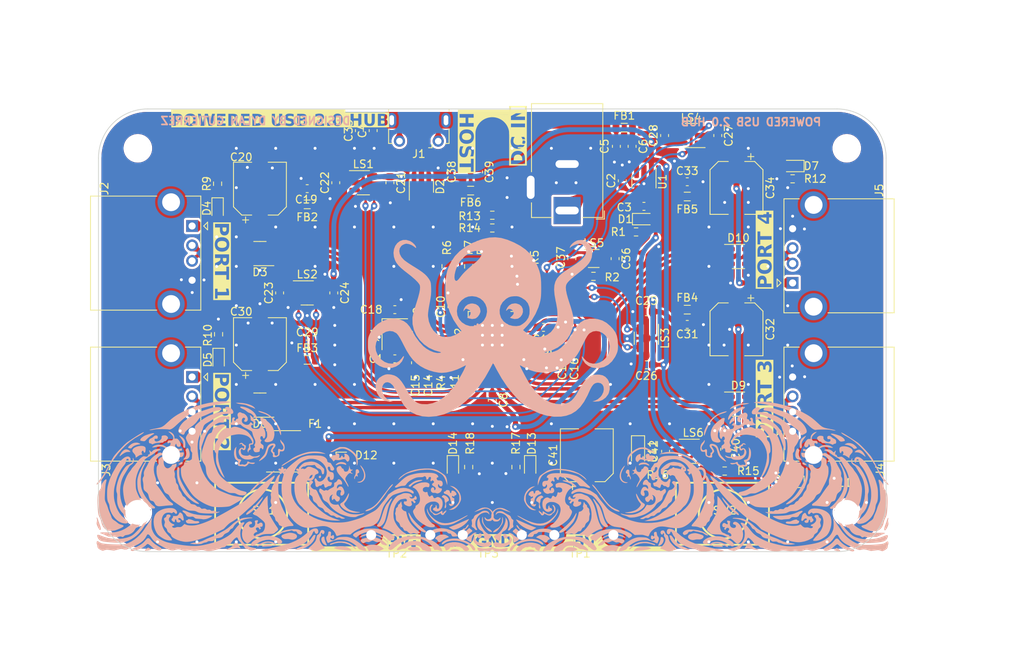
<source format=kicad_pcb>
(kicad_pcb (version 20240108) (generator "pcbnew") (generator_version "8.0")
  (layers (0 "F.Cu" signal) (1 "In1.Cu" signal) (2 "In2.Cu" signal) (31 "B.Cu" signal) (34 "B.Paste" user) (35 "F.Paste" user) (36 "B.SilkS" user "B.Silkscreen") (37 "F.SilkS" user "F.Silkscreen") (38 "B.Mask" user) (39 "F.Mask" user) (44 "Edge.Cuts" user))
  (net 0 "")
  (net 1 "/USB_HOST_XTALIN")
  (net 2 "GNDREF")
  (net 3 "Net-(U1-BP)")
  (net 4 "+3V3")
  (net 5 "GNDPWR")
  (net 6 "/+5V_HOST")
  (net 7 "/+5V_HOST_FILT")
  (net 8 "/USB_HOST_PLLFILT")
  (net 9 "/USB_HOST_CRFILT")
  (net 10 "/USB_HOST_XTALOUT")
  (net 11 "/3V3_SYS")
  (net 12 "/USB_CONN_HOST_D_P")
  (net 13 "/USB_CONN_HOST_D_N")
  (net 14 "/USB_HOST_D_N")
  (net 15 "/USB_HOST_D_P")
  (net 16 "/+5V")
  (net 17 "/+5V_FILT")
  (net 18 "/+5V_PORT1")
  (net 19 "/+5V_PORT2")
  (net 20 "/+5V_PORT3")
  (net 21 "Net-(D1-K)")
  (net 22 "/VBUS_DET")
  (net 23 "/USB_HOST_CFG_SEL0")
  (net 24 "/USB_HUB_RBIAS")
  (net 25 "/USB_HOST_NON_REM1")
  (net 26 "/USB_HOST_NON_REM0")
  (net 27 "/USB_HOST_CFG_SEL1")
  (net 28 "/+5V_PORT4")
  (net 29 "/+5V_OUT")
  (net 30 "/USB_HUB1_D_P")
  (net 31 "/USB_HUB1_D_N")
  (net 32 "/USB_PORT1_D_N")
  (net 33 "/+5V_FILT_PORT1")
  (net 34 "/USB_PORT1_D_P")
  (net 35 "Net-(D4-K)")
  (net 36 "Net-(D5-K)")
  (net 37 "Net-(D6-K)")
  (net 38 "Net-(D7-K)")
  (net 39 "/USB_HUB2_D_P")
  (net 40 "/USB_HUB2_D_N")
  (net 41 "/USB_PORT2_D_N")
  (net 42 "/+5V_FILT_PORT2")
  (net 43 "/USB_PORT2_D_P")
  (net 44 "/USB_HUB3_D_P")
  (net 45 "/USB_HUB3_D_N")
  (net 46 "/USB_PORT3_D_N")
  (net 47 "/+5V_FILT_PORT3")
  (net 48 "/USB_PORT3_D_P")
  (net 49 "/USB_HUB4_D_P")
  (net 50 "/USB_HUB4_D_N")
  (net 51 "/USB_PORT4_D_N")
  (net 52 "/+5V_FILT_PORT4")
  (net 53 "/USB_PORT4_D_P")
  (net 54 "Net-(D13-K)")
  (net 55 "Net-(D14-K)")
  (net 56 "/3V3_OUT")
  (net 57 "/USB_HUB_NOCS1")
  (net 58 "/USB_HUB_PWRTPWR1")
  (net 59 "/USB_HUB_NOCS2")
  (net 60 "/USB_HUB_PWRTPWR2")
  (net 61 "/USB_HUB_NOCS3")
  (net 62 "/USB_HUB_PWRTPWR3")
  (net 63 "/USB_HUB_NOCS4")
  (net 64 "/USB_HUB_PWRTPWR4")
  (net 65 "Net-(LS5-OC)")
  (net 66 "Net-(LS6-OC)")
  (net 67 "/+5V_OUT_EN")
  (net 68 "/3V3_FUSE")
  (footprint "Capacitor_SMD:C_0603_1608Metric" (layer "F.Cu") (at 253.746 142.113)
    (property "Reference" "C31")
    (property "Value" "2u2")
  )
  (footprint "Fuse:Fuse_2920_7451Metric" (layer "F.Cu") (at 201.676 158.496 180)
    (property "Reference" "F1")
    (property "Value" "Polyfuse")
  )
  (footprint "Resistor_SMD:R_0603_1608Metric" (layer "F.Cu") (at 258.572 161.036)
    (property "Reference" "R15")
    (property "Value" "100k")
  )
  (footprint "Inductor_SMD:L_0805_2012Metric" (layer "F.Cu") (at 204.724 146.685 180)
    (property "Reference" "FB3")
    (property "Value" "120R")
  )
  (footprint "Capacitor_SMD:C_0603_1608Metric" (layer "F.Cu") (at 244.4405 133.621 -90)
    (property "Reference" "C36")
    (property "Value" "2u2")
  )
  (footprint "Resistor_SMD:R_0603_1608Metric" (layer "F.Cu") (at 228.6 128.016 180)
    (property "Reference" "R13")
    (property "Value" "100k")
  )
  (footprint "Capacitor_SMD:C_0603_1608Metric" (layer "F.Cu") (at 238.8525 133.621 -90)
    (property "Reference" "C37")
    (property "Value" "100n")
  )
  (footprint "USB_HUB_footprints:Adafruit_3870" (layer "F.Cu") (at 199.136 166.624)
    (property "Reference" "SW1")
    (property "Value" "Adafruit 3870")
  )
  (footprint "Capacitor_SMD:C_0603_1608Metric" (layer "F.Cu") (at 215.392 123.825 -90)
    (property "Reference" "C21")
    (property "Value" "2u2")
  )
  (footprint "Package_TO_SOT_SMD:SOT-23-6" (layer "F.Cu") (at 198.628 152.527 180)
    (property "Reference" "D8")
    (property "Value" "USBLC6-2SC6")
  )
  (footprint "Capacitor_SMD:CP_Elec_6.3x7.7" (layer "F.Cu") (at 260.096 142.748 -90)
    (property "Reference" "C32")
    (property "Value" "100u")
  )
  (footprint "USB_HUB_footprints:USB_A_CONNFLY_DS1095-WNR0" (layer "F.Cu") (at 189.8775 148.9 -90)
    (property "Reference" "J3")
    (property "Value" "USB1125-GF-B")
  )
  (footprint "Capacitor_SMD:C_0603_1608Metric" (layer "F.Cu") (at 250.825 117.729 90)
    (property "Reference" "C28")
    (property "Value" "2u2")
  )
  (footprint "LED_SMD:LED_0603_1608Metric" (layer "F.Cu") (at 248.158 128.524)
    (property "Reference" "D1")
    (property "Value" "LED")
  )
  (footprint "Capacitor_SMD:C_0603_1608Metric" (layer "F.Cu") (at 258.572 158.229 -90)
    (property "Reference" "C40")
    (property "Value" "2u2")
  )
  (footprint "Resistor_SMD:R_0603_1608Metric" (layer "F.Cu") (at 249.936 163.068 180)
    (property "Reference" "R16")
    (property "Value" "100k")
  )
  (footprint "Resistor_SMD:R_0603_1608Metric" (layer "F.Cu") (at 270.6115 162.433 180)
    (property "Reference" "R11")
    (property "Value" "330R")
  )
  (footprint "MountingHole:MountingHole_3.2mm_M3" (layer "F.Cu") (at 182.88 119.38)
    (property "Reference" "H1" (hide yes))
    (property "Value" "MountingHole")
  )
  (footprint "Capacitor_SMD:C_0603_1608Metric" (layer "F.Cu") (at 216.027 146.558 180)
    (property "Reference" "C1")
    (property "Value" "10p")
  )
  (footprint "Capacitor_SMD:C_0603_1608Metric" (layer "F.Cu") (at 245.364 123.571 90)
    (property "Reference" "C2")
    (property "Value" "100n")
  )
  (footprint "Package_TO_SOT_SMD:SOT-23-5" (layer "F.Cu") (at 248.158 123.698 -90)
    (property "Reference" "U1")
    (property "Value" "SPX3819M5-L-3-3")
  )
  (footprint "Resistor_SMD:R_0603_1608Metric" (layer "F.Cu") (at 267.335 123.317)
    (property "Reference" "R12")
    (property "Value" "330R")
  )
  (footprint "Package_TO_SOT_SMD:SOT-23-5" (layer "F.Cu") (at 254.254 117.729 180)
    (property "Reference" "LS4")
    (property "Value" "TPS2051CDBVR")
  )
  (footprint "Capacitor_SMD:C_0603_1608Metric" (layer "F.Cu") (at 223.393 139.827 90)
    (property "Reference" "C10")
    (property "Value" "100n")
  )
  (footprint "Capacitor_SMD:C_0603_1608Metric" (layer "F.Cu") (at 220.345 147.066 -90)
    (property "Reference" "C14")
    (property "Value" "10n")
  )
  (footprint "Capacitor_SMD:C_0603_1608Metric" (layer "F.Cu") (at 211.455 117.094 -90)
    (property "Reference" "C35")
    (property "Value" "4n7")
  )
  (footprint "Capacitor_SMD:C_0603_1608Metric" (layer "F.Cu") (at 234.315 146.05 90)
    (property "Reference" "C9")
    (property "Value" "100n")
  )
  (footprint "USB_HUB_footprints:TestPoint_Bridge_Pitch7.62mm_Drill1.3mm" (layer "F.Cu") (at 224.79 169.291)
    (property "Reference" "TP3")
    (property "Value" "TestPoint")
  )
  (footprint "Capacitor_SMD:C_0603_1608Metric" (layer "F.Cu") (at 229.997 135.89)
    (property "Reference" "C7")
    (property "Value" "2u2")
  )
  (footprint "Inductor_SMD:L_0805_2012Metric" (layer "F.Cu") (at 253.746 125.603)
    (property "Reference" "FB5")
    (property "Value" "120R")
  )
  (footprint "Resistor_SMD:R_0603_1608Metric" (layer "F.Cu") (at 225.552 160.528 90)
    (property "Reference" "R18")
    (property "Value" "330R")
  )
  (footprint "LED_SMD:LED_0603_1608Metric" (layer "F.Cu") (at 193.167 127.254 -90)
    (property "Reference" "D4")
    (property "Value" "LED")
  )
  (footprint "Capacitor_SMD:C_0603_1608Metric" (layer "F.Cu") (at 257.683 117.729 90)
    (property "Reference" "C27")
    (property "Value" "100n")
  )
  (footprint "Resistor_SMD:R_0603_1608Metric" (layer "F.Cu") (at 228.6 129.667)
    (property "Reference" "R14")
    (property "Value" "100k")
  )
  (footprint "Inductor_SMD:L_0805_2012Metric" (layer "F.Cu") (at 253.746 140.208)
    (property "Reference" "FB4")
    (property "Value" "120R")
  )
  (footprint "Package_TO_SOT_SMD:SOT-23-5" (layer "F.Cu") (at 204.724 138.049)
    (property "Reference" "LS2")
    (property "Value" "TPS2051CDBVR")
  )
  (footprint "Capacitor_SMD:C_0603_1608Metric" (layer "F.Cu") (at 246.634 119.126 -90)
    (property "Reference" "C6")
    (property "Value" "2u2")
  )
  (footprint "LED_SMD:LED_0603_1608Metric" (layer "F.Cu") (at 267.335 162.433 180)
    (property "Reference" "D6")
    (property "Value" "LED")
  )
  (footprint "Capacitor_SMD:C_0603_1608Metric" (layer "F.Cu") (at 248.158 126.873 180)
    (property "Reference" "C3")
    (property "Value" "2u2")
  )
  (footprint "Capacitor_SMD:CP_Elec_6.3x7.7" (layer "F.Cu") (at 260.096 124.493 -90)
    (property "Reference" "C34")
    (property "Value" "100u")
  )
  (footprint "Resistor_SMD:R_0603_1608Metric" (layer "F.Cu") (at 218.821 143.256 -90)
    (property "Reference" "R8")
    (property "Value" "DNP_1M")
  )
  (footprint "LED_SMD:LED_0603_1608Metric" (layer "F.Cu") (at 223.52 160.528 -90)
    (property "Reference" "D14")
    (property "Value" "LED")
  )
  (footprint "Capacitor_SMD:C_0603_1608Metric" (layer "F.Cu") (at 248.473 147.3255 180)
    (property "Reference" "C26")
    (property "Value" "2u2")
  )
  (footprint "USB_HUB_footprints:Adafruit_3870" (layer "F.Cu") (at 258.572 166.624)
    (property "Reference" "SW2")
    (property "Value" "Adafruit 3870")
  )
  (footprint "Diode_SMD:D_SOD-923" (layer "F.Cu") (at 209.296 159.004)
    (property "Reference" "D12")
    (property "Value" "3.5VWM")
  )
  (footprint "Capacitor_SMD:C_0603_1608Metric" (layer "F.Cu") (at 248.473 140.4675 180)
    (property "Reference" "C25")
    (property "Value" "100n")
  )
  (footprint "USB_HUB_footprints:USB_A_CONNFLY_DS1095-WNR0" (layer "F.Cu") (at 267.335 155.9 90)
    (property "Reference" "J4")
    (property "Value" "USB1125-GF-B")
  )
  (footprint "Resistor_SMD:R_0603_1608Metric" (layer "F.Cu") (at 231.648 160.528 90)
    (property "Reference" "R17")
    (property "Value" "330R")
  )
  (footprint "Capacitor_SMD:CP_Elec_6.3x7.7" (layer "F.Cu") (at 198.628 144.653 90)
    (property "Reference" "C30")
    (property "Value" "100u")
  )
  (footprint "Capacitor_SMD:C_0603_1608Metric" (layer "F.Cu") (at 239.141 144.907 -90)
    (property "Reference" "C16")
    (property "Value" "100n")
  )
  (footprint "Package_TO_SOT_SMD:SOT-353_SC-70-5" (layer "F.Cu") (at 241.681 133.604)
    (property "Reference" "LS5")
    (property "Value" "TPS22945")
  )
  (footprint "USB_HUB_footprints:USB_A_CONNFLY_DS1095-WNR0" (layer "F.Cu") (at 189.8775 129.41 -90)
    (property "Reference" "J2")
    (property "Value" "USB1125-GF-B")
  )
  (footprint "Capacitor_SMD:C_0603_1608Metric" (layer "F.Cu") (at 226.822 122.428 90)
    (property "Reference" "C39")
    (property "Value" "2u2")
  )
  (footprint "Resistor_SMD:R_0603_1608Metric" (layer "F.Cu") (at 193.294 143.383 -90)
    (property "Reference" "R10")
    (property "Value" "330R")
  )
  (footprint "Capacitor_SMD:C_0603_1608Metric" (layer "F.Cu") (at 237.49 144.907 -90)
    (property "Reference" "C17")
    (property "Value" "10n")
  )
  (footprint "Resistor_SMD:R_0603_1608Metric" (layer "F.Cu") (at 233.934 135.89 -90)
    (property "Reference" "R5")
    (property "Value" "10K")
  )
  (footprint "Resistor_SMD:R_0603_1608Metric" (layer "F.Cu") (at 222.631 134.62 -90)
    (property "Reference" "R6")
    (property "Value" "10K")
  )
  (footprint "Package_TO_SOT_SMD:SOT-23-5" (layer "F.Cu") (at 211.963 123.825)
    (property "Reference" "LS1")
    (property "Value" "TPS2051CDBVR")
  )
  (footprint "Capacitor_SMD:C_0603_1608Metric" (layer "F.Cu") (at 213.233 117.094 -90)
    (property "Reference" "C4")
    (property "Value" "4n7")
  )
  (footprint "Connector_BarrelJack:BarrelJack_Horizontal" (layer "F.Cu") (at 238.252 127.412 -90)
    (property "Reference" "J6")
    (property "Value" "G-014-4")
  )
  (footprint "Capacitor_SMD:C_0603_1608Metric" (layer "F.Cu") (at 224.79 122.428 90)
    (property "Reference" "C38")
    (property "Value" "2u2")
  )
  (footprint "Capacitor_SMD:C_0603_1608Metric" (layer "F.Cu") (at 218.694 147.066 -90)
    (property "Reference" "C15")
    (property "Value" "100n")
  )
  (footprint "Resistor_SMD:R_0603_1608Metric" (layer "F.Cu") (at 225.552 134.62 -90)
    (property "Reference" "R7")
    (property "Value" "10K")
  )
  (footprint "Inductor_SMD:L_0805_2012Metric" (layer "F.Cu") (at 225.806 124.841)
    (property "Reference" "FB6")
    (property "Value" "120R")
  )
  (footprint "Resistor_SMD:R_0603_1608Metric" (layer "F.Cu") (at 227.203 134.62 -90)
    (property "Reference" "R3")
    (property "Value" "10K")
  )
  (footprint "Resistor_SMD:R_0603_1608Metric" (layer "F.Cu") (at 221.996 147.066 -90)
    (property "Reference" "R4")
    (property "Value" "12K")
  )
  (footprint "MountingHole:MountingHole_3.2mm_M3" (layer "F.Cu") (at 274.32 166.37)
    (property "Reference" "H4" (hide yes))
    (property "Value" "MountingHole")
  )
  (footprint "Capacitor_SMD:C_0603_1608Metric" (layer "F.Cu") (at 204.724 124.587 180)
    (property "Reference" "C19")
    (property "Value" "2u2")
  )
  (footprint "Capacitor_SMD:C_0603_1608Metric" (layer "F.Cu") (at 228.6 151.892 -90)
    (property "Reference" "C8")
    (property "Value" "100n")
  )
  (footprint "Capacitor_SMD:C_0603_1608Metric" (layer "F.Cu") (at 204.724 144.653 180)
    (property "Reference" "C29")
    (property "Value" "2u2")
  )
  (footprint "Resistor_SMD:R_0603_1608Metric" (layer "F.Cu") (at 247.142 130.175 180)
    (property "Reference" "R1")
    (property "Value" "330R")
  )
  (footprint "Capacitor_SMD:CP_Elec_6.3x7.7" (layer "F.Cu") (at 198.628 124.587 90)
    (property "Reference" "C20")
    (property "Value" "100u")
  )
  (footprint "Package_TO_SOT_SMD:SOT-23-6" (layer "F.Cu") (at 198.628 132.969 180)
    (property "Reference" "D3")
    (property "Value" "USBLC6-2SC6")
  )
  (footprint "LED_SMD:LED_0603_1608Metric" (layer "F.Cu") (at 233.482 160.528 -90)
    (property "Reference" "D13")
    (property "Value" "LED")
  )
  (footprint "Capacitor_SMD:C_0603_1608Metric" (layer "F.Cu") (at 250.952 158.496 -90)
    (property "Reference" "C42")
    (property "Value" "100n")
  )
  (footprint "Resistor_SMD:R_0603_1608Metric" (layer "F.Cu") (at 193.167 123.952 -90)
    (property "Reference" "R9")
    (property "Value" "330R")
  )
  (footprint "Package_TO_SOT_SMD:SOT-23-6" (layer "F.Cu") (at 260.35 152.4)
    (property "Reference" "D9")
    (property "Value" "USBLC6-2SC6")
  )
  (footprint "Capacitor_SMD:C_0603_1608Metric" (layer "F.Cu") (at 253.746 123.698)
    (property "Reference" "C33")
    (property "Value" "2u2")
  )
  (footprint "USB_HUB_footprints:TestPoint_Bridge_Pitch7.62mm_Drill1.3mm" (layer "F.Cu") (at 236.601 169.291)
    (property "Reference" "TP1")
    (property "Value" "TestPoint")
  )
  (footprint "MountingHole:MountingHole_3.2mm_M3" (layer "F.Cu") (at 182.88 166.37)
    (property "Reference" "H2" (hide yes))
    (property "Value" "MountingHole")
  )
  (footprint "Package_TO_SOT_SMD:SOT-23-6" (layer "F.Cu") (at 219.456 124.2715 90)
    (property "Reference" "D2")
    (property "Value" "USBLC6-2SC6")
  )
  (footprint "LED_SMD:LED_0603_1608Metric" (layer "F.Cu") (at 193.294 146.685 -90)
    (property "Reference" "D5")
    (property "Value" "LED")
  )
  (footprint "Capacitor_SMD:C_0603_1608Metric" (layer "F.Cu") (at 244.602 119.126 -90)
    (property "Reference" "C5")
    (property "Value" "2u2")
  )
  (footprint "USB_HUB_footprints:USB_A_CONNFLY_DS1095-WNR0" (layer "F.Cu") (at 267.335 136.7578 90)
    (property "Reference" "J5")
    (property "Value" "USB1125-GF-B")
  )
  (footprint "Capacitor_SMD:C_0603_1608Metric" (layer "F.Cu") (at 235.204 142.494)
    (property "Reference" "C12")
    (property "Value" "100n")
  )
  (footprint "Package_TO_SOT_SMD:SOT-23-6" (layer "F.Cu") (at 260.35 133.35)
    (property "Reference" "D10")
    (property "Value" "USBLC6-2SC6")
  )
  (footprint "Capacitor_SMD:C_0603_1608Metric" (layer "F.Cu") (at 223.647 147.066 -90)
    (property "Reference" "C11")
    (property "Value" "100n")
  )
  (footprint "Capacitor_SMD:C_0603_1608Metric" (layer "F.Cu") (at 208.153 138.049 -90)
    (property "Reference" "C24")
    (property "Value" "2u2")
  )
  (footprint "Capacitor_SMD:C_0603_1608Metric" (layer "F.Cu") (at 201.168 138.049 -90)
    (property "Reference" "C23")
    (property "Value" "100n")
  )
  (footprint "Capacitor_SMD:C_0603_1608Metric" (layer "F.Cu") (at 229.997 137.668)
    (property "Reference" "C13")
    (property "Value" "100n")
  )
  (footprint "Inductor_SMD:L_0805_2012Metric" (layer "F.Cu") (at 245.618 116.713)
    (property "Reference" "FB1")
    (property "Value" "120R")
  )
  (footprint "Resistor_SMD:R_0603_1608Metric" (layer "F.Cu") (at 241.6465 135.907)
    (property "Reference" "R2")
    (property "Value" "100k")
  )
  (footprint "Capacitor_SMD:C_0603_1608Metric" (layer "F.Cu") (at 216.027 140.208)
    (property "Reference" "C18")
    (property "Value" "10p")
  )
  (footprint "Capacitor_SMD:C_0603_1608Metric" (layer "F.Cu") (at 208.407 123.825 -90)
    (property "Reference" "C22")
    (property "Value" "100n")
  )
  (footprint "LED_SMD:LED_0603_1608Metric" (layer "F.Cu") (at 267.335 121.666 180)
    (property "Reference" "D7")
    (property "Value" "LED")
  )
  (footprint "Connector_USB:USB_Micro-B_Molex-105017-0001" (layer "F.Cu") (at 219.1258 116.9924 180)
    (property "Reference" "J1")
    (property "Value" "105017-0001")
  )
  (footprint "Capacitor_SMD:CP_Elec_6.3x7.7" (layer "F.Cu") (at 240.792 159.004 90)
    (property "Reference" "C41")
    (property "Value" "100u")
  )
  (footprint "Inductor_SMD:L_0805_2012Metric" (layer "F.Cu") (at 204.724 126.619 180)
    (property "Reference" "FB2")
    (property "Value" "120R")
  )
  (footprint "Diode_SMD:D_SOD-323_HandSoldering" (layer "F.Cu") (at 247.396 158.496 -90)
    (property "Reference" "D11")
    (property "Value" "5.5VWM")
  )
  (footprint "USB_HUB_footprints:TestPoint_Bridge_Pitch7.62mm_Drill1.3mm" (layer "F.Cu") (at 212.979 169.291)
    (property "Reference" "TP2")
    (property "Value" "TestPoint")
  )
  (footprint "Crystal:Crystal_SMD_3225-4Pin_3.2x2.5mm" (layer "F.Cu") (at 216.027 143.383 -90)
    (property "Reference" "X1")
    (property "Value" "24MHz")
  )
  (footprint "Package_DFN_QFN:QFN-36-1EP_6x6mm_P0.5mm_EP3.7x3.7mm" (layer "F.Cu") (at 228.6 143.55 90)
    (property "Reference" "U2")
    (property "Value" "USB2514B_Bi")
  )
  (footprint "Package_TO_SOT_SMD:SOT-23-5" (layer "F.Cu") (at 254.508 158.496)
    (property "Reference" "LS6")
    (property "Value" "TPS2065CDBVR")
  )
  (footprint "MountingHole:MountingHole_3.2mm_M3" (layer "F.Cu") (at 274.32 119.38)
    (property "Reference" "H3" (hide yes))
    (property "Value" "MountingHole")
  )
  (footprint "Package_TO_SOT_SMD:SOT-23-5" (layer "F.Cu") (at 248.473 143.8965 -90)
    (property "Reference" "LS3")
    (property "Value" "TPS2051CDBVR")
  )
  (footprint "LOGO" (layer "B.Cu") (at 228.6 142.9512 180)
    (property "Reference" "G***")
    (property "Value" "LOGO" (hide yes))
  )
  (footprint "LOGO" (layer "B.Cu") (at 253.8476 161.5186 180)
    (property "Reference" "G***")
    (property "Value" "LOGO" (hide yes))
  )
  (footprint "LOGO" (layer "B.Cu") (at 203.326785 161.468371 180)
    (property "Reference" "G***")
    (property "Value" "LOGO" (hide yes))
  )
  (gr_line (start 205.3844 171.323) (end 251.8156 171.2976) (stroke (width 0.15)) (layer "F.SilkS"))
  (gr_line (start 242.062 170.4594) (end 242.4176 170.4594) (stroke (width 0.15)) (layer "F.SilkS"))
  (gr_line (start 230.8606 169.2656) (end 226.343448 169.269648) (stroke (width 0.15)) (layer "F.SilkS"))
  (gr_rect (start 187.2488 114.4524) (end 209.5754 114.808) (stroke (width 0.15)) (fill solid) (layer "F.SilkS"))
  (gr_line (start 238.6076 170.6372) (end 238.76 169.5958) (stroke (width 0.15)) (layer "F.SilkS"))
  (gr_line (start 214.6554 169.5704) (end 214.6046 170.8404) (stroke (width 0.15)) (layer "F.SilkS"))
  (gr_arc (start 232.4354 170.8404) (mid 231.321848 170.379152) (end 230.8606 169.2656) (stroke (width 0.15)) (layer "F.SilkS"))
  (gr_line (start 226.5934 116.3066) (end 226.6442 115.062) (stroke (width 0.15)) (layer "F.SilkS"))
  (gr_line (start 230.7082 116.332) (end 230.5812 115.1382) (stroke (width 0.15)) (layer "F.SilkS"))
  (gr_line (start 205.3844 171.196) (end 246.253 171.1706) (stroke (width 0.15)) (layer "F.SilkS"))
  (gr_line (start 205.4352 170.9674) (end 246.2784 170.942) (stroke (width 0.15)) (layer "F.SilkS"))
  (gr_line (start 231.1908 170.7642) (end 231.5718 170.7642) (stroke (width 0.15)) (layer "F.SilkS"))
  (gr_line (start 242.8748 170.307) (end 243.1034 170.4848) (stroke (width 0.15)) (layer "F.SilkS"))
  (gr_line (start 232.4354 170.8404) (end 236.630448 170.8404) (stroke (width 0.15)) (layer "F.SilkS"))
  (gr_line (start 238.9378 170.8912) (end 238.4552 170.8658) (stroke (width 0.15)) (layer "F.SilkS"))
  (gr_line (start 242.3414 170.3578) (end 242.3414 169.7736) (stroke (width 0.15)) (layer "F.SilkS"))
  (gr_line (start 214.1982 170.688) (end 214.3252 170.7134) (stroke (width 0.15)) (layer "F.SilkS"))
  (gr_line (start 238.252 170.9166) (end 237.0328 170.8658) (stroke (width 0.15)) (layer "F.SilkS"))
  (gr_line (start 226.441 114.8842) (end 226.4156 116.713) (stroke (width 0.15)) (layer "F.SilkS"))
  (gr_line (start 231.0638 170.8404) (end 231.0638 170.2562) (stroke (width 0.15)) (layer "F.SilkS"))
  (gr_line (start 251.7394 171.2214) (end 251.6886 171.0436) (stroke (width 0.15)) (layer "F.SilkS"))
  (gr_line (start 214.6046 170.8404) (end 213.7918 170.815) (stroke (width 0.15)) (layer "F.SilkS"))
  (gr_line (start 227.965 115.316) (end 227.2792 115.5954) (stroke (width 0.15)) (layer "F.SilkS"))
  (gr_line (start 242.5954 169.7228) (end 242.7224 170.0784) (stroke (width 0.15)) (layer "F.SilkS"))
  (gr_line (start 214.2236 170.4086) (end 214.6554 169.5704) (stroke (width 0.15)) (layer "F.SilkS"))
  (gr_line (start 237.7694 170.434) (end 238.2266 169.8244) (stroke (width 0.15)) (layer "F.SilkS"))
  (gr_line (start 227.2792 115.5954) (end 226.8728 115.9002) (stroke (width 0.15)) (layer "F.SilkS"))
  (gr_line (start 229.8192 115.1382) (end 229.7938 115.4938) (stroke (width 0.15)) (layer "F.SilkS"))
  (gr_line (start 230.5812 116.1288) (end 230.4542 115.189) (stroke (width 0.15)) (layer "F.SilkS"))
  (gr_line (start 241.9604 170.6372) (end 241.9858 169.4688) (stroke (width 0.15)) (layer "F.SilkS"))
  (gr_line (start 237.4392 170.815) (end 238.1504 170.1038) (stroke (width 0.15)) (layer "F.SilkS"))
  (gr_line (start 219.6084 170.9928) (end 219.583 170.561) (stroke (width 0.15)) (layer "F.SilkS"))
  (gr_line (start 246.38 170.9674) (end 246.4054 171.2214) (stroke (width 0.15)) (layer "F.SilkS"))
  (gr_line (start 214.8586 169.418) (end 214.7824 169.418) (stroke (width 0.15)) (layer "F.SilkS"))
  (gr_line (start 230.7082 115.1128) (end 230.7082 116.332) (stroke (width 0.15)) (layer "F.SilkS"))
  (gr_line (start 226.0854 170.9166) (end 225.9076 170.4848) (stroke (width 0.15)) (layer "F.SilkS"))
  (gr_line (start 230.2002 115.8748) (end 230.0732 115.1636) (stroke (width 0.15)) (layer "F.SilkS"))
  (gr_line (start 242.0874 169.6974) (end 242.1128 170.3578) (stroke (width 0.15)) (layer "F.SilkS"))
  (gr_line (start 231.7496 170.815) (end 231.1654 170.4086) (stroke (width 0.15)) (layer "F.SilkS"))
  (gr_line (start 242.7478 170.3832) (end 242.8113 170.561) (stroke (width 0.15)) (layer "F.SilkS"))
  (gr_line (start 230.1494 115.7732) (end 229.7938 115.4938) (stroke (width 0.15)) (layer "F.SilkS"))
  (gr_line (start 229.5652 115.1382) (end 229.4763 115.3795) (stroke (width 0.15)) (layer "F.SilkS"))
  (gr_line (start 230.7336 114.9858) (end 230.759 116.6114) (stroke (width 0.15)) (layer "F.SilkS"))
  (gr_line (start 214.9602 169.3672) (end 214.6808 169.3672) (stroke (width 0.15)) (layer "F.SilkS"))
  (gr_line (start 241.9604 170.5356) (end 242.4938 170.561) (stroke (width 0.15)) (layer "F.SilkS"))
  (gr_line (start 241.9858 169.4688) (end 242.5192 169.4942) (stroke (width 0.15)) (layer "F.SilkS"))
  (gr_line (start 251.6886 171.0436) (end 246.3927 171.0944) (stroke (width 0.15)) (layer "F.SilkS"))
  (gr_line (start 228.4476 115.1636) (end 227.965 115.316) (stroke (width 0.15)) (layer "F.SilkS"))
  (gr_line (start 232.156 170.9166) (end 231.14 170.8404) (stroke (width 0.15)) (layer "F.SilkS"))
  (gr_line (start 238.4552 170.8658) (end 238.4552 169.4688) (stroke (width 0.15)) (layer "F.SilkS"))
  (gr_line (start 214.4268 170.7896) (end 214.4014 170.5102) (stroke (width 0.15)) (layer "F.SilkS"))
  (gr_line (start 226.7712 115.1382) (end 228.2698 115.1382) (stroke (width 0.15)) (layer "F.SilkS"))
  (gr_line (start 238.1504 170.815) (end 237.4392 170.815) (stroke (width 0.15)) (layer "F.SilkS"))
  (gr_line (start 230.5812 115.1382) (end 230.5812 116.1288) (stroke (width 0.15)) (layer "F.SilkS"))
  (gr_line (start 238.2266 169.8244) (end 238.1504 170.815) (stroke (width 0.15)) (layer "F.SilkS"))
  (gr_line (start 246.4054 171.2214) (end 251.7394 171.2214) (stroke (width 0.15)) (layer "F.SilkS"))
  (gr_line (start 231.0638 170.2562) (end 231.7496 170.815) (stroke (width 0.15)) (layer "F.SilkS"))
  (gr_line (start 229.6414 115.3668) (end 229.2858 115.2144) (stroke (width 0.15)) (layer "F.SilkS"))
  (gr_line (start 213.6902 170.815) (end 214.3506 170.4086) (stroke (width 0.15)) (layer "F.SilkS"))
  (gr_line (start 219.0242 170.9674) (end 218.9734 169.6974) (stroke (width 0.15)) (layer "F.SilkS"))
  (gr_line (start 227.0125 115.4557) (end 227.4062 115.316) (stroke (width 0.15)) (layer "F.SilkS"))
  (gr_line (start 237.6932 170.7388) (end 237.871 170.4594) (stroke (width 0.15)) (layer "F.SilkS"))
  (gr_line (start 230.7844 116.713) (end 230.7844 114.8842) (stroke (width 0.15)) (layer "F.SilkS"))
  (gr_line (start 238.887 169.4942) (end 238.8108 170.815) (stroke (width 0.15)) (layer "F.SilkS"))
  (gr_line (start 231.5718 170.7642) (end 231.267 170.6118) (stroke (width 0.15)) (layer "F.SilkS"))
  (gr_line (start 219.4052 170.3578) (end 219.6084 170.9928) (stroke (width 0.15)) (layer "F.SilkS"))
  (gr_line (start 238.76 169.5958) (end 238.4552 170.1673) (stroke (width 0.15)) (layer "F.SilkS"))
  (gr_line (start 219.4306 170.9674) (end 219.4052 170.3578) (stroke (width 0.15)) (layer "F.SilkS"))
  (gr_line (start 213.004398 170.840398) (end 205.3844 170.8404) (stroke (width 0.15)) (layer "F.SilkS"))
  (gr_line (start 226.7331 116.1034) (end 226.7712 115.1382) (stroke (width 0.15)) (layer "F.SilkS"))
  (gr_line (start 219.7354 170.7896) (end 219.964 170.8404) (stroke (width 0.15)) (layer "F.SilkS"))
  (gr_line (start 213.7918 170.7134) (end 214.2236 170.4086) (stroke (width 0.15)) (layer "F.SilkS"))
  (gr_line (start 218.8718 169.3418) (end 219.0242 170.9674) (stroke (width 0.15)) (layer "F.SilkS"))
  (gr_line (start 226.2632 169.926) (end 225.9076 170.6118) (stroke (width 0.15)) (layer "F.SilkS"))
  (gr_line (start 227.0252 115.2398) (end 227.584 115.2652) (stroke (width 0.15)) (layer "F.SilkS"))
  (gr_arc (start 226.343448 169.269648) (mid 225.8822 170.3832) (end 224.768648 170.844448) (stroke (width 0.15)) (layer "F.SilkS"))
  (gr_line (start 214.9856 171.1452) (end 214.9602 169.3672) (stroke (width 0.15)) (layer "F.SilkS"))
  (gr_line (start 251.8156 170.9674) (end 246.2784 170.942) (stroke (width 0.15)) (layer "F.SilkS"))
  (gr_line (start 242.189 169.7736) (end 242.189 170.4086) (stroke (width 0.15)) (layer "F.SilkS"))
  (gr_line (start 238.205248 169.2656) (end 242.6208 169.2656) (stroke (width 0.15)) (layer "F.SilkS"))
  (gr_line (start 230.4796 116.0526) (end 230.1494 115.7732) (stroke (width 0.15)) (layer "F.SilkS"))
  (gr_line (start 239.014 170.8404) (end 239.0648 169.3672) (stroke (width 0.15)) (layer "F.SilkS"))
  (gr_line (start 230.2256 115.1382) (end 230.2002 115.8748) (stroke (width 0.15)) (layer "F.SilkS"))
  (gr_line (start 214.3252 170.7134) (end 214.0966 170.7642) (stroke (width 0.15)) (layer "F.SilkS"))
  (gr_line (start 229.1588 115.2652) (end 228.4476 115.1636) (stroke (width 0.15)) (layer "F.SilkS"))
  (gr_line (start 238.379 169.3672) (end 238.9632 169.3926) (stroke (width 0.15)) (layer "F.SilkS"))
  (gr_line (start 214.0966 170.7642) (end 214.503 170.815) (stroke (width 0.15)) (layer "F.SilkS"))
  (gr_line (start 230.7844 114.8842) (end 226.441 114.8842) (stroke (width 0.15)) (layer "F.SilkS"))
  (gr_line (start 231.14 170.8404) (end 231.0638 170.8404) (stroke (width 0.15)) (layer "F.SilkS"))
  (gr_line (start 229.7938 115.4938) (end 229.1588 115.2652) (stroke (width 0.15)) (layer "F.SilkS"))
  (gr_line (start 213.7918 170.815) (end 213.6902 170.815) (stroke (width 0.15)) (layer "F.SilkS"))
  (gr_line (start 242.3414 169.7736) (end 242.189 169.7736) (stroke (width 0.15)) (layer "F.SilkS"))
  (gr_line (start 214.4268 170.3324) (end 214.4268 170.7896) (stroke (width 0.15)) (layer "F.SilkS"))
  (gr_line (start 246.3038 171.2976) (end 246.3038 170.8404) (stroke (width 0.15)) (layer "F.SilkS"))
  (gr_line (start 225.9076 170.4848) (end 225.1456 170.9166) (stroke (width 0.15)) (layer "F.SilkS"))
  (gr_line (start 242.5446 169.3672) (end 242.5954 169.7228) (stroke (width 0.15)) (layer "F.SilkS"))
  (gr_line (start 225.806 170.8912) (end 225.8187 171.1833) (stroke (width 0.15)) (layer "F.SilkS"))
  (gr_line (start 219.71 170.942) (end 219.6846 170.6626) (stroke (width 0.15)) (layer "F.SilkS"))
  (gr_arc (start 244.1956 170.8404) (mid 243.082048 170.379152) (end 242.6208 169.2656) (stroke (width 0.15)) (layer "F.SilkS"))
  (gr_line (start 226.6442 115.062) (end 230.7082 115.1128) (stroke (width 0.15)) (layer "F.SilkS"))
  (gr_line (start 238.0742 170.7642) (end 237.9726 170.3324) (stroke (width 0.15)) (layer "F.SilkS"))
  (gr_line (start 226.8982 115.2144) (end 227.9396 115.189) (stroke (width 0.15)) (layer "F.SilkS"))
  (gr_line (start 242.3922 169.6974) (end 242.0874 169.6974) (stroke (width 0.15)) (layer "F.SilkS"))
  (gr_line (start 238.6711 169.4815) (end 238.6076 170.6372) (stroke (width 0.15)) (layer "F.SilkS"))
  (gr_line (start 227.9396 115.189) (end 226.822 115.7478) (stroke (width 0.15)) (layer "F.SilkS"))
  (gr_line (start 229.7938 115.4938) (end 229.7176 115.1382) (stroke (width 0.15)) (layer "F.SilkS"))
  (gr_line (start 242.1128 170.3578) (end 242.3414 170.3578) (stroke (width 0.15)) (layer "F.SilkS"))
  (gr_line (start 237.9726 170.3324) (end 237.9218 170.7388) (stroke (width 0.15)) (layer "F.SilkS"))
  (gr_line (start 225.298 170.942) (end 225.9076 170.7642) (stroke (width 0.15)) (layer "F.SilkS"))
  (gr_line (start 214.3506 170.4086) (end 214.5538 169.9006) (stroke (width 0.15)) (layer "F.SilkS"))
  (gr_line (start 246.2784 171.0436) (end 205.4606 171.0944) (stroke (width 0.15)) (layer "F.SilkS"))
  (gr_line (start 220.2688 170.8912) (end 219.71 170.9166) (stroke (width 0.15)) (layer "F.SilkS"))
  (gr_arc (start 214.579198 169.265598) (mid 214.11795 170.37915) (end 213.004398 170.840398) (stroke (width 0.15)) (layer "F.SilkS"))
  (gr_line (start 242.2652 169.7736) (end 242.2652 170.3832) (stroke (width 0.15)) (layer "F.SilkS"))
  (gr_line (start 225.8568 170.6372) (end 225.298 170.942) (stroke (width 0.15)) (layer "F.SilkS"))
  (gr_line (start 229.9462 115.1382) (end 229.8954 115.57) (stroke (width 0.15)) (layer "F.SilkS"))
  (gr_line (start 214.7316 170.9166) (end 213.2584 170.8912) (stroke (width 0.15)) (layer "F.SilkS"))
  (gr_line (start 246.3038 171.2976) (end 246.38 170.9674) (stroke (width 0.15)) (layer "F.SilkS"))
  (gr_line (start 237.871 170.4594) (end 237.8075 170.7388) (stroke (width 0.15)) (layer "F.SilkS"))
  (gr_line (start 226.8728 115.9002) (end 226.5934 116.3066) (stroke (width 0.15)) (layer "F.SilkS"))
  (gr_line (start 230.3526 115.1382) (end 230.378 116.0272) (stroke (width 0.15)) (layer "F.SilkS"))
  (gr_line (start 219.2528 170.2308) (end 219.4306 170.9674) (stroke (width 0.15)) (layer "F.SilkS"))
  (gr_line (start 226.2378 170.9928) (end 226.2632 169.926) (stroke (width 0.15)) (layer "F.SilkS"))
  (gr_line (start 242.6462 170.1292) (end 242.697 170.5864) (stroke (width 0.15)) (layer "F.SilkS"))
  (gr_line (start 242.0366 169.5958) (end 242.062 170.4594) (stroke (width 0.15)) (layer "F.SilkS"))
  (gr_line (start 251.8156 170.8404) (end 244.1956 170.8404) (stroke (width 0.15)) (layer "F.SilkS"))
  (gr_line (start 219.3036 170.942) (end 219.2528 170.2308) (stroke (width 0.15)) (layer "F.SilkS"))
  (gr_line (start 231.3432 170.561) (end 232.156 170.9166) (stroke (width 0.15)) (layer "F.SilkS"))
  (gr_line (start 218.998802 169.265598) (end 214.579198 169.265598) (stroke (width 0.15)) (layer "F.SilkS"))
  (gr_line (start 238.2774 169.3164) (end 238.252 170.9166) (stroke (width 0.15)) (layer "F.SilkS"))
  (gr_line (start 242.443 169.5958) (end 242.0366 169.5958) (stroke (width 0.15)) (layer "F.SilkS"))
  (gr_line (start 228.8032 115.2144) (end 229.5652 115.1382) (stroke (width 0.15)) (layer "F.SilkS"))
  (gr_line (start 243.3066 170.6626) (end 241.9604 170.6372) (stroke (width 0.15)) (layer "F.SilkS"))
  (gr_line (start 227.1014 115.316) (end 227.3046 115.2525) (stroke (width 0.15)) (layer "F.SilkS"))
  (gr_line (start 230.378 116.0272) (end 230.2256 115.1382) (stroke (width 0.15)) (layer "F.SilkS"))
  (gr_line (start 230.759 116.6114) (end 230.4796 116.0526) (stroke (width 0.15)) (layer "F.SilkS"))
  (gr_line (start 214.7824 169.418) (end 214.7316 170.9166) (stroke (width 0.15)) (layer "F.SilkS"))
  (gr_line (start 214.6808 169.3672) (end 214.8586 170.9166) (stroke (width 0.15)) (layer "F.SilkS"))
  (gr_line (start 226.5426 114.9858) (end 230.7336 114.9858) (stroke (width 0.15)) (layer "F.SilkS"))
  (gr_line (start 219.1258 170.0276) (end 219.3036 170.942) (stroke (width 0.15)) (layer "F.SilkS"))
  (gr_line (start 220.573602 170.840398) (end 224.768648 170.844448) (stroke (width 0.15)) (layer "F.SilkS"))
  (gr_line (start 219.1512 170.942) (end 219.1258 170.0276) (stroke (width 0.15)) (layer "F.SilkS"))
  (gr_rect (start 224.2312 114.4778) (end 232.9688 114.7826) (stroke (width 0.15)) (fill solid) (layer "F.SilkS"))
  (gr_line (start 214.503 170.815) (end 213.9442 170.7896) (stroke (width 0.15)) (layer "F.SilkS"))
  (gr_line (start 213.2584 170.8912) (end 213.7918 170.7134) (stroke (width 0.15)) (layer "F.SilkS"))
  (gr_line (start 229.7176 115.1382) (end 229.6414 115.3668) (stroke (width 0.15)) (layer "F.SilkS"))
  (gr_line (start 226.4156 116.713) (end 226.5172 116.4844) (stroke (width 0.15)) (layer "F.SilkS"))
  (gr_line (start 230.4542 115.189) (end 230.4796 116.0526) (stroke (width 0.15)) (layer "F.SilkS"))
  (gr_line (start 227.584 115.2652) (end 226.9236 115.5954) (stroke (width 0.15)) (layer "F.SilkS"))
  (gr_line (start 218.7956 170.8404) (end 218.821 169.3164) (stroke (width 0.15)) (layer "F.SilkS"))
  (gr_line (start 225.933 170.9928) (end 226.2378 170.1292) (stroke (width 0.15)) (layer "F.SilkS"))
  (gr_line (start 245.618 170.9928) (end 249.8598 171.0182) (stroke (width 0.15)) (layer "F.SilkS"))
  (gr_line (start 229.6414 115.3668) (end 229.5652 115.1382) (stroke (width 0.15)) (layer "F.SilkS"))
  (gr_line (start 238.5568 169.5704) (end 238.8362 169.5958) (stroke (width 0.15)) (layer "F.SilkS"))
  (gr_line (start 237.9218 170.7388) (end 237.6932 170.7388) (stroke (width 0.15)) (layer "F.SilkS"))
  (gr_line (start 242.189 170.4086) (end 242.3414 170.3578) (stroke (width 0.15)) (layer "F.SilkS"))
  (gr_line (start 228.2698 115.1382) (end 226.7204 115.8494) (stroke (width 0.15)) (layer "F.SilkS"))
  (gr_line (start 238.9632 169.3926) (end 238.9378 170.8912) (stroke (width 0.15)) (layer "F.SilkS"))
  (gr_line (start 225.9076 170.6118) (end 225.933 170.9928) (stroke (width 0.15)) (layer "F.SilkS"))
  (gr_line (start 226.2378 170.1292) (end 226.1108 170.7642) (stroke (width 0.15)) (layer "F.SilkS"))
  (gr_line (start 241.7572 169.3164) (end 241.7826 170.8404) (stroke (width 0.15)) (layer "F.SilkS"))
  (gr_line (start 218.8718 170.9928) (end 218.8718 169.3418) (stroke (width 0.15)) (layer "F.SilkS"))
  (gr_line (start 226.1108 170.7642) (end 226.0854 170.9166) (stroke (width 0.15)) (layer "F.SilkS"))
  (gr_line (start 243.84 170.8658) (end 243.4082 170.7388) (stroke (width 0.15)) (layer "F.SilkS"))
  (gr_line (start 242.7224 170.0784) (end 242.8748 170.307) (stroke (width 0.15)) (layer "F.SilkS"))
  (gr_line (start 230.9368 170.942) (end 230.9622 169.9768) (stroke (width 0.15)) (layer "F.SilkS"))
  (gr_line (start 226.7204 115.8494) (end 226.8982 115.2144) (stroke (width 0.15)) (layer "F.SilkS"))
  (gr_line (start 242.57 169.9514) (end 242.6335 170.6499) (stroke (width 0.15)) (layer "F.SilkS"))
  (gr_line (start 243.078 170.5864) (end 242.57 169.9514) (stroke (width 0.15)) (layer "F.SilkS"))
  (gr_line (start 237.49 170.7134) (end 237.7694 170.434) (stroke (width 0.15)) (layer "F.SilkS"))
  (gr_arc (start 220.573602 170.840398) (mid 219.46005 170.37915) (end 218.998802 169.265598) (stroke (width 0.15)) (layer "F.SilkS"))
  (gr_arc (start 238.205248 169.2656) (mid 237.744 170.379152) (end 236.630448 170.8404) (stroke (width 0.15)) (layer "F.SilkS"))
  (gr_line (start 226.9236 115.5954) (end 227.1014 115.316) (stroke (width 0.15)) (layer "F.SilkS"))
  (gr_line (start 230.9622 169.9768) (end 231.3432 170.561) (stroke (width 0.15)) (layer "F.SilkS"))
  (gr_line (start 226.822 115.7478) (end 227.0252 115.2398) (stroke (width 0.15)) (layer "F.SilkS"))
  (gr_line (start 226.5172 116.4844) (end 226.5426 114.9858) (stroke (width 0.15)) (layer "F.SilkS"))
  (gr_line (start 230.0732 115.1636) (end 230.0478 115.6716) (stroke (width 0.15)) (layer "F.SilkS"))
  (gr_line (start 229.8954 115.57) (end 229.8192 115.1382) (stroke (width 0.15)) (layer "F.SilkS"))
  (gr_line (start 219.6846 170.6626) (end 220.2688 170.8912) (stroke (width 0.15)) (layer "F.SilkS"))
  (gr_line (start 213.9442 170.7896) (end 214.4268 170.3324) (stroke (width 0.15)) (layer "F.SilkS"))
  (gr_line (start 214.4014 170.5102) (end 214.1982 170.688) (stroke (width 0.15)) (layer "F.SilkS"))
  (gr_line (start 225.1456 170.9166) (end 225.8568 170.6372) (stroke (width 0.15)) (layer "F.SilkS"))
  (gr_line (start 205.3844 170.8404) (end 205.3844 171.323) (stroke (width 0.15)) (layer "F.SilkS"))
  (gr_line (start 230.0478 115.6716) (end 229.9462 115.1382) (stroke (width 0.15)) (layer "F.SilkS"))
  (gr_line (start 243.4082 170.7388) (end 241.8842 170.7388) (stroke (width 0.15)) (layer "F.SilkS"))
  (gr_line (start 238.8362 169.5958) (end 238.6965 170.7896) (stroke (width 0.15)) (layer "F.SilkS"))
  (gr_line (start 238.3536 170.9166) (end 238.379 169.3672) (stroke (width 0.15)) (layer "F.SilkS"))
  (gr_arc (start 226.3394 117.5512) (mid 228.6 115.2906) (end 230.8606 117.5512) (stroke (width 0.15)) (layer "F.SilkS"))
  (gr_line (start 242.5446 170.7134) (end 243.078 170.5864) (stroke (width 0.15)) (layer "F.SilkS"))
  (gr_line (start 238.5822 170.7642) (end 238.5568 169.5704) (stroke (width 0.15)) (layer "F.SilkS"))
  (gr_line (start 214.8586 170.9166) (end 214.8586 169.418) (stroke (width 0.15)) (layer "F.SilkS"))
  (gr_line (start 238.1504 170.1038) (end 238.0742 170.7642) (stroke (width 0.15)) (layer "F.SilkS"))
  (gr_line (start 231.1654 170.4086) (end 231.1908 170.7642) (stroke (width 0.15)) (layer "F.SilkS"))
  (gr_line (start 230.886 170.8404) (end 230.9114 169.8752) (stroke (width 0.15)) (layer "F.SilkS"))
  (gr_line (start 214.5538 169.9006) (end 214.503 170.815) (stroke (width 0.15)) (layer "F.SilkS"))
  (gr_line (start 241.8588 169.3672) (end 242.5446 169.3672) (stroke (width 0.15)) (layer "F.SilkS"))
  (gr_line (start 225.9076 170.7642) (end 225.806 170.8912) (stroke (width 0.15)) (layer "F.SilkS"))
  (gr_line (start 219.964 170.8404) (end 214.9856 171.1452) (stroke (width 0.15)) (layer "F.SilkS"))
  (gr_line (start 218.9734 169.6974) (end 219.1512 170.942) (stroke (width 0.15)) (layer "F.SilkS"))
  (gr_line (start 242.4176 170.4594) (end 242.3922 169.6974) (stroke (width 0.15)) (layer "F.SilkS"))
  (gr_line (start 237.0328 170.8658) (end 237.49 170.7134) (stroke (width 0.15)) (layer "F.SilkS"))
  (gr_line (start 231.267 170.6118) (end 231.14 170.8404) (stroke (width 0.15)) (layer "F.SilkS"))
  (gr_line (start 215.0618 171.196) (end 215.0364 169.3418) (stroke (width 0.15)) (layer "F.SilkS"))
  (gr_line (start 219.71 170.9166) (end 219.7354 170.7896) (stroke (width 0.15)) (layer "F.SilkS"))
  (gr_line (start 251.8156 171.2976) (end 251.8156 170.8404) (stroke (width 0.15)) (layer "F.SilkS"))
  (gr_line (start 238.8108 170.815) (end 238.5822 170.7642) (stroke (width 0.15)) (layer "F.SilkS"))
  (gr_line (start 243.1034 170.4848) (end 243.3066 170.6626) (stroke (width 0.15)) (layer "F.SilkS"))
  (gr_line (start 238.4552 169.4688) (end 238.887 169.4942) (stroke (width 0.15)) (layer "F.SilkS"))
  (gr_line (start 246.3927 171.0944) (end 251.714 171.1325) (stroke (width 0.15)) (layer "F.SilkS"))
  (gr_line (start 242.5192 169.4942) (end 242.5446 170.7134) (stroke (width 0.15)) (layer "F.SilkS"))
  (gr_line (start 219.583 170.561) (end 219.71 170.942) (stroke (width 0.15)) (layer "F.SilkS"))
  (gr_line (start 241.8842 170.7388) (end 241.8588 169.3672) (stroke (width 0.15)) (layer "F.SilkS"))
  (gr_line (start 242.9256 170.5356) (end 242.6462 170.1292) (stroke (width 0.15)) (layer "F.SilkS"))
  (gr_line (start 242.697 170.5864) (end 242.9256 170.5356) (stroke (width 0.15)) (layer "F.SilkS"))
  (gr_line (start 242.4938 170.561) (end 242.443 169.5958) (stroke (width 0.15)) (layer "F.SilkS"))
  (gr_line (start 241.7826 170.8404) (end 243.84 170.8658) (stroke (width 0.15)) (layer "F.SilkS"))
  (gr_arc (start 279.4 165.1) (mid 277.540128 169.590128) (end 273.05 171.45) (stroke (width 0.1)) (layer "Edge.Cuts"))
  (gr_line (start 273.05 171.45) (end 184.15 171.45) (stroke (width 0.1)) (layer "Edge.Cuts"))
  (gr_line (start 184.15 114.3) (end 273.05 114.3) (stroke (width 0.1)) (layer "Edge.Cuts"))
  (gr_line (start 279.4 120.65) (end 279.4 165.1) (stroke (width 0.1)) (layer "Edge.Cuts"))
  (gr_arc (start 177.8 120.65) (mid 179.659872 116.159872) (end 184.15 114.3) (stroke (width 0.1)) (layer "Edge.Cuts"))
  (gr_line (start 177.8 165.1) (end 177.8 120.65) (stroke (width 0.1)) (layer "Edge.Cuts"))
  (gr_arc (start 273.05 114.3) (mid 277.540128 116.159872) (end 279.4 120.65) (stroke (width 0.1)) (layer "Edge.Cuts"))
  (gr_arc (start 184.15 171.45) (mid 179.659872 169.590128) (end 177.8 165.1) (stroke (width 0.1)) (layer "Edge.Cuts"))
  (gr_text "POWERED USB 2.0 HUB" (at 271.145 116.586 0) (layer "B.SilkS") (effects (font (size 1.016 1.016) (thickness 0.22225)) (justify left bottom mirror)))
  (gr_text "DESIGNED BY DYLAN GUTIERREZ" (at 210.4136 116.4336 0) (layer "B.SilkS") (effects (font (size 1.016 1.016) (thickness 0.22225)) (justify left bottom mirror)))
  (gr_text "DC IN" (at 233.1212 121.6406 90) (layer "F.SilkS" knockout) (effects (font (size 1.778 1.778) (thickness 0.3048) (bold yes)) (justify left bottom)))
  (gr_text "PORT 1" (at 192.532 128.905 270) (layer "F.SilkS" knockout) (effects (font (size 1.778 1.778) (thickness 0.3048) (bold yes)) (justify left bottom)))
  (gr_text "POWERED USB 2.0 HUB" (at 187.1726 116.7384 0) (layer "F.SilkS" knockout) (effects (font (size 1.524 1.524) (thickness 0.3048) (bold yes)) (justify left bottom)))
  (gr_text "PORT 2" (at 192.532 148.336 270) (layer "F.SilkS" knockout) (effects (font (size 1.778 1.778) (thickness 0.3048) (bold yes)) (justify left bottom)))
  (gr_text "GND" (at 226.3648 171.069 0) (layer "F.SilkS" knockout) (effects (font (size 1.397 1.397) (thickness 0.3302) (bold yes)) (justify left bottom)))
  (gr_text "PORT 4" (at 264.922 137.541 90) (layer "F.SilkS" knockout) (effects (font (size 1.778 1.778) (thickness 0.3048) (bold yes)) (justify left bottom)))
  (gr_text "HOST" (at 224.0788 114.7318 -90) (layer "F.SilkS" knockout) (effects (font (size 1.778 1.778) (thickness 0.3048) (bold yes)) (justify left bottom)))
  (gr_text "3V3" (at 215.138 171.069 0) (layer "F.SilkS" knockout) (effects (font (size 1.397 1.397) (thickness 0.3048) (bold yes)) (justify left bottom)))
  (gr_text "5V\n" (at 239.141 171.069 0) (layer "F.SilkS" knockout) (effects (font (size 1.397 1.397) (thickness 0.3048) (bold yes)) (justify left bottom)))
  (gr_text "PORT 3" (at 264.922 156.718 90) (layer "F.SilkS" knockout) (effects (font (size 1.778 1.778) (thickness 0.3048) (bold yes)) (justify left bottom)))
  (segment (start 216.930033 146.483) (end 216.9975 146.483) (width 0.3556) (layer "F.Cu") (net 1))
  (segment (start 218.573866 145.027133) (end 217.203206 146.397793) (width 0.3556) (layer "F.Cu") (net 1))
  (segment (start 218.821 144.4305) (end 218.821 144.10292) (width 0.3556) (layer "F.Cu") (net 1))
  (segment (start 218.87392 144.05) (end 225.6625 144.05) (width 0.2286) (layer "F.Cu") (net 1))
  (segment (start 216.802 144.611033) (end 216.802 146.504966) (width 0.3556) (layer "F.Cu") (net 1))
  (segment (start 216.9145 144.5205) (end 217.174 144.78) (width 0.2286) (layer "F.Cu") (net 1))
  (arc (start 217.203206 146.397793) (mid 217.108827 146.460855) (end 216.9975 146.483) (width 0.3556) (layer "F.Cu") (net 1))
  (arc (start 216.8395 144.5205) (mid 216.811745 144.562036) (end 216.802 144.611033) (width 0.3556) (layer "F.Cu") (net 1))
  (arc (start 216.802 146.504966) (mid 216.81556 146.525261) (end 216.8395 146.5205) (width 0.3556) (layer "F.Cu") (net 1))
  (arc (start 218.87392 144.05) (mid 218.853668 144.054028) (end 218.8365 144.0655) (width 0.2286) (layer "F.Cu") (net 1))
  (arc (start 218.8365 144.0655) (mid 218.825028 144.082668) (end 218.821 144.10292) (width 0.2286) (layer "F.Cu") (net 1))
  (arc (start 218.821 144.4305) (mid 218.756771 144.753395) (end 218.573866 145.027133) (width 0.3556) (layer "F.Cu") (net 1))
  (arc (start 216.930033 146.483) (mid 216.881036 146.492745) (end 216.8395 146.5205) (width 0.3556) (layer "F.Cu") (net 1))
  (arc (start 216.9145 144.5205) (mid 216.877 144.504966) (end 216.8395 144.5205) (width 0.2286) (layer "F.Cu") (net 1))
  (segment (start 200.2117 121.9035) (end 200.2282 121.92) (width 0.4572) (layer "F.Cu") (net 2))
  (segment (start 193.294 141.47056) (end 193.294 142.558) (width 0.4572) (layer "F.Cu") (net 2))
  (segment (start 248.473 141.790507) (end 248.473 142.759) (width 0.3556) (layer "F.Cu") (net 2))
  (segment (start 197.0024 121.8438) (end 197.024 121.8654) (width 0.4572) (layer "F.Cu") (net 2))
  (segment (start 233.934 133.858) (end 233.934 135.065) (width 0.4572) (layer "F.Cu") (net 2))
  (segment (start 255.8161 142.1257) (end 255.8288 142.1384) (width 0.4572) (layer "F.Cu") (net 2))
  (segment (start 246.689831 147.3255) (end 247.698 147.3255) (width 0.4572) (layer "F.Cu") (net 2))
  (segment (start 198.8655 133.2065) (end 198.868772 133.203228) (width 0.3556) (layer "F.Cu") (net 2))
  (segment (start 255.778 123.698) (end 254.521 123.698) (width 0.4572) (layer "F.Cu") (net 2))
  (segment (start 198.628 121.887) (end 197.076147 121.887) (width 0.4572) (layer "F.Cu") (net 2))
  (segment (start 238.8525 134.396) (end 238.8525 135.577104) (width 0.4572) (layer "F.Cu") (net 2))
  (segment (start 215.177 144.302) (end 215.177 144.429966) (width 0.3556) (layer "F.Cu") (net 2))
  (segment (start 259.153926 126.946926) (end 258.572 126.365) (width 0.3556) (layer "F.Cu") (net 2))
  (segment (start 218.694 147.841) (end 220.309644 147.841) (width 0.2286) (layer "F.Cu") (net 2))
  (segment (start 248.158 123.952) (end 248.158 122.5605) (width 0.3556) (layer "F.Cu") (net 2))
  (segment (start 216.802 140.208) (end 216.802 138.977128) (width 0.6096) (layer "F.Cu") (net 2))
  (segment (start 259.6299 145.448) (end 259.916394 145.448) (width 0.3556) (layer "F.Cu") (net 2))
  (segment (start 208.599969 124.40703) (end 208.7945 124.2125) (width 0.4572) (layer "F.Cu") (net 2))
  (segment (start 215.891158 124.3076) (end 218.670624 124.3076) (width 0.3556) (layer "F.Cu") (net 2))
  (segment (start 267.335 148.9) (end 265.693083 148.9) (width 0.4572) (layer "F.Cu") (net 2))
  (segment (start 199.43425 132.969) (end 199.7655 132.969) (width 0.3556) (layer "F.Cu") (net 2))
  (segment (start 231.235727 137.546872) (end 231.8512 136.9314) (width 0.4572) (layer "F.Cu") (net 2))
  (segment (start 267.335 147.559121) (end 267.335 148.9) (width 0.4572) (layer "F.Cu") (net 2))
  (segment (start 215.252 147.527007) (end 215.252 146.558) (width 0.3556) (layer "F.Cu") (net 2))
  (segment (start 244.348 121.158) (end 244.475 121.031) (width 0.3556) (layer "F.Cu") (net 2))
  (segment (start 198.628 133.779877) (end 198.628 135.128) (width 0.3556) (layer "F.Cu") (net 2))
  (segment (start 248.206875 159.271) (end 250.403992 159.271) (width 0.4572) (layer "F.Cu") (net 2))
  (segment (start 198.628 141.953) (end 197.134386 141.953) (width 0.4572) (layer "F.Cu") (net 2))
  (segment (start 231.775 135.89) (end 230.772 135.89) (width 0.4572) (layer "F.Cu") (net 2))
  (segment (start 260.35 151.662871) (end 260.35 145.881605) (width 0.3556) (layer "F.Cu") (net 2))
  (segment (start 230.375133 161.353) (end 231.648 161.353) (width 0.3556) (layer "F.Cu") (net 2))
  (segment (start 252.275007 158.496) (end 253.3705 158.496) (width 0.4572) (layer "F.Cu") (net 2))
  (segment (start 213.388117 117.909517) (end 214.476278 118.997678) (width 0.3556) (layer "F.Cu") (net 2))
  (segment (start 268.832162 148.9) (end 267.335 148.9) (width 0.4572) (layer "F.Cu") (net 2))
  (segment (start 249.555 116.967) (end 249.5615 116.9605) (width 0.6096) (layer "F.Cu") (net 2))
  (segment (start 258.4958 144.78) (end 258.834217 145.118417) (width 0.3556) (layer "F.Cu") (net 2))
  (segment (start 268.859 129.794) (end 267.396797 129.794) (width 0.4572) (layer "F.Cu") (net 2))
  (segment (start 233.9309 145.05) (end 231.5375 145.05) (width 0.2286) (layer "F.Cu") (net 2))
  (segment (start 223.377592 147.841) (end 222.081355 147.841) (width 0.2286) (layer "F.Cu") (net 2))
  (segment (start 258.953 116.967) (end 258.9465 116.9605) (width 0.6096) (layer "F.Cu") (net 2))
  (segment (start 207.772 159.004) (end 208.876 159.004) (width 0.2286) (layer "F.Cu") (net 2))
  (segment (start 228.6 155.2702) (end 228.6 152.667) (width 0.6096) (layer "F.Cu") (net 2))
  (segment (start 260.112499 133.112499) (end 260.109227 133.115771) (width 0.3556) (layer "F.Cu") (net 2))
  (segment (start 218.694 147.841) (end 218.694 148.971) (width 0.4572) (layer "F.Cu") (net 2))
  (segment (start 201.172384 138.840784) (end 202.2602 139.9286) (width 0.3556) (layer "F.Cu") (net 2))
  (segment (start 215.4428 126.4158) (end 215.4174 126.3904) (width 0.3556) (layer "F.Cu") (net 2))
  (segment (start 259.612871 152.4) (end 259.2125 152.4) (width 0.3556) (layer "F.Cu") (net 2))
  (segment (start 198.6788 154.7876) (end 198.6788 153.251156) (width 0.3556) (layer "F.Cu") (net 2))
  (segment (start 201.898099 138.436499) (end 201.631727 138.702872) (width 0.3556) (layer "F.Cu") (net 2))
  (segment (start 260.275605 127.193) (end 260.444 127.193) (width 0.3556) (layer "F.Cu") (net 2))
  (segment (start 203.949 123.287368) (end 203.949 124.587) (width 0.4572) (layer "F.Cu") (net 2))
  (segment (start 260.275605 145.448) (end 260.524 145.448) (width 0.3556) (layer "F.Cu") (net 2))
  (segment (start 246.634 120.505363) (end 246.634 119.901) (width 0.3556) (layer "F.Cu") (net 2))
  (segment (start 246.7229 140.462) (end 246.72565 140.46475) (width 0.3556) (layer "F.Cu") (net 2))
  (segment (start 255.785439 142.113) (end 254.521 142.113) (width 0.4572) (layer "F.Cu") (net 2))
  (segment (start 201.1742 138.824) (end 201.3393 138.824) (width 0.3556) (layer "F.Cu") (net 2))
  (segment (start 216.8398 138.9126) (end 216.8209 138.9315) (width 0.6096) (layer "F.Cu") (net 2))
  (segment (start 271.91391 162.433) (end 271.4365 162.433) (width 0.4572) (layer "F.Cu") (net 2))
  (segment (start 272.6944 161.9758) (end 272.4658 162.2044) (width 0.4572) (layer "F.Cu") (net 2))
  (segment (start 217.8258 119.031723) (end 217.8258 118.3025) (width 0.3556) (layer "F.Cu") (net 2))
  (segment (start 223.217991 138.381991) (end 222.885 138.049) (width 0.4572) (layer "F.Cu") (net 2))
  (segment (start 237.0709 142.4813) (end 237.0836 142.4686) (width 0.4572) (layer "F.Cu") (net 2))
  (segment (start 235.3691 145.288) (end 235.3626 145.2815) (width 0.2286) (layer "F.Cu") (net 2))
  (segment (start 267.335 128.143) (end 267.335 129.732202) (width 0.4572) (layer "F.Cu") (net 2))
  (segment (start 189.865 157.3022) (end 189.87125 157.29595) (width 0.4572) (layer "F.Cu") (net 2))
  (segment (start 246.56055 147.27195) (end 246.507 147.2184) (width 0.4572) (layer "F.Cu") (net 2))
  (segment (start 208.153 139.9286) (end 208.153 138.824) (width 0.4572) (layer "F.Cu") (net 2))
  (segment (start 259.748 127.193) (end 259.916394 127.193) (width 0.3556) (layer "F.Cu") (net 2))
  (segment (start 188.418844 155.9) (end 189.8775 155.9) (width 0.4572) (layer "F.Cu") (net 2))
  (segment (start 208.21403 125.338769) (end 207.6704 125.8824) (width 0.4572) (layer "F.Cu") (net 2))
  (segment (start 227.203 133.795) (end 225.552 133.795) (width 0.2286) (layer "F.Cu") (net 2))
  (segment (start 197.104 141.9352) (end 197.1129 141.9441) (width 0.4572) (layer "F.Cu") (net 2))
  (segment (start 215.177 144.2827) (end 215.177 144.429966) (width 0.3556) (layer "F.Cu") (net 2))
  (segment (start 237.49 145.682) (end 239.141 145.682) (width 0.2286) (layer "F.Cu") (net 2))
  (segment (start 267.3096 147.4978) (end 267.2842 147.4724) (width 0.4572) (layer "F.Cu") (net 2))
  (segment (start 200.171865 121.887) (end 198.628 121.887) (width 0.4572) (layer "F.Cu") (net 2))
  (segment (start 200.1939 141.9441) (end 200.2028 141.9352) (width 0.4572) (layer "F.Cu") (net 2))
  (segment (start 215.304986 143.993013) (end 215.8115 143.486499) (width 0.3556) (layer "F.Cu") (net 2))
  (segment (start 219.456 123.522223) (end 219.456 123.134) (width 0.3556) (layer "F.Cu") (net 2))
  (segment (start 248.0855 140.855) (end 247.698 140.4675) (width 0.3556) (layer "F.Cu") (net 2))
  (segment (start 267.309402 129.7578) (end 265.7602 129.7578) (width 0.4572) (layer "F.Cu") (net 2))
  (segment (start 265.6586 148.9202) (end 265.6687 148.9101) (width 0.4572) (layer "F.Cu") (net 2))
  (segment (start 239.260364 133.988135) (end 238.8525 134.396) (width 0.4572) (layer "F.Cu") (net 2))
  (segment (start 189.8775 155.9) (end 189.8775 157.280861) (width 0.4572) (layer "F.Cu") (net 2))
  (segment (start 259.543749 133.35) (end 259.2125 133.35) (width 0.3556) (layer "F.Cu") (net 2))
  (segment (start 191.4906 155.9052) (end 191.488 155.9026) (width 0.4572) (layer "F.Cu") (net 2))
  (segment (start 256.320296 117.729) (end 255.3915 117.729) (width 0.6096) (layer "F.Cu") (net 2))
  (segment (start 209.730007 123.825) (end 210.8255 123.825) (width 0.4572) (layer "F.Cu") (net 2))
  (segment (start 238.887 135.636) (end 238.86975 135.61875) (width 0.4572) (layer "F.Cu") (net 2))
  (segment (start 257.255803 117.341499) (end 257.629269 116.968034) (width 0.6096) (layer "F.Cu") (net 2))
  (segment (start 221.996 148.971) (end 221.996 147.926355) (width 0.4572) (layer "F.Cu") (net 2))
  (segment (start 230.9433 137.668) (end 230.772 137.668) (width 0.4572) (layer "F.Cu") (net 2))
  (segment (start 245.618 133.985) (end 245.4125 134.1905) (width 0.4572) (layer "F.Cu") (net 2))
  (segment (start 246.450378 120.948666) (end 246.266756 121.132288) (width 0.3556) (layer "F.Cu") (net 2))
  (segment (start 214.02664 143.764) (end 214.633457 143.764) (width 0.3556) (layer "F.Cu") (net 2))
  (segment (start 216.877 142.336033) (end 216.877 142.4715) (width 0.3556) (layer "F.Cu") (net 2))
  (segment (start 202.833607 138.049) (end 203.5865 138.049) (width 0.3556) (layer "F.Cu") (net 2))
  (segment (start 193.2813 141.4399) (end 193.2686 141.4272) (width 0.4572) (layer "F.Cu") (net 2))
  (segment (start 191.481723 155.9) (end 189.8775 155.9) (width 0.4572) (layer "F.Cu") (net 2))
  (segment (start 225.552 132.715) (end 225.552 133.795) (width 0.4572) (layer "F.Cu") (net 2))
  (segment (start 226.9236 161.3916) (end 226.9043 161.3723) (width 0.3556) (layer "F.Cu") (net 2))
  (segment (start 203.002963 144.653) (end 203.949 144.653) (width 0.4572) (layer "F.Cu") (net 2))
  (segment (start 188.3638 155.8772) (end 188.341 155.8544) (width 0.4572) (layer "F.Cu") (net 2))
  (segment (start 216.219499 143.3175) (end 216.74371 142.793289) (width 0.3556) (layer "F.Cu") (net 2))
  (segment (start 232.41 169.291) (end 224.79 169.291) (width 0.3556) (layer "F.Cu") (net 2))
  (segment (start 268.8691 148.8847) (end 268.8844 148.8694) (width 0.4572) (layer "F.Cu") (net 2))
  (segment (start 244.916379 134.396) (end 244.4405 134.396) (width 0.4572) (layer "F.Cu") (net 2))
  (segment (start 240.18775 133.604) (end 240.731 133.604) (width 0.4572) (layer "F.Cu") (net 2))
  (segment (start 213.1757 117.869) (end 211.455 117.869) (width 0.3556) (layer "F.Cu") (net 2))
  (segment (start 213.2903 117.869) (end 213.1757 117.869) (width 0.3556) (layer "F.Cu") (net 2))
  (segment (start 237.49 145.682) (end 237.49 146.685) (width 0.4572) (layer "F.Cu") (net 2))
  (segment (start 235.346907 145.275) (end 234.474099 145.275) (width 0.4572) (layer "F.Cu") (net 2))
  (segment (start 200.172413 141.953) (end 198.628 141.953) (width 0.4572) (layer "F.Cu") (net 2))
  (segment (start 223.393 138.8045) (end 223.393 139.052) (width 0.4572) (layer "F.Cu") (net 2))
  (segment (start 260.35 132.539122) (end 260.35 127.626605) (width 0.3556) (layer "F.Cu") (net 2))
  (segment (start 249.577192 116.954) (end 250.825 116.954) (width 0.6096) (layer "F.Cu") (net 2))
  (segment (start 265.303 123.317) (end 266.51 123.317) (width 0.4572) (layer "F.Cu") (net 2))
  (segment (start 215.035366 143.940766) (end 215.0178 143.9232) (width 0.3556) (layer "F.Cu") (net 2))
  (segment (start 199.402956 152.527) (end 199.7655 152.527) (width 0.3556) (layer "F.Cu") (net 2))
  (segment (start 215.392 124.806758) (end 215.392 126.329078) (width 0.3556) (layer "F.Cu") (net 2))
  (segment (start 237.402 121.412) (end 238.252 121.412) (width 0.3556) (layer "F.Cu") (net 2))
  (segment (start 237.040239 142.494) (end 235.979 142.494) (width 0.4572) (layer "F.Cu") (net 2))
  (segment (start 257.702848 116.954) (end 257.663152 116.954) (width 0.6096) (layer "F.Cu") (net 2))
  (segment (start 223.266 148.971) (end 223.266 148.491407) (width 0.4572) (layer "F.Cu") (net 2))
  (segment (start 259.916394 127.193) (end 260.275605 127.193) (width 0.3556) (layer "F.Cu") (net 2))
  (segment (start 203.9366 123.2662) (end 203.9428 123.2724) (width 0.4572) (layer "F.Cu") (net 2))
  (segment (start 215.265 147.558392) (end 215.265 147.828) (width 0.3556) (layer "F.Cu") (net 2))
  (segment (start 244.602 120.724394) (end 244.602 119.901) (width 0.3556) (layer "F.Cu") (net 2))
  (segment (start 245.364 121.539) (end 245.364 122.796) (width 0.3556) (layer "F.Cu") (net 2))
  (segment (start 216.802 140.208) (end 216.802 142.154966) (width 0.3556) (layer "F.Cu") (net 2))
  (segment (start 247.6335 159.5085) (end 247.396 159.746) (width 0.4572) (layer "F.Cu") (net 2))
  (segment (start 261.62 144.78) (end 261.254641 145.145358) (width 0.3556) (layer "F.Cu") (net 2))
  (segment (start 250.761 161.754854) (end 250.761 163.068) (width 0.4572) (layer "F.Cu") (net 2))
  (segment (start 214.015987 143.768412) (end 214.011575 143.772825) (width 0.3556) (layer "F.Cu") (net 2))
  (segment (start 221.960644 147.891) (end 220.430355 147.891) (width 0.2286) (layer "F.Cu") (net 2))
  (segment (start 239.141 146.685) (end 239.141 145.682) (width 0.4572) (layer "F.Cu") (net 2))
  (segment (start 189.8775 136.41) (end 188.600606 136.41) (width 0.4572) (layer "F.Cu") (net 2))
  (segment (start 217.096523 119.761) (end 216.3191 119.761) (width 0.3556) (layer "F.Cu") (net 2))
  (segment (start 215.252 144.611033) (end 215.252 146.558) (width 0.3556) (layer "F.Cu") (net 2))
  (segment (start 259.916394 145.448) (end 260.275605 145.448) (width 0.3556) (layer "F.Cu") (net 2))
  (segment (start 259.7912 159.004) (end 258.572 159.004) (width 0.4572) (layer "F.Cu") (net 2))
  (segment (start 226.857705 161.353) (end 225.552 161.353) (width 0.3556) (layer "F.Cu") (net 2))
  (segment (start 220.345 148.971) (end 220.345 147.876355) (width 0.4572) (layer "F.Cu") (net 2))
  (segment (start 261.62 126.365) (end 261.038073 126.946926) (width 0.3556) (layer "F.Cu") (net 2))
  (segment (start 191.3957 136.3913) (end 191.4144 136.3726) (width 0.4572) (layer "F.Cu") (net 2))
  (segment (start 247.698 140.4675) (end 246.732289 140.4675) (width 0.3556) (layer "F.Cu") (net 2))
  (segment (start 258.930807 116.954) (end 257.702848 116.954) (width 0.6096) (layer "F.Cu") (net 2))
  (segment (start 188.5248 136.3786) (end 188.4934 136.3472) (width 0.4572) (layer "F.Cu") (net 2))
  (segment (start 191.350554 136.41) (end 189.8775 136.41) (width 0.4572) (layer "F.Cu") (net 2))
  (segment (start 202.7428 144.5006) (end 202.819 144.5768) (width 0.4572) (layer "F.Cu") (net 2))
  (segment (start 227.203 133.795) (end 227.203 132.715) (width 0.4572) (layer "F.Cu") (net 2))
  (segment (start 198.628 139.446) (end 198.628 141.953) (width 0.4572) (layer "F.Cu") (net 2))
  (segment (start 235.950959 122.01304) (end 233.552 124.412) (width 0.3556) (layer "F.Cu") (net 2))
  (segment (start 230.3526 161.3662) (end 230.3592 161.3596) (width 0.3556) (layer "F.Cu") (net 2))
  (segment (start 250.825 161.6456) (end 250.793 161.6776) (width 0.4572) (layer "F.Cu") (net 2))
  (via (at 239.395 123.825) (size 0.8128) (drill 0.381) (layers "F.Cu" "B.Cu") (net 2))
  (via (at 244.348 121.158) (size 0.8128) (drill 0.381) (layers "F.Cu" "B.Cu") (net 2))
  (via (at 198.628 139.446) (size 0.8128) (drill 0.381) (layers "F.Cu" "B.Cu") (net 2))
  (via (at 200.66 129.54) (size 0.8128) (drill 0.381) (layers "F.Cu" "B.Cu") (net 2))
  (via (at 229.87 144.78) (size 0.8128) (drill 0.381) (layers "F.Cu" "B.Cu") (net 2))
  (via (at 246.38 160.02) (size 0.8128) (drill 0.381) (layers "F.Cu" "B.Cu") (net 2))
  (via (at 208.28 144.78) (size 0.8128) (drill 0.381) (layers "F.Cu" "B.Cu") (net 2))
  (via (at 265.303 123.317) (size 0.8128) (drill 0.381) (layers "F.Cu" "B.Cu") (net 2))
  (via (at 261.62 119.38) (size 0.8128) (drill 0.381) (layers "F.Cu" "B.Cu") (net 2))
  (via (at 268.8844 148.8694) (size 0.8128) (drill 0.381) (layers "F.Cu" "B.Cu") (net 2))
  (via (at 256.54 144.78) (size 0.8128) (drill 0.381) (layers "F.Cu" "B.Cu") (net 2))
  (via (at 221.996 148.971) (size 0.8128) (drill 0.381) (layers "F.Cu" "B.Cu") (net 2))
  (via (at 245.618 133.985) (size 0.8128) (drill 0.381) (layers "F.Cu" "B.Cu") (net 2))
  (via (at 246.266756 121.132288) (size 0.8128) (drill 0.381) (layers "F.Cu" "B.Cu") (net 2))
  (via (at 200.66 149.86) (size 0.8128) (drill 0.381) (layers "F.Cu" "B.Cu") (net 2))
  (via (at 258.953 116.967) (size 0.8128) (drill 0.381) (layers "F.Cu" "B.Cu") (net 2))
  (via (at 266.7 170.18) (size 0.8128) (drill 0.381) (layers "F.Cu" "B.Cu") (net 2))
  (via (at 191.4144 136.3726) (size 0.8128) (drill 0.381) (layers "F.Cu" "B.Cu") (net 2))
  (via (at 205.74 129.54) (size 0.8128) (drill 0.381) (layers "F.Cu" "B.Cu") (net 2))
  (via (at 251.46 154.94) (size 0.8128) (drill 0.381) (layers "F.Cu" "B.Cu") (net 2))
  (via (at 236.855 123.825) (size 0.8128) (drill 0.381) (layers "F.Cu" "B.Cu") (net 2))
  (via (at 256.54 165.1) (size 0.8128) (drill 0.381) (layers "F.Cu" "B.Cu") (net 2))
  (via (at 259.207 142.748) (size 0.8128) (drill 0.381) (layers "F.Cu" "B.Cu") (net 2))
  (via (at 202.7428 144.5006) (size 0.8128) (drill 0.381) (layers "F.Cu" "B.Cu") (net 2))
  (via (at 229.87 143.51) (size 0.8128) (drill 0.381) (layers "F.Cu" "B.Cu") (net 2))
  (via (at 207.6704 125.8824) (size 0.8128) (drill 0.381) (layers "F.Cu" "B.Cu") (net 2))
  (via (at 200.66 170.18) (size 0.8128) (drill 0.381) (layers "F.Cu" "B.Cu") (net 2))
  (via (at 256.54 129.54) (size 0.8128) (drill 0.381) (layers "F.Cu" "B.Cu") (net 2))
  (via (at 215.4428 126.4158) (size 0.8128) (drill 0.381) (layers "F.Cu" "B.Cu") (net 2))
  (via (at 236.22 154.94) (size 0.8128) (drill 0.381) (layers "F.Cu" "B.Cu") (net 2))
  (via (at 195.58 154.94) (size 0.8128) (drill 0.381) (layers "F.Cu" "B.Cu") (net 2))
  (via (at 228.6 142.24) (size 0.8128) (drill 0.381) (layers "F.Cu" "B.Cu") (net 2))
  (via (at 237.0836 142.4686) (size 0.8128) (drill 0.381) (layers "F.Cu" "B.Cu") (net 2))
  (via (at 208.28 142.24) (size 0.8128) (drill 0.381) (layers "F.Cu" "B.Cu") (net 2))
  (via (at 228.6 165.1) (size 0.8128) (drill 0.381) (layers "F.Cu" "B.Cu") (net 2))
  (via (at 266.7 160.02) (size 0.8128) (drill 0.381) (layers "F.Cu" "B.Cu") (net 2))
  (via (at 195.58 119.38) (size 0.8128) (drill 0.381) (layers "F.Cu" "B.Cu") (net 2))
  (via (at 246.38 154.94) (size 0.8128) (drill 0.381) (layers "F.Cu" "B.Cu") (net 2))
  (via (at 216.8398 138.9126) (size 0.8128) (drill 0.381) (layers "F.Cu" "B.Cu") (net 2))
  (via (at 227.33 142.24) (size 0.8128) (drill 0.381) (layers "F.Cu" "B.Cu") (net 2))
  (via (at 237.49 146.685) (size 0.8128) (drill 0.381) (layers "F.Cu" "B.Cu") (net 2))
  (via (at 271.78 165.1) (size 0.8128) (drill 0.381) (layers "F.Cu" "B.Cu") (net 2))
  (via (at 249.555 116.967) (size 0.8128) (drill 0.381) (layers "F.Cu" "B.Cu") (net 2))
  (via (at 250.825 161.6456) (size 0.8128) (drill 0.381) (layers "F.Cu" "B.Cu") (net 2))
  (via (at 252.095 121.031) (size 0.8128) (drill 0.381) (layers "F.Cu" "B.Cu") (net 2))
  (via (at 195.58 170.18) (size 0.8128) (drill 0.381) (layers "F.Cu" "B.Cu") (net 2))
  (via (at 218.694 148.971) (size 0.8128) (drill 0.381) (layers "F.Cu" "B.Cu") (net 2))
  (via (at 227.33 143.51) (size 0.8128) (drill 0.381) (layers "F.Cu" "B.Cu") (net 2))
  (via (at 250.063 132.08) (size 0.8128) (drill 0.381) (layers "F.Cu" "B.Cu") (net 2))
  (via (at 261.62 129.54) (size 0.8128) (drill 0.381) (layers "F.Cu" "B.Cu") (net 2))
  (via (at 220.98 134.62) (size 0.8128) (drill 0.381) (layers "F.Cu" "B.Cu") (net 2))
  (via (at 228.6 155.2702) (size 0.8128) (drill 0.381) (layers "F.Cu" "B.Cu") (net 2))
  (via (at 259.7912 159.004) (size 0.8128) (drill 0.381) (layers "F.Cu" "B.Cu") (net 2))
  (via (at 256.54 154.94) (size 0.8128) (drill 0.381) (layers "F.Cu" "B.Cu") (net 2))
  (via (at 255.8288 142.1384) (size 0.8128) (drill 0.381) (layers "F.Cu" "B.Cu") (net 2))
  (via (at 195.58 149.86) (size 0.8128) (drill 0.381) (layers "F.Cu" "B.Cu") (net 2))
  (via (at 256.54 149.86) (size 0.8128) (drill 0.381) (layers "F.Cu" "B.Cu") (net 2))
  (via (at 236.22 160.02) (size 0.8128) (drill 0.381) (layers "F.Cu" "B.Cu") (net 2))
  (via (at 241.288421 119.368421) (size 0.8128) (drill 0.381) (layers "F.Cu" "B.Cu") (net 2))
  (via (at 193.04 134.62) (size 0.8128) (drill 0.381) (layers "F.Cu" "B.Cu") (net 2))
  (via (at 220.98 154.94) (size 0.8128) (drill 0.381) (layers "F.Cu" "B.Cu") (net 2))
  (via (at 272.6944 161.9758) (size 0.8128) (drill 0.381) (layers "F.Cu" "B.Cu") (net 2))
  (via (at 215.9 134.62) (size 0.8128) (drill 0.381) (layers "F.Cu" "B.Cu") (net 2))
  (via (at 236.22 119.38) (size 0.8128) (drill 0.381) (layers "F.Cu" "B.Cu") (net 2))
  (via (at 225.552 132.715) (size 0.8128) (drill 0.381) (layers "F.Cu" "B.Cu") (net 2))
  (via (at 195.58 124.46) (size 0.8128) (drill 0.381) (layers "F.Cu" "B.Cu") (net 2))
  (via (at 189.865 157.3022) (size 0.8128) (drill 0.381) (layers "F.Cu" "B.Cu") (net 2))
  (via (at 207.01 135.636) (size 0.8128) (drill 0.381) (layers "F.Cu" "B.Cu") (net 2))
  (via (at 220.98 160.02) (size 0.8128) (drill 0.381) (layers "F.Cu" "B.Cu") (net 2))
  (via (at 200.2282 121.92) (size 0.8128) (drill 0.381) (layers "F.Cu" "B.Cu") (net 2))
  (via (at 233.045 147.828) (size 0.8128) (drill 0.381) (layers "F.Cu" "B.Cu") (net 2))
  (via (at 208.153 139.9286) (size 0.8128) (drill 0.381) (layers "F.Cu" "B.Cu") (net 2))
  (via (at 220.98 129.54) (size 0.8128) (drill 0.381) (layers "F.Cu" "B.Cu") (net 2))
  (via (at 205.74 119.38) (size 0.8128) (drill 0.381) (layers "F.Cu" "B.Cu") (net 2))
  (via (at 256.54 134.62) (size 0.8128) (drill 0.381) (layers "F.Cu" "B.Cu") (net 2))
  (via (at 243.84 149.86) (size 0.8128) (drill 0.381) (layers "F.Cu" "B.Cu") (net 2))
  (via (at 245.364 121.539) (size 0.8128) (drill 0.381) (layers "F.Cu" "B.Cu") (net 2))
  (via (at 228.6 160.02) (size 0.8128) (drill 0.381) (layers "F.Cu" "B.Cu") (net 2))
  (via (at 261.62 155.191746) (size 0.8128) (drill 0.381) (layers "F.Cu" "B.Cu") (net 2))
  (via (at 256.54 170.18) (size 0.8128) (drill 0.381) (layers "F.Cu" "B.Cu") (net 2))
  (via (at 257.302 155.829) (size 0.8128) (drill 0.381) (layers "F.Cu" "B.Cu") (net 2))
  (via (at 276.86 165.1) (size 0.8128) (drill 0.381) (layers "F.Cu" "B.Cu") (net 2))
  (via (at 193.2686 141.4272) (size 0.8128) (drill 0.381) (layers "F.Cu" "B.Cu") (net 2))
  (via (at 258.4958 144.78) (size 0.8128) (drill 0.381) (layers "F.Cu" "B.Cu") (net 2))
  (via (at 230.505 125.73) (size 0.8128) (drill 0.381) (layers "F.Cu" "B.Cu") (net 2))
  (via (at 215.9 129.54) (size 0.8128) (drill 0.381) (layers "F.Cu" "B.Cu") (net 2))
  (via (at 195.58 134.62) (size 0.8128) (drill 0.381) (layers "F.Cu" "B.Cu") (net 2))
  (via (at 239.141 146.685) (size 0.8128) (drill 0.381) (layers "F.Cu" "B.Cu") (net 2))
  (via (at 195.58 144.78) (size 0.8128) (drill 0.381) (layers "F.Cu" "B.Cu") (net 2))
  (via (at 264.16 134.62) (size 0.8128) (drill 0.381) (layers "F.Cu" "B.Cu") (net 2))
  (via (at 230.505 123.19) (size 0.8128) (drill 0.381) (layers "F.Cu" "B.Cu") (net 2))
  (via (at 261.62 170.18) (size 0.8128) (drill 0.381) (layers "F.Cu" "B.Cu") (net 2))
  (via (at 261.62 126.365) (size 0.8128) (drill 0.381) (layers "F.Cu" "B.Cu") (net 2))
  (via (at 215.265 147.828) (size 0.8128) (drill 0.381) (layers "F.Cu" "B.Cu") (net 2))
  (via (at 205.74 149.86) (size 0.8128) (drill 0.381) (layers "F.Cu" "B.Cu") (net 2))
  (via (at 190.5 162.56) (size 0.8128) (drill 0.381) (layers "F.Cu" "B.Cu") (net 2))
  (via (at 210.82 149.86) (size 0.8128) (drill 0.381) (layers "F.Cu" "B.Cu") (net 2))
  (via (at 230.3526 161.3662) (size 0.8128) (drill 0.381) (layers "F.Cu" "B.Cu") (net 2))
  (via (at 215.9 160.02) (size 0.8128) (drill 0.381) (layers "F.Cu" "B.Cu") (net 2))
  (via (at 221.615 121.92) (size 0.8128) (drill 0.381) (layers "F.Cu" "B.Cu") (net 2))
  (via (at 231.14 129.54) (size 0.8128) (drill 0.381) (layers "F.Cu" "B.Cu") (net 2))
  (via (at 205.74 154.94) (size 0.8128) (drill 0.381) (layers "F.Cu" "B.Cu") (net 2))
  (via (at 259.334 136.779) (size 0.8128) (drill 0.381) (layers "F.Cu" "B.Cu") (net 2))
  (via (at 266.7 139.7) (size 0.8128) (drill 0.381) (layers "F.Cu" "B.Cu") (net 2))
  (via (at 189.8904 137.9982) (size 0.8128) (drill 0.381) (layers "F.Cu" "B.Cu") (net 2))
  (via (at 228.6 143.51) (size 0.8128) (drill 0.381) (layers "F.Cu" "B.Cu") (net 2))
  (via (at 200.66 154.94) (size 0.8128) (drill 0.381) (layers "F.Cu" "B.Cu") (net 2))
  (via (at 202.2602 139.9286) (size 0.8128) (drill 0.381) (layers "F.Cu" "B.Cu") (net 2))
  (via (at 228.6 144.78) (size 0.8128) (drill 0.381) (layers "F.Cu" "B.Cu") (net 2))
  (via (at 210.82 129.54) (size 0.8128) (drill 0.381) (layers "F.Cu" "B.Cu") (net 2))
  (via (at 200.66 165.1) (size 0.8128) (drill 0.381) (layers "F.Cu" "B.Cu") (net 2))
  (via (at 227.33 144.78) (size 0.8128) (drill 0.381) (layers "F.Cu" "B.Cu") (net 2))
  (via (at 204.724 140.97) (size 0.8128) (drill 0.381) (layers "F.Cu" "B.Cu") (net 2))
  (via (at 261.62 144.78) (size 0.8128) (drill 0.381) (layers "F.Cu" "B.Cu") (net 2))
  (via (at 233.934 133.858) (size 0.8128) (drill 0.381) (layers "F.Cu" "B.Cu") (net 2))
  (via (at 238.887 135.636) (size 0.8128) (drill 0.381) (layers "F.Cu" "B.Cu") (net 2))
  (via (at 185.42 162.56) (size 0.8128) (drill 0.381) (layers "F.Cu" "B.Cu") (net 2))
  (via (at 267.335 128.143) (size 0.8128) (drill 0.381) (layers "F.Cu" "B.Cu") (net 2))
  (via (at 255.778 123.698) (size 0.8128) (drill 0.381) (layers "F.Cu" "B.Cu") (net 2))
  (via (at 223.52 165.1) (size 0.8128) (drill 0.381) (layers "F.Cu" "B.Cu") (net 2))
  (via (at 261.62 124.587) (size 0.8128) (drill 0.381) (layers "F.Cu" "B.Cu") (net 2))
  (via (at 235.3691 145.288) (size 0.8128) (drill 0.381) (layers "F.Cu" "B.Cu") (net 2))
  (via (at 231.775 135.89) (size 0.8128) (drill 0.381) (layers "F.Cu" "B.Cu") (net 2))
  (via (at 265.176 161.29) (size 0.8128) (drill 0.381) (layers "F.Cu" "B.Cu") (net 2))
  (via (at 210.82 119.38) (size 0.8128) (drill 0.381) (layers "F.Cu" "B.Cu") (net 2))
  (via (at 195.58 160.02) (size 0.8128) (drill 0.381) (layers "F.Cu" "B.Cu") (net 2))
  (via (at 226.9236 161.3916) (size 0.8128) (drill 0.381) (layers "F.Cu" "B.Cu") (net 2))
  (via (at 200.66 119.38) (size 0.8128) (drill 0.381) (layers "F.Cu" "B.Cu") (net 2))
  (via (at 203.9366 123.2662) (size 0.8128) (drill 0.381) (layers "F.Cu" "B.Cu") (net 2))
  (via (at 265.6586 148.9202) (size 0.8128) (drill 0.381) (layers "F.Cu" "B.Cu") (net 2))
  (via (at 226.06 129.54) (size 0.8128) (drill 0.381) (layers "F.Cu" "B.Cu") (net 2))
  (via (at 207.518 155.448) (size 0.8128) (drill 0.381) (layers "F.Cu" "B.Cu") (net 2))
  (via (at 210.82 160.02) (size 0.8128) (drill 0.381) (layers "F.Cu" "B.Cu") (net 2))
  (via (at 233.68 165.1) (size 0.8128) (drill 0.381) (layers "F.Cu" "B.Cu") (net 2))
  (via (at 226.06 154.94) (size 0.8128) (drill 0.381) (layers "F.Cu" "B.Cu") (net 2))
  (via (at 191.4906 155.9052) (size 0.8128) (drill 0.381) (layers "F.Cu" "B.Cu") (net 2))
  (via (at 223.266 148.971) (size 0.8128) (drill 0.381) (layers "F.Cu" "B.Cu") (net 2))
  (via (at 190.5 170.18) (size 0.8128) (drill 0.381) (layers "F.Cu" "B.Cu") (net 2))
  (via (at 265.7602 129.7578) (size 0.8128) (drill 0.381) (layers "F.Cu" "B.Cu") (net 2))
  (via (at 197.0024 121.8438) (size 0.8128) (drill 0.381) (layers "F.Cu" "B.Cu") (net 2))
  (via (at 271.78 170.18) (size 0.8128) (drill 0.381) (layers "F.Cu" "B.Cu") (net 2))
  (via (at 267.2842 147.4724) (size 0.8128) (drill 0.381) (layers "F.Cu" "B.Cu") (net 2))
  (via (at 258.572 126.365) (size 0.8128) (drill 0.381) (layers "F.Cu" "B.Cu") (net 2))
  (via (at 198.6788 154.7876) (size 0.8128) (drill 0.381) (layers "F.Cu" "B.Cu") (net 2))
  (via (at 245.999 143.9672) (size 0.8128) (drill 0.381) (layers "F.Cu" "B.Cu") (net 2))
  (via (at 214.011575 143.772825) (size 0.8128) (drill 0.381) (layers "F.Cu" "B.Cu") (net 2))
  (via (at 185.42 170.18) (size 0.8128) (drill 0.381) (layers "F.Cu" "B.Cu") (net 2))
  (via (at 266.7 124.46) (size 0.8128) (drill 0.381) (layers "F.Cu" "B.Cu") (net 2))
  (via (at 208.28 147.32) (size 0.8128) (drill 0.381) (layers "F.Cu" "B.Cu") (net 2))
  (via (at 261.62 165.1) (size 0.8128) (drill 0.381) (layers "F.Cu" "B.Cu") (net 2))
  (via (at 197.104 141.9352) (size 0.8128) (drill 0.381) (layers "F.Cu" "B.Cu") (net 2))
  (via (at 261.62 149.86) (size 0.8128) (drill 0.381) (layers "F.Cu" "B.Cu") (net 2))
  (via (at 215.9 154.94) (size 0.8128) (drill 0.381) (layers "F.Cu" "B.Cu") (net 2))
  (via (at 231.14 134.62) (size 0.8128) (drill 0.381) (layers "F.Cu" "B.Cu") (net 2))
  (via (at 210.947 126.873) (size 0.8128) (drill 0.381) (layers "F.Cu" "B.Cu") (net 2))
  (via (at 220.345 148.971) (size 0.8128) (drill 0.381) (layers "F.Cu" "B.Cu") (net 2))
  (via (at 198.628 135.128) (size 0.8128) (drill 0.381) (layers "F.Cu" "B.Cu") (net 2))
  (via (at 261.62 160.02) (size 0.8128) (drill 0.381) (layers "F.Cu" "B.Cu") (net 2))
  (via (at 222.885 138.049) (size 0.8128) (drill 0.381) (layers "F.Cu" "B.Cu") (net 2))
  (via (at 248.158 123.952) (size 0.8128) (drill 0.381) (layers "F.Cu" "B.Cu") (net 2))
  (via (at 200.66 160.02) (size 0.8128) (drill 0.381) (layers "F.Cu" "B.Cu") (net 2))
  (via (at 205.74 134.62) (size 0.8128) (drill 0.381) (layers "F.Cu" "B.Cu") (net 2))
  (via (at 231.14 119.38) (size 0.8128) (drill 0.381) (layers "F.Cu" "B.Cu") (net 2))
  (via (at 246.7229 140.462) (size 0.8128) (drill 0.381) (layers "F.Cu" "B.Cu") (net 2))
  (via (at 210.82 154.94) (size 0.8128) (drill 0.381) (layers "F.Cu" "B.Cu") (net 2))
  (via (at 195.58 139.7) (size 0.8128) (drill 0.381) (layers "F.Cu" "B.Cu") (net 2))
  (via (at 200.2028 141.9352) (size 0.8128) (drill 0.381) (layers "F.Cu" "B.Cu") (net 2))
  (via (at 213.36 119.38) (size 0.8128) (drill 0.381) (layers "F.Cu" "B.Cu") (net 2))
  (via (at 266.7 144.78) (size 0.8128) (drill 0.381) (layers "F.Cu" "B.Cu") (net 2))
  (via (at 227.203 132.715) (size 0.8128) (drill 0.381) (layers "F.Cu" "B.Cu") (net 2))
  (via (at 261.62 135.763) (size 0.8128) (drill 0.381) (layers "F.Cu" "B.Cu") (net 2))
  (via (at 226.06 119.38) (size 0.8128) (drill 0.381) (layers "F.Cu" "B.Cu") (net 2))
  (via (at 193.04 130.81) (size 0.8128) (drill 0.381) (layers "F.Cu" "B.Cu") (net 2))
  (via (at 188.341 155.8544) (size 0.8128) (drill 0.381) (layers "F.Cu" "B.Cu") (net 2))
  (via (at 246.507 147.2184) (size 0.8128) (drill 0.381) (layers "F.Cu" "B.Cu") (net 2))
  (via (at 188.4934 136.3472) (size 0.8128) (drill 0.381) (layers "F.Cu" "B.Cu") (net 2))
  (via (at 230.505 155.321) (size 0.8128) (drill 0.381) (layers "F.Cu" "B.Cu") (net 2))
  (via (at 207.772 159.004) (size 0.8128) (drill 0.381) (layers "F.Cu" "B.Cu") (net 2))
  (via (at 231.8512 136.9314) (size 0.8128) (drill 0.381) (layers "F.Cu" "B.Cu") (net 2))
  (via (at 195.58 130.81) (size 0.8128) (drill 0.381) (layers "F.Cu" "B.Cu") (net 2))
  (via (at 229.87 142.24) (size 0.8128) (drill 0.381) (layers "F.Cu" "B.Cu") (net 2))
  (via (at 268.859 129.794) (size 0.8128) (drill 0.381) (layers "F.Cu" "B.Cu") (net 2))
  (arc (start 191.3957 136.3913) (mid 191.374986 136.40514) (end 191.350554 136.41) (width 0.4572) (layer "F.Cu") (net 2))
  (arc (start 223.4565 148.0315) (mid 223.48069 147.909887) (end 223.377592 147.841) (width 0.4572) (layer "F.Cu") (net 2))
  (arc (start 214.476278 118.997678) (mid 215.321771 119.562619) (end 216.3191 119.761) (width 0.3556) (layer "F.Cu") (net 2))
  (arc (start 220.309644 147.841) (mid 220.342308 147.847497) (end 220.37 147.866) (width 0.2286) (layer "F.Cu") (net 2))
  (arc (start 260.223 127.32) (mid 260.316993 127.460671) (end 260.35 127.626605) (width 0.3556) (layer "F.Cu") (net 2))
  (arc (start 216.8209 138.9315) (mid 216.806911 138.952434) (end 216.802 138.977128) (width 0.6096) (layer "F.Cu") (net 2))
  (arc (start 216.0155 143.402) (mid 215.905096 143.42396) (end 215.8115 143.486499) (width 0.3556) (layer "F.Cu") (net 2))
  (arc (start 198.8655 133.2065) (mid 198.689724 133.469567) (end 198.628 133.779877) (width 0.3556) (layer "F.Cu") (net 2))
  (arc (start 219.225969 124.077568) (mid 218.971174 124.247816) (end 218.670624 124.3076) (width 0.3556) (layer "F.Cu") (net 2))
  (arc (start 260.35 151.662871) (mid 260.293889 151.944958) (end 260.1341 152.1841) (width 0.3556) (layer "F.Cu") (net 2))
  (arc (start 221.996 147.926355) (mid 221.985644 147.901355) (end 221.960644 147.891) (width 0.4572) (layer "F.Cu") (net 2))
  (arc (start 217.8258 119.031723) (mid 217.770287 119.310805) (end 217.6122 119.5474) (width 0.3556) (layer "F.Cu") (net 2))
  (arc (start 215.2145 144.5205) (mid 215.242254 144.562036) (end 215.252 144.611033) (width 0.3556) (layer "F.Cu") (net 2))
  (arc (start 189.8775 157.280861) (mid 189.875875 157.289027) (end 189.87125 157.29595) (width 0.4572) (layer "F.Cu") (net 2))
  (arc (start 237.0709 142.4813) (mid 237.056832 142.490699) (end 237.040239 142.494) (width 0.4572) (layer "F.Cu") (net 2))
  (arc (start 197.024 121.8654) (mid 197.047925 121.881386) (end 197.076147 121.887) (width 0.4572) (layer "F.Cu") (net 2))
  (arc (start 222.081355 147.841) (mid 222.048691 147.847497) (end 222.021 147.866) (width 0.2286) (layer "F.Cu") (net 2))
  (arc (start 249.577192 116.954) (mid 249.568699 116.955689) (end 249.5615 116.9605) (width 0.6096) (layer "F.Cu") (net 2))
  (arc (start 215.035366 143.940766) (mid 215.14019 144.097646) (end 215.177 144.2827) (width 0.3556) (layer "F.Cu") (net 2))
  (arc (start 208.407 124.8729) (mid 208.356848 125.125026) (end 208.21403 125.338769) (width 0.4572) (layer "F.Cu") (net 2))
  (arc (start 260.275605 145.448) (mid 260.206873 145.493925) (end 260.223 145.575) (width 0.3556) (layer "F.Cu") (net 2))
  (arc (start 235.3626 145.2815) (mid 235.3554 145.276689) (end 235.346907 145.275) (width 0.2286) (layer "F.Cu") (net 2))
  (arc (start 202.833607 138.049) (mid 202.327314 138.149707) (end 201.898099 138.436499) (width 0.3556) (layer "F.Cu") (net 2))
  (arc (start 257.663152 116.954) (mid 257.644814 116.957647) (end 257.629269 116.968034) (width 0.6096) (layer "F.Cu") (net 2))
  (arc (start 215.392 126.329078) (mid 215.398601 126.362265) (end 215.4174 126.3904) (width 0.3556) (layer "F.Cu") (net 2))
  (arc (start 220.345 147.876355) (mid 220.334644 147.851355) (end 220.309644 147.841) (width 0.4572) (layer "F.Cu") (net 2))
  (arc (start 259.153926 126.946926) (mid 259.426489 127.129047) (end 259.748 127.193) (width 0.3556) (layer "F.Cu") (net 2))
  (arc (start 188.5248 136.3786) (mid 188.55958 136.401839) (end 188.600606 136.41) (width 0.4572) (layer "F.Cu") (net 2))
  (arc (start 258.834217 145.118417) (mid 259.199279 145.362344) (end 259.6299 145.448) (width 0.3556) (layer "F.Cu") (net 2))
  (arc (start 201.168 138.8302) (mid 201.169139 138.835928) (end 201.172384 138.840784) (width 0.3556) (layer "F.Cu") (net 2))
  (arc (start 214.02664 143.764) (mid 214.020874 143.765146) (end 214.015987 143.768412) (width 0.3556) (layer "F.Cu") (net 2))
  (arc (start 215.177 144.429966) (mid 215.177 144.429966) (end 215.177 144.429966) (width 0.3556) (layer "F.Cu") (net 2))
  (arc (start 237.402 121.412) (mid 236.616702 121.568205) (end 235.950959 122.01304) (width 0.3556) (layer "F.Cu") (net 2))
  (arc (start 252.275007 158.496) (mid 251.768714 158.596707) (end 251.3395 158.8835) (width 0.4572) (layer "F.Cu") (net 2))
  (arc (start 208.599969 124.40703) (mid 208.457151 124.620773) (end 208.407 124.8729) (width 0.4572) (layer "F.Cu") (net 2))
  (arc (start 267.3096 147.4978) (mid 267.328398 147.525934) (end 267.335 147.559121) (width 0.4572) (layer "F.Cu") (net 2))
  (arc (start 255.8161 142.1257) (mid 255.802032 142.1163) (end 255.785439 142.113) (width 0.4572) (layer "F.Cu") (net 2))
  (arc (start 220.37 147.866) (mid 220.35404 147.862825) (end 220.345 147.876355) (width 0.2286) (layer "F.Cu") (net 2))
  (arc (start 215.252 147.527007) (mid 215.253689 147.5355) (end 215.2585 147.5427) (width 0.3556) (layer "F.Cu") (net 2))
  (arc (start 213.388117 117.909517) (mid 213.343238 117.87953) (end 213.2903 117.869) (width 0.3556) (layer "F.Cu") (net 2))
  (arc (start 260.35 132.539122) (mid 260.288275 132.849431) (end 260.112499 133.112499) (width 0.3556) (layer "F.Cu") (net 2))
  (arc (start 216.877 142.4715) (mid 216.842359 142.645651) (end 216.74371 142.793289) (width 0.3556) (layer "F.Cu") (net 2))
  (arc (start 260.1341 152.1841) (mid 259.894958 152.343889) (end 259.612871 152.4) (width 0.3556) (layer "F.Cu") (net 2))
  (arc (start 191.488 155.9026) (mid 191.48512 155.900675) (end 191.481723 155.9) (width 0.4572) (layer "F.Cu") (net 2))
  (arc (start 260.109227 133.115771) (mid 259.849783 133.289125) (end 259.543749 133.35) (width 0.3556) (layer "F.Cu") (net 2))
  (arc (start 245.4125 134.1905) (mid 245.184877 134.342592) (end 244.916379 134.396) (width 0.4572) (layer "F.Cu") (net 2))
  (arc (start 251.3395 158.8835) (mid 250.910285 159.170292) (end 250.403992 159.271) (width 0.4572) (layer "F.Cu") (net 2))
  (arc (start 258.9465 116.9605) (mid 258.9393 116.955689) (end 258.930807 116.954) (width 0.6096) (layer "F.Cu") (net 2))
  (arc (start 202.819 144.5768) (mid 202.903402 144.633196) (end 203.002963 144.653) (width 0.4572) (layer "F.Cu") (net 2))
  (arc (start 215.5382 124.4538) (mid 215.429996 124.615738) (end 215.392 124.806758) (width 0.3556) (layer "F.Cu") (net 2))
  (arc (start 248.0855 140.855) (mid 248.372292 141.284214) (end 248.473 141.790507) (width 0.3556) (layer "F.Cu") (net 2))
  (arc (start 193.2813 141.4399) (mid 193.290699 141.453967) (end 193.294 141.47056) (width 0.4572) (layer "F.Cu") (net 2))
  (arc (start 200.1939 141.9441) (mid 200.184041 141.950686) (end 200.172413 141.953) (width 0.4572) (layer "F.Cu") (net 2))
  (arc (start 223.4565 148.0315) (mid 223.315509 148.242507) (end 223.266 148.491407) (width 0.4572) (layer "F.Cu") (net 2))
  (arc (start 234.2025 145.1625) (mid 234.32711 145.245762) (end 234.474099 145.275) (width 0.2286) (layer "F.Cu") (net 2))
  (arc (start 246.56055 147.27195) (mid 246.619864 147.311582) (end 246.689831 147.3255) (width 0.4572) (layer "F.Cu") (net 2))
  (arc (start 268.8691 148.8847) (mid 268.852152 148.896023) (end 268.832162 148.9) (width 0.4572) (layer "F.Cu") (net 2))
  (arc (start 260.223 127.32) (mid 260.082328 127.226006) (end 259.916394 127.193) (width 0.3556) (layer "F.Cu") (net 2))
  (arc (start 261.254641 145.145358) (mid 260.91942 145.369345) (end 260.524 145.448) (width 0.3556) (layer "F.Cu") (net 2))
  (arc (start 267.3531 129.7759) (mid 267.373148 129.789295) (end 267.396797 129.794) (width 0.4572) (layer "F.Cu") (net 2))
  (arc (start 215.2585 147.5427) (mid 215.26331 147.549899) (end 215.265 147.558392) (width 0.3556) (layer "F.Cu") (net 2))
  (arc (start 219.456 123.522223) (mid 219.396216 123.822773) (end 219.225969 124.077568) (width 0.3556) (layer "F.Cu") (net 2))
  (arc (start 199.43425 132.969) (mid 199.128215 133.029873) (end 198.868772 133.203228) (width 0.3556) (layer "F.Cu") (net 2))
  (arc (start 226.9043 161.3723) (mid 226.882922 161.358015) (end 226.857705 161.353) (width 0.3556) (layer "F.Cu") (net 2))
  (arc (start 217.6122 119.5474) (mid 217.375605 119.705487) (end 217.096523 119.761) (width 0.3556) (layer "F.Cu") (net 2))
  (arc (start 199.402956 152.527) (mid 199.125833 152.582122) (end 198.8909 152.7391) (width 0.3556) (layer "F.Cu") (net 2))
  (arc (start 248.206875 159.271) (mid 247.896566 159.332724) (end 247.6335 159.5085) (width 0.4572) (layer "F.Cu") (net 2))
  (arc (start 216.8395 142.2455) (mid 216.867254 142.287036) (end 216.877 142.336033) (width 0.3556) (layer "F.Cu") (net 2))
  (arc (start 257.255803 117.341499) (mid 256.826589 117.628291) (end 256.320296 117.729) (width 0.6096) (layer "F.Cu") (net 2))
  (arc (start 215.2145 144.5205) (mid 215.186745 144.478962) (end 215.177 144.429966) (width 0.3556) (layer "F.Cu") (net 2))
  (arc (start 209.730007 123.825) (mid 209.223714 123.925707) (end 208.7945 124.2125) (width 0.4572) (layer "F.Cu") (net 2))
  (arc (start 215.891158 124.3076) (mid 215.700138 124.345596) (end 215.5382 124.4538) (width 0.3556) (layer "F.Cu") (net 2))
  (arc (start 230.375133 161.353) (mid 230.36651 161.354715) (end 230.3592 161.3596) (width 0.3556) (layer "F.Cu") (net 2))
  (arc (start 200.2117 121.9035) (mid 200.193423 121.891288) (end 200.171865 121.887) (width 0.4572) (layer "F.Cu") (net 2))
  (arc (start 240.18775 133.604) (mid 239.685852 133.703833) (end 239.260364 133.988135) (width 0.4572) (layer "F.Cu") (net 2))
  (arc (start 188.3638 155.8772) (mid 188.389054 155.894074) (end 188.418844 155.9) (width 0.4572) (layer "F.Cu") (net 2))
  (arc (start 260.275605 127.193) (mid 260.206873 127.238925) (end 260.223 127.32) (width 0.3556) (layer "F.Cu") (net 2))
  (arc (start 267.335 129.732202) (mid 267.339704 129.755851) (end 267.3531 129.7759) (width 0.4572) (layer "F.Cu") (net 2))
  (arc (start 197.1129 141.9441) (mid 197.122757 141.950686) (end 197.134386 141.953) (width 0.4572) (layer "F.Cu") (net 2))
  (arc (start 238.8525 135.577104) (mid 238.856983 135.599642) (end 238.86975 135.61875) (width 0.4572) (layer "F.Cu") (net 2))
  (arc (start 246.634 120.505363) (mid 246.586278 120.745276) (end 246.450378 120.948666) (width 0.3556) (layer "F.Cu") (net 2))
  (arc (start 215.177 144.429966) (mid 215.186745 144.478962) (end 215.2145 144.5205) (width 0.3556) (layer "F.Cu") (net 2))
  (arc (start 231.235727 137.546872) (mid 231.10156 137.636519) (end 230.9433 137.668) (width 0.4572) (layer "F.Cu") (net 2))
  (arc (start 216.219499 143.3175) (mid 216.125903 143.380039) (end 216.0155 143.402) (width 0.3556) (layer "F.Cu") (net 2))
  (arc (start 201.631727 138.702872) (mid 201.49756 138.792519) (end 201.3393 138.824) (width 0.3556) (layer "F.Cu") (net 2))
  (arc (start 272.4658 162.2044) (mid 272.21259 162.373588) (end 271.91391 162.433) (width 0.4572) (layer "F.Cu") (net 2))
  (arc (start 260.223 145.575) (mid 260.082328 145.481006) (end 259.916394 145.448) (width 0.3556) (layer "F.Cu") (net 2))
  (arc (start 215.0178 143.9232) (mid 214.841461 143.805374) (end 214.633457 143.764) (width 0.3556) (layer "F.Cu") (net 2))
  (arc (start 246.72565 140.46475) (mid 246.728696 140.466785) (end 246.732289 140.4675) (width 0.3556) (layer "F.Cu") (net 2))
  (arc (start 216.802 142.154966) (mid 216.811745 142.203962) (end 216.8395 142.2455) (width 0.3556) (layer "F.Cu") (net 2))
  (arc (start 260.223 145.575) (mid 260.316993 145.715671) (end 260.35 145.881605) (width 0.3556) (layer "F.Cu") (net 2))
  (arc (start 201.1742 138.824) (mid 201.169815 138.825815) (end 201.168 138.8302) (width 0.3556) (layer "F.Cu") (net 2))
  (arc (start 267.3531 129.7759) (mid 267.333051 129.762504) (end 267.309402 129.7578) (width 0.4572) (layer "F.Cu") (net 2))
  (arc (start 221.960644 147.891) (mid 221.993308 147.884502) (end 222.021 147.866) (width 0.2286) (layer "F.Cu") (net 2))
  (arc (start 265.693083 148.9) (mid 265.679887 148.902624) (end 265.6687 148.9101) (width 0.4572) (layer "F.Cu") (net 2))
  (arc (start 250.793 161.6776) (mid 250.769316 161.713044) (end 250.761 161.754854) (width 0.4572) (layer "F.Cu") (net 2))
  (arc (start 203.9428 123.2724) (mid 203.947388 123.279267) (end 203.949 123.287368) (width 0.4572) (layer "F.Cu") (net 2))
  (arc (start 220.37 147.866) (mid 220.397691 147.884502) (end 220.430355 147.891) (width 0.2286) (layer "F.Cu") (net 2))
  (arc (start 215.304986 143.993013) (mid 215.210262 144.134777) (end 215.177 144.302) (width 0.3556) (layer "F.Cu") (net 2))
  (arc (start 267.309402 129.7578) (mid 267.327502 129.750302) (end 267.335 129.732202) (width 0.4572) (layer "F.Cu") (net 2))
  (arc (start 234.2025 145.1625) (mid 234.077889 145.079237) (end 233.9309 145.05) (width 0.2286) (layer "F.Cu") (net 2))
  (arc (start 198.8909 152.7391) (mid 198.733922 152.974033) (end 198.6788 153.251156) (width 0.3556) (layer "F.Cu") (net 2))
  (arc (start 244.602 120.724394) (mid 244.568993 120.890328) (end 244.475 121.031) (width 0.3556) (layer "F.Cu") (net 2))
  (arc (start 222.021 147.866) (mid 222.002497 147.893691) (end 221.996 147.926355) (width 0.2286) (layer "F.Cu") (net 2))
  (arc (start 261.038073 126.946926) (mid 260.76551 127.129047) (end 260.444 127.193) (width 0.3556) (layer "F.Cu") (net 2))
  (arc (start 223.217991 138.381991) (mid 223.347516 138.575839) (end 223.393 138.8045) (width 0.4572) (layer "F.Cu") (net 2))
  (segment (start 246.199628 124.8355) (end 247.208 124.8355) (width 0.3556) (layer "F.Cu") (net 3))
  (segment (start 245.60875 124.59075) (end 245.364 124.346) (width 0.3556) (layer "F.Cu") (net 3))
  (arc (start 245.60875 124.59075) (mid 245.879847 124.771891) (end 246.199628 124.8355) (width 0.3556) (layer "F.Cu") (net 3))
  (segment (start 227.265287 131.699) (end 225.059407 131.699) (width 0.2286) (layer "F.Cu") (net 4))
  (segment (start 235.544306 141.588085) (end 235.543421 141.5872) (width 0.4572) (layer "F.Cu") (net 4))
  (segment (start 224.6311 146.4753) (end 224.8154 146.6596) (width 0.4572) (layer "F.Cu") (net 4))
  (segment (start 234.315 146.6915) (end 234.315 146.815807) (width 0.2286) (layer "F.Cu") (net 4))
  (segment (start 224.409 134.749175) (end 224.409 132.349407) (width 0.2286) (layer "F.Cu") (net 4))
  (segment (start 234.151 142.772) (end 234.429 142.494) (width 0.2286) (layer "F.Cu") (net 4))
  (segment (start 237.670644 141.588085) (end 235.544306 141.588085) (width 0.4572) (layer "F.Cu") (net 4))
  (segment (start 224.18616 146.291) (end 223.8945 146.291) (width 0.4572) (layer "F.Cu") (net 4))
  (segment (start 223.647 146.0435) (end 223.647 145.969948) (width 0.2286) (layer "F.Cu") (net 4))
  (segment (start 228.6 151.117) (end 228.6 146.4875) (width 0.2286) (layer "F.Cu") (net 4))
  (segment (start 232.594236 145.55) (end 231.5375 145.55) (width 0.2286) (layer "F.Cu") (net 4))
  (segment (start 233.811 146.054) (end 234.220601 146.463601) (width 0.2286) (layer "F.Cu") (net 4))
  (segment (start 228.6 139.63182) (end 228.6 140.6125) (width 0.2286) (layer "F.Cu") (net 4))
  (segment (start 234.292807 146.812) (end 232.924163 146.812) (width 0.4572) (layer "F.Cu") (net 4))
  (segment (start 232.664 146.6596) (end 232.7402 146.7358) (width 0.4572) (layer "F.Cu") (net 4))
  (segment (start 238.0488 141.8082) (end 237.9383 141.6977) (width 0.4572) (layer "F.Cu") (net 4))
  (segment (start 229.222 138.130179) (end 229.222 137.668) (width 0.2286) (layer "F.Cu") (net 4))
  (segment (start 229.222 134.622207) (end 229.222 135.89) (width 0.3556) (layer "F.Cu") (net 4))
  (segment (start 227.1 139.97775) (end 227.1 140.6125) (width 0.2286) (layer "F.Cu") (net 4))
  (segment (start 231.5718 154.7049) (end 231.5718 155.321) (width 0.6096) (layer "F.Cu") (net 4))
  (segment (start 231.136151 153.653151) (end 228.6 151.117) (width 0.6096) (layer "F.Cu") (net 4))
  (segment (start 225.13125 142.05) (end 225.6625 142.05) (width 0.2286) (layer "F.Cu") (net 4))
  (segment (start 221.8944 140.589) (end 223.370807 140.589) (width 0.4572) (layer "F.Cu") (net 4))
  (segment (start 233.479848 143.05) (end 231.5375 143.05) (width 0.2286) (layer "F.Cu") (net 4))
  (segment (start 230.5304 133.2992) (end 231.0638 133.2992) (width 0.3556) (layer "F.Cu") (net 4))
  (segment (start 223.393 140.611192) (end 223.393 140.7225) (width 0.2286) (layer "F.Cu") (net 4))
  (segment (start 237.671529 141.5872) (end 237.670644 141.588085) (width 0.4572) (layer "F.Cu") (net 4))
  (segment (start 240.546632 132.846) (end 238.94513 132.846) (width 0.3556) (layer "F.Cu") (net 4))
  (segment (start 229.619829 132.922029) (end 229.1969 132.4991) (width 0.2286) (layer "F.Cu") (net 4))
  (segment (start 229.222 135.89) (end 229.222 137.668) (width 0.4572) (layer "F.Cu") (net 4))
  (segment (start 224.066948 145.55) (end 225.6625 145.55) (width 0.2286) (layer "F.Cu") (net 4))
  (segment (start 229.619829 133.67637) (end 229.6095 133.6867) (width 0.3556) (layer "F.Cu") (net 4))
  (segment (start 240.677 132.9) (end 240.731 132.954) (width 0.3556) (layer "F.Cu") (net 4))
  (segment (start 235.18899 141.73401) (end 234.429 142.494) (width 0.4572) (layer "F.Cu") (net 4))
  (segment (start 231.0638 133.2992) (end 232.504908 133.2992) (width 0.3556) (layer "F.Cu") (net 4))
  (segment (start 223.478206 140.928206) (end 224.224349 141.674349) (width 0.2286) (layer "F.Cu") (net 4))
  (segment (start 225.7545 137.9975) (end 226.651163 138.894163) (width 0.2286) (layer "F.Cu") (net 4))
  (segment (start 233.915291 132.715) (end 238.628869 132.715) (width 0.3556) (layer "F.Cu") (net 4))
  (via (at 224.8154 146.6596) (size 0.8128) (drill 0.381) (layers "F.Cu" "B.Cu") (net 4))
  (via (at 231.5718 155.321) (size 0.8128) (drill 0.381) (layers "F.Cu" "B.Cu") (net 4))
  (via (at 232.664 146.6596) (size 0.8128) (drill 0.381) (layers "F.Cu" "B.Cu") (net 4))
  (via (at 238.0488 141.8082) (size 0.8128) (drill 0.381) (layers "F.Cu" "B.Cu") (net 4))
  (via (at 221.8944 140.589) (size 0.8128) (drill 0.381) (layers "F.Cu" "B.Cu") (net 4))
  (via (at 231.0638 133.2992) (size 0.8128) (drill 0.381) (layers "F.Cu" "B.Cu") (net 4))
  (arc (start 234.3085 146.8185) (mid 234.312649 146.819325) (end 234.315 146.815807) (width 0.4572) (layer "F.Cu") (net 4))
  (arc (start 229.619829 132.922029) (mid 230.037602 133.201176) (end 230.5304 133.2992) (width 0.2286) (layer "F.Cu") (net 4))
  (arc (start 223.3865 140.5955) (mid 223.3793 140.590689) (end 223.370807 140.589) (width 0.4572) (layer "F.Cu") (net 4))
  (arc (start 234.220601 146.463601) (mid 234.290466 146.568162) (end 234.315 146.6915) (width 0.2286) (layer "F.Cu") (net 4))
  (arc (start 233.915291 132.715) (mid 233.533644 132.790914) (end 233.2101 133.0071) (width 0.3556) (layer "F.Cu") (net 4))
  (arc (start 224.6311 146.4753) (mid 224.426959 146.338898) (end 224.18616 146.291) (width 0.4572) (layer "F.Cu") (net 4))
  (arc (start 230.5304 133.2992) (mid 230.037602 133.397223) (end 229.619829 133.67637) (width 0.3556) (layer "F.Cu") (net 4))
  (arc (start 229.6095 133.6867) (mid 229.322707 134.115914) (end 229.222 134.622207) (width 0.3556) (layer "F.Cu") (net 4))
  (arc (start 233.811 146.054) (mid 233.252744 145.680985) (end 232.594236 145.55) (width 0.2286) (layer "F.Cu") (net 4))
  (arc (start 224.409 134.749175) (mid 224.758684 136.507155) (end 225.7545 137.9975) (width 0.2286) (layer "F.Cu") (net 4))
  (arc (start 229.222 138.130179) (mid 229.141173 138.53652) (end 228.911 138.881) (width 0.2286) (layer "F.Cu") (net 4))
  (arc (start 223.647 146.0435) (mid 223.719491 146.218508) (end 223.8945 146.291) (width 0.2286) (layer "F.Cu") (net 4))
  (arc (start 238.787 132.7805) (mid 238.85955 132.828977) (end 238.94513 132.846) (width 0.3556) (layer "F.Cu") (net 4))
  (arc (start 224.5995 131.8895) (mid 224.458509 132.100507) (end 224.409 132.349407) (width 0.2286) (layer "F.Cu") (net 4))
  (arc (start 228.911 138.881) (mid 228.680826 139.225479) (end 228.6 139.63182) (width 0.2286) (layer "F.Cu") (net 4))
  (arc (start 231.136151 153.653151) (mid 231.458578 154.135697) (end 231.5718 154.7049) (width 0.6096) (layer "F.Cu") (net 4))
  (arc (start 226.651163 138.894163) (mid 226.983351 139.391317) (end 227.1 139.97775) (width 0.2286) (layer "F.Cu") (net 4))
  (arc (start 232.7402 146.7358) (mid 232.824602 146.792196) (end 232.924163 146.812) (width 0.4572) (layer "F.Cu") (net 4))
  (arc (start 223.393 140.7225) (mid 223.415144 140.833827) (end 223.478206 140.928206) (width 0.2286) (layer "F.Cu") (net 4))
  (arc (start 240.677 132.9) (mid 240.617186 132.860034) (end 240.546632 132.846) (width 0.3556) (layer "F.Cu") (net 4))
  (arc (start 229.1969 132.4991) (mid 228.310668 131.906939) (end 227.265287 131.699) (width 0.2286) (layer "F.Cu") (net 4))
  (arc (start 224.224349 141.674349) (mid 224.640438 141.952371) (end 225.13125 142.05) (width 0.2286) (layer "F.Cu") (net 4))
  (arc (start 237.9383 141.6977) (mid 237.815904 141.615918) (end 237.671529 141.5872) (width 0.4572) (layer "F.Cu") (net 4))
  (arc (start 234.151 142.772) (mid 233.843072 142.97775) (end 233.479848 143.05) (width 0.2286) (layer "F.Cu") (net 4))
  (arc (start 229.619829 133.67637) (mid 229.776058 133.299199) (end 229.619829 132.922029) (width 0.3556) (layer "F.Cu") (net 4))
  (arc (start 223.3865 140.5955) (mid 223.39131 140.602699) (end 223.393 140.611192) (width 0.4572) (layer "F.Cu") (net 4))
  (arc (start 224.066948 145.55) (mid 223.90624 145.581966) (end 223.77 145.673) (width 0.2286) (layer "F.Cu") (net 4))
  (arc (start 238.787 132.7805) (mid 238.714448 132.732022) (end 238.628869 132.715) (width 0.3556) (layer "F.Cu") (net 4))
  (arc (start 223.77 145.673) (mid 223.678966 145.80924) (end 223.647 145.969948) (width 0.2286) (layer "F.Cu") (net 4))
  (arc (start 225.059407 131.699) (mid 224.810507 131.748509) (end 224.5995 131.8895) (width 0.2286) (layer "F.Cu") (net 4))
  (arc (start 235.543421 141.5872) (mid 235.351604 141.625355) (end 235.18899 141.73401) (width 0.4572) (layer "F.Cu") (net 4))
  (arc (start 234.3085 146.8185) (mid 234.3013 146.813689) (end 234.292807 146.812) (width 0.4572) (layer "F.Cu") (net 4))
  (arc (start 233.2101 133.0071) (mid 232.886555 133.223285) (end 232.504908 133.2992) (width 0.3556) (layer "F.Cu") (net 4))
  (segment (start 238.178881 141.732) (end 240.711132 141.732) (width 0.6096) (layer "B.Cu") (net 4))
  (segment (start 221.8817 140.5763) (end 221.8944 140.589) (width 0.4572) (layer "B.Cu") (net 4))
  (segment (start 223.007951 144.852151) (end 224.8154 146.6596) (width 0.4572) (layer "B.Cu") (net 4))
  (segment (start 221.869 140.545639) (end 221.869 137.546725) (width 0.4572) (layer "B.Cu") (net 4))
  (segment (start 231.5718 155.321) (end 232.8164 155.321) (width 0.6096) (layer "B.Cu") (net 4))
  (segment (start 231.6988 146.6596) (end 229.7684 146.6596) (width 0.4572) (layer "B.Cu") (net 4))
  (segment (start 238.0488 141.8082) (end 238.0869 141.7701) (width 0.6096) (layer "B.Cu") (net 4))
  (segment (start 229.7684 146.6596) (end 224.8154 146.6596) (width 0.4572) (layer "B.Cu") (net 4))
  (segment (start 237.485113 141.478) (end 236.5883 141.478) (width 0.4572) (layer "B.Cu") (net 4))
  (segment (start 232.664 146.6596) (end 231.6988 146.6596) (width 0.4572) (layer "B.Cu") (net 4))
  (segment (start 221.8944 142.1638) (end 221.8944 140.589) (width 0.4572) (layer "B.Cu") (net 4))
  (segment (start 233.508143 143.427855) (end 234.658757 142.277242) (width 0.4572) (layer "B.Cu") (net 4))
  (segment (start 241.912107 147.469892) (end 234.941065 154.440934) (width 0.6096) (layer "B.Cu") (net 4))
  (segment (start 230.8479 133.5151) (end 231.0638 133.2992) (width 0.4572) (layer "B.Cu") (net 4))
  (segment (start 243.0526 144.073467) (end 243.0526 144.7165) (width 0.6096) (layer "B.Cu") (net 4))
  (segment (start 232.664 146.6596) (end 232.664 145.4658) (width 0.4572) (layer "B.Cu") (net 4))
  (segment (start 238.0488 141.8082) (end 237.8837 141.6431) (width 0.4572) (layer "B.Cu") (net 4))
  (segment (start 230.326671 133.731) (end 225.684725 133.731) (width 0.4572) (layer "B.Cu") (net 4))
  (arc (start 234.941065 154.440934) (mid 233.96626 155.092278) (end 232.8164 155.321) (width 0.6096) (layer "B.Cu") (net 4))
  (arc (start 225.684725 133.731) (mid 224.22451 134.021454) (end 222.9866 134.8486) (width 0.4572) (layer "B.Cu") (net 4))
  (arc (start 237.8837 141.6431) (mid 237.700826 141.520908) (end 237.485113 141.478) (width 0.4572) (layer "B.Cu") (net 4))
  (arc (start 242.3668 142.4178) (mid 241.607173 141.910233) (end 240.711132 141.732) (width 0.6096) (layer "B.Cu") (net 4))
  (arc (start 243.0526 144.7165) (mid 242.756195 146.206625) (end 241.912107 147.469892) (width 0.6096) (layer "B.Cu") (net 4))
  (arc (start 230.8479 133.5151) (mid 230.608758 133.674889) (end 230.326671 133.731) (width 0.4572) (layer "B.Cu") (net 4))
  (arc (start 242.3668 142.4178) (mid 242.874366 143.177426) (end 243.0526 144.073467) (width 0.6096) (layer "B.Cu") (net 4))
  (arc (start 221.8944 142.1638) (mid 222.183802 143.618725) (end 223.007951 144.852151) (width 0.4572) (layer "B.Cu") (net 4))
  (arc (start 222.9866 134.8486) (mid 222.159454 136.08651) (end 221.869 137.546725) (width 0.4572) (layer "B.Cu") (net 4))
  (arc (start 233.508143 143.427855) (mid 232.883385 144.362872) (end 232.664 145.4658) (width 0.4572) (layer "B.Cu") (net 4))
  (arc (start 221.869 140.545639) (mid 221.8723 140.562232) (end 221.8817 140.5763) (width 0.4572) (layer "B.Cu") (net 4))
  (arc (start 236.5883 141.478) (mid 235.544038 141.685716) (end 234.658757 142.277242) (width 0.4572) (layer "B.Cu") (net 4))
  (arc (start 238.178881 141.732) (mid 238.129101 141.741901) (end 238.0869 141.7701) (width 0.6096) (layer "B.Cu") (net 4))
  (segment (start 270.045 126.6878) (end 270.045 120.823686) (width 0.4572) (layer "F.Cu") (net 5))
  (segment (start 216.6258 116.285342) (end 216.6258 118.3025) (width 0.4572) (layer "F.Cu") (net 5))
  (segment (start 187.1675 139.48) (end 187.1675 145.83) (width 0.3556) (layer "F.Cu") (net 5))
  (segment (start 221.8258 115.8025) (end 222.0258 115.6025) (width 0.4572) (layer "F.Cu") (net 5))
  (segment (start 221.6258 116.285342) (end 221.6258 118.3025) (width 0.4572) (layer "F.Cu") (net 5))
  (segment (start 215.26755 115.96075) (end 215.6258 115.6025) (width 0.3556) (layer "F.Cu") (net 5))
  (segment (start 188.761292 118.959706) (end 189.808207 117.912792) (width 0.3556) (layer "F.Cu") (net 5))
  (segment (start 220.1258 115.6025) (end 218.1258 115.6025) (width 0.3556) (layer "F.Cu") (net 5))
  (segment (start 187.1675 122.807463) (end 187.1675 126.34) (width 0.3556) (layer "F.Cu") (net 5))
  (segment (start 216.4258 115.8025) (end 216.2258 115.6025) (width 0.4572) (layer "F.Cu") (net 5))
  (segment (start 213.233 116.319) (end 214.402657 116.319) (width 0.3556) (layer "F.Cu") (net 5))
  (segment (start 187.1675 145.83) (end 187.1675 158.97) (width 0.3556) (layer "F.Cu") (net 5))
  (segment (start 216.2258 115.6025) (end 218.1258 115.6025) (width 0.3556) (layer "F.Cu") (net 5))
  (segment (start 211.455 116.319) (end 213.233 116.319) (width 0.3556) (layer "F.Cu") (net 5))
  (segment (start 187.1675 139.48) (end 187.1675 126.34) (width 0.3556) (layer "F.Cu") (net 5))
  (segment (start 270.045 145.83) (end 270.045 139.8278) (width 0.4572) (layer "F.Cu") (net 5))
  (segment (start 270.045 126.6878) (end 270.045 139.8278) (width 0.4572) (layer "F.Cu") (net 5))
  (segment (start 220.1258 115.6025) (end 222.0258 115.6025) (width 0.3556) (layer "F.Cu") (net 5))
  (segment (start 270.045 145.83) (end 270.045 158.97) (width 0.4572) (layer "F.Cu") (net 5))
  (segment (start 264.823813 115.6025) (end 222.6258 115.6025) (width 0.4572) (layer "F.Cu") (net 5))
  (segment (start 211.455 116.319) (end 193.655963 116.319) (width 0.3556) (layer "F.Cu") (net 5))
  (arc (start 268.51575 117.13175) (mid 266.821875 115.999939) (end 264.823813 115.6025) (width 0.4572) (layer "F.Cu") (net 5))
  (arc (start 188.761292 118.959706) (mid 187.581713 120.725072) (end 187.1675 122.807463) (width 0.3556) (layer "F.Cu") (net 5))
  (arc (start 193.655963 116.319) (mid 191.573572 116.733213) (end 189.808207 117.912792) (width 0.3556) (layer "F.Cu") (net 5))
  (arc (start 215.26755 115.96075) (mid 214.870733 116.225893) (end 214.402657 116.319) (width 0.3556) (layer "F.Cu") (net 5))
  (arc (start 216.4258 115.8025) (mid 216.573821 116.024029) (end 216.6258 116.285342) (width 0.4572) (layer "F.Cu") (net 5))
  (arc (start 268.51575 117.13175) (mid 269.64756 118.825624) (end 270.045 120.823686) (width 0.4572) (layer "F.Cu") (net 5))
  (arc (start 221.8258 115.8025) (mid 221.677778 116.024029) (end 221.6258 116.285342) (width 0.4572) (layer "F.Cu") (net 5))
  (segment (start 220.4258 119.333178) (end 220.4258 118.4549) (width 0.3556) (layer "F.Cu") (net 6))
  (segment (start 220.063047 124.2822) (end 221.401497 124.2822) (width 0.3556) (layer "F.Cu") (net 6))
  (segment (start 224.79 124.761619) (end 224.79 123.203) (width 0.6096) (layer "F.Cu") (net 6))
  (segment (start 222.727184 121.127184) (end 222.52031 120.92031) (width 0.6096) (layer "F.Cu") (net 6))
  (segment (start 220.785889 120.201889) (end 220.78545 120.20145) (width 0.3556) (layer "F.Cu") (net 6))
  (segment (start 223.266 122.428) (end 223.266 123.180807) (width 0.6096) (layer "F.Cu") (net 6))
  (segment (start 219.456 124.889247) (end 219.456 125.409) (width 0.3556) (layer "F.Cu") (net 6))
  (segment (start 223.288192 123.203) (end 224.79 123.203) (width 0.6096) (layer "F.Cu") (net 6))
  (segment (start 222.7199 123.7361) (end 223.2595 123.1965) (width 0.3556) (layer "F.Cu") (net 6))
  (segment (start 224.76675 124.81775) (end 224.7435 124.841) (width 0.3556) (layer "F.Cu") (net 6))
  (arc (start 220.785889 120.201889) (mid 221.183769 120.467744) (end 221.6531 120.5611) (width 0.3556) (layer "F.Cu") (net 6))
  (arc (start 223.2725 123.1965) (mid 223.279699 123.20131) (end 223.288192 123.203) (width 0.6096) (layer "F.Cu") (net 6))
  (arc (start 223.2725 123.1965) (mid 223.266 123.193807) (end 223.2595 123.1965) (width 0.6096) (layer "F.Cu") (net 6))
  (arc (start 220.4258 119.333178) (mid 220.519269 119.803083) (end 220.78545 120.20145) (width 0.3556) (layer "F.Cu") (net 6))
  (arc (start 222.7199 123.7361) (mid 222.115011 124.140273) (end 221.401497 124.2822) (width 0.3556) (layer "F.Cu") (net 6))
  (arc (start 224.79 124.761619) (mid 224.783957 124.791996) (end 224.76675 124.81775) (width 0.6096) (layer "F.Cu") (net 6))
  (arc (start 222.52031 120.92031) (mid 222.12243 120.654455) (end 221.6531 120.5611) (width 0.6096) (layer "F.Cu") (net 6))
  (arc (start 220.063047 124.2822) (mid 219.83074 124.328408) (end 219.6338 124.46) (width 0.3556) (layer "F.Cu") (net 6))
  (arc (start 219.6338 124.46) (mid 219.502208 124.65694) (end 219.456 124.889247) (width 0.3556) (layer "F.Cu") (net 6))
  (arc (start 223.266 123.180807) (mid 223.267689 123.1893) (end 223.2725 123.1965) (width 0.6096) (layer "F.Cu") (net 6))
  (arc (start 222.727184 121.127184) (mid 223.125966 121.724003) (end 223.266 122.428) (width 0.6096) (layer "F.Cu") (net 6))
  (arc (start 223.2595 123.1965) (mid 223.26431 123.1893) (end 223.266 123.180807) (width 0.3556) (layer "F.Cu") (net 6))
  (segment (start 226.85488 123.203) (end 227.753705 123.203) (width 0.6096) (layer "F.Cu") (net 7))
  (segment (start 227.775 127.126036) (end 227.775 128.016) (width 0.6096) (layer "F.Cu") (net 7))
  (segment (start 228.2952 125.870163) (end 228.2952 123.744494) (width 0.6096) (layer "F.Cu") (net 7))
  (segment (start 226.8685 123.28238) (end 226.8685 124.841) (width 0.6096) (layer "F.Cu") (net 7))
  (arc (start 228.1366 123.3616) (mid 228.253981 123.537273) (end 228.2952 123.744494) (width 0.6096) (layer "F.Cu") (net 7))
  (arc (start 226.85488 123.203) (mid 226.842297 123.211407) (end 226.84525 123.22625) (width 0.6096) (layer "F.Cu") (net 7))
  (arc (start 228.2952 125.870163) (mid 228.227602 126.21) (end 228.0351 126.4981) (width 0.6096) (layer "F.Cu") (net 7))
  (arc (start 226.84525 123.22625) (mid 226.862457 123.252002) (end 226.8685 123.28238) (width 0.6096) (layer "F.Cu") (net 7))
  (arc (start 228.0351 126.4981) (mid 227.842597 126.786199) (end 227.775 127.126036) (width 0.6096) (layer "F.Cu") (net 7))
  (arc (start 228.1366 123.3616) (mid 227.960926 123.244218) (end 227.753705 123.203) (width 0.6096) (layer "F.Cu") (net 7))
  (segment (start 220.840999 145.045999) (end 220.609811 145.277188) (width 0.2286) (layer "F.Cu") (net 8))
  (segment (start 220.345 146.291) (end 218.694 146.291) (width 0.2286) (layer "F.Cu") (net 8))
  (segment (start 220.345 145.9165) (end 220.345 146.291) (width 0.2286) (layer "F.Cu") (net 8))
  (segment (start 222.038449 144.55) (end 225.6625 144.55) (width 0.2286) (layer "F.Cu") (net 8))
  (arc (start 220.609811 145.277188) (mid 220.413822 145.570506) (end 220.345 145.9165) (width 0.2286) (layer "F.Cu") (net 8))
  (arc (start 222.038449 144.55) (mid 221.390394 144.678905) (end 220.840999 145.045999) (width 0.2286) (layer "F.Cu") (net 8))
  (segment (start 237.901536 144.132) (end 239.141 144.132) (width 0.2286) (layer "F.Cu") (net 9))
  (segment (start 236.496463 143.55) (end 231.5375 143.55) (width 0.2286) (layer "F.Cu") (net 9))
  (arc (start 237.199 143.841) (mid 237.521326 144.056371) (end 237.901536 144.132) (width 0.2286) (layer "F.Cu") (net 9))
  (arc (start 237.199 143.841) (mid 236.876673 143.625628) (end 236.496463 143.55) (width 0.2286) (layer "F.Cu") (net 9))
  (segment (start 217.7796 138.5316) (end 217.719072 138.471072) (width 0.3556) (layer "F.Cu") (net 10))
  (segment (start 220.83641 143.6116) (end 224.746442 143.6116) (width 0.2286) (layer "F.Cu") (net 10))
  (segment (start 218.5416 142.1516) (end 218.821 142.431) (width 0.3556) (layer "F.Cu") (net 10))
  (segment (start 218.2622 141.477068) (end 218.2622 139.696699) (width 0.3556) (layer "F.Cu") (net 10))
  (segment (start 224.895157 143.55) (end 225.6625 143.55) (width 0.2286) (layer "F.Cu") (net 10))
  (segment (start 215.177 140.336033) (end 215.177 142.283) (width 0.3556) (layer "F.Cu") (net 10))
  (segment (start 218.821 142.431) (end 219.4113 143.0213) (width 0.2286) (layer "F.Cu") (net 10))
  (segment (start 215.681127 138.471072) (end 215.6776 138.4746) (width 0.3556) (layer "F.Cu") (net 10))
  (segment (start 215.252 140.154966) (end 215.252 139.502089) (width 0.3556) (layer "F.Cu") (net 10))
  (arc (start 219.4113 143.0213) (mid 220.065146 143.458186) (end 220.83641 143.6116) (width 0.2286) (layer "F.Cu") (net 10))
  (arc (start 224.895157 143.55) (mid 224.854915 143.558004) (end 224.8208 143.5808) (width 0.2286) (layer "F.Cu") (net 10))
  (arc (start 215.2145 140.2455) (mid 215.186745 140.287036) (end 215.177 140.336033) (width 0.3556) (layer "F.Cu") (net 10))
  (arc (start 216.7001 138.049) (mid 216.148636 138.158692) (end 215.681127 138.471072) (width 0.3556) (layer "F.Cu") (net 10))
  (arc (start 224.8208 143.5808) (mid 224.786684 143.603595) (end 224.746442 143.6116) (width 0.2286) (layer "F.Cu") (net 10))
  (arc (start 215.252 140.154966) (mid 215.242254 140.203962) (end 215.2145 140.2455) (width 0.3556) (layer "F.Cu") (net 10))
  (arc (start 217.719072 138.471072) (mid 217.251563 138.158692) (end 216.7001 138.049) (width 0.3556) (layer "F.Cu") (net 10))
  (arc (start 218.2622 141.477068) (mid 218.334813 141.842122) (end 218.5416 142.1516) (width 0.3556) (layer "F.Cu") (net 10))
  (arc (start 215.6776 138.4746) (mid 215.362609 138.946016) (end 215.252 139.502089) (width 0.3556) (layer "F.Cu") (net 10))
  (arc (start 217.7796 138.5316) (mid 218.136776 139.066152) (end 218.2622 139.696699) (width 0.3556) (layer "F.Cu") (net 10))
  (segment (start 244.03625 135.907) (end 242.4715 135.907) (width 0.4572) (layer "F.Cu") (net 11))
  (segment (start 244.516867 132.846) (end 245.15825 132.846) (width 0.4572) (layer "F.Cu") (net 11))
  (segment (start 244.256132 132.954) (end 242.631 132.954) (width 0.4572) (layer "F.Cu") (net 11))
  (segment (start 248.128358 132.554141) (end 249.659549 131.02295) (width 0.4572) (layer "F.Cu") (net 11))
  (segment (start 247.42375 132.846) (end 246.59375 132.846) (width 0.4572) (layer "F.Cu") (net 11))
  (segment (start 249.108 126.574256) (end 249.108 124.8355) (width 0.4572) (layer "F.Cu") (net 11))
  (segment (start 249.31375 128.89225) (end 248.9455 128.524) (width 0.4572) (layer "F.Cu") (net 11))
  (segment (start 246.707445 134.800554) (end 247.544641 133.963358) (width 0.4572) (layer "F.Cu") (net 11))
  (segment (start 246.59375 132.846) (end 245.15825 132.846) (width 0.4572) (layer "F.Cu") (net 11))
  (segment (start 249.682 130.937) (end 249.682 130.96875) (width 0.4572) (layer "F.Cu") (net 11))
  (segment (start 205.77005 158.496) (end 205.0635 158.496) (width 0.6096) (layer "F.Cu") (net 11))
  (segment (start 207.4926 156.591) (end 207.4926 157.0355) (width 0.6096) (layer "F.Cu") (net 11))
  (segment (start 207.17829 157.794308) (end 206.976206 157.996393) (width 0.6096) (layer "F.Cu") (net 11))
  (segment (start 248.93925 126.86675) (end 249.0205 126.7855) (width 0.4572) (layer "F.Cu") (net 11))
  (segment (start 248.9455 128.524) (end 248.9455 126.894338) (width 0.4572) (layer "F.Cu") (net 11))
  (segment (start 249.682 129.781284) (end 249.682 130.937) (width 0.4572) (layer "F.Cu") (net 11))
  (via (at 207.4926 156.591) (size 0.8128) (drill 0.381) (layers "F.Cu" "B.Cu") (net 11))
  (via (at 249.682 130.937) (size 0.8128) (drill 0.381) (layers "F.Cu" "B.Cu") (net 11))
  (arc (start 249.31375 128.89225) (mid 249.586294 129.300142) (end 249.682 129.781284) (width 0.4572) (layer "F.Cu") (net 11))
  (arc (start 249.682 130.96875) (mid 249.676165 130.998083) (end 249.659549 131.02295) (width 0.4572) (layer "F.Cu") (net 11))
  (arc (start 248.93925 126.87925) (mid 248.943875 126.886172) (end 248.9455 126.894338) (width 0.4572) (layer "F.Cu") (net 11))
  (arc (start 206.976206 157.996393) (mid 206.422817 158.366156) (end 205.77005 158.496) (width 0.6096) (layer "F.Cu") (net 11))
  (arc (start 248.128358 132.554141) (mid 247.912351 132.877418) (end 247.8365 133.25875) (width 0.4572) (layer "F.Cu") (net 11))
  (arc (start 248.93925 126.86675) (mid 248.936661 126.873) (end 248.93925 126.87925) (width 0.4572) (layer "F.Cu") (net 11))
  (arc (start 207.4926 157.0355) (mid 207.410913 157.446164) (end 207.17829 157.794308) (width 0.6096) (layer "F.Cu") (net 11))
  (arc (start 244.516867 132.846) (mid 244.446312 132.860034) (end 244.3865 132.9) (width 0.4572) (layer "F.Cu") (net 11))
  (arc (start 247.8365 133.25875) (mid 247.760648 133.640081) (end 247.544641 133.963358) (width 0.4572) (layer "F.Cu") (net 11))
  (arc (start 247.42375 132.846) (mid 247.805081 132.770148) (end 248.128358 132.554141) (width 0.4572) (layer "F.Cu") (net 11))
  (arc (start 244.3865 132.9) (mid 244.326686 132.939965) (end 244.256132 132.954) (width 0.4572) (layer "F.Cu") (net 11))
  (arc (start 246.707445 134.800554) (mid 245.48189 135.619444) (end 244.03625 135.907) (width 0.4572) (layer "F.Cu") (net 11))
  (arc (start 249.108 126.574256) (mid 249.085259 126.68858) (end 249.0205 126.7855) (width 0.4572) (layer "F.Cu") (net 11))
  (arc (start 247.8365 133.25875) (mid 247.715608 132.966891) (end 247.42375 132.846) (width 0.4572) (layer "F.Cu") (net 11))
  (segment (start 249.682 130.937) (end 248.735882 131.883118) (width 0.6096) (layer "B.Cu") (net 11))
  (segment (start 247.789764 134.167248) (end 247.789764 146.602672) (width 0.6096) (layer "B.Cu") (net 11))
  (segment (start 241.649192 154.997207) (end 246.195971 150.450428) (width 0.6096) (layer "B.Cu") (net 11))
  (segment (start 207.4926 156.591) (end 237.801436 156.591) (width 0.6096) (layer "B.Cu") (net 11))
  (arc (start 248.735882 131.883118) (mid 248.035652 132.931085) (end 247.789764 134.167248) (width 0.6096) (layer "B.Cu") (net 11))
  (arc (start 247.789764 146.602672) (mid 247.37555 148.685062) (end 246.195971 150.450428) (width 0.6096) (layer "B.Cu") (net 11))
  (arc (start 241.649192 154.997207) (mid 239.883826 156.176786) (end 237.801436 156.591) (width 0.6096) (layer "B.Cu") (net 11))
  (segment (start 218.506 122.583003) (end 218.506 123.134) (width 0.4445) (layer "F.Cu") (net 12))
  (segment (start 219.12695 119.316964) (end 219.12695 120.716385) (width 0.4445) (layer "F.Cu") (net 12))
  (segment (start 218.819074 121.827173) (end 218.853254 121.792994) (width 0.4445) (layer "F.Cu") (net 12))
  (segment (start 219.13215 120.728938) (end 219.13215 121.11968) (width 0.4445) (layer "F.Cu") (net 12))
  (segment (start 219.1258 119.314187) (end 219.1258 118.4549) (width 0.4445) (layer "F.Cu") (net 12))
  (arc (start 219.126375 119.315576) (mid 219.1268 119.316212) (end 219.12695 119.316964) (width 0.4445) (layer "F.Cu") (net 12))
  (arc (start 219.1258 119.314187) (mid 219.125949 119.314938) (end 219.126375 119.315576) (width 0.4445) (layer "F.Cu") (net 12))
  (arc (start 218.819074 121.827173) (mid 218.587365 122.173951) (end 218.506 122.583003) (width 0.4445) (layer "F.Cu") (net 12))
  (arc (start 219.12695 120.716385) (mid 219.127625 120.719782) (end 219.12955 120.722662) (width 0.4445) (layer "F.Cu") (net 12))
  (arc (start 219.13215 121.11968) (mid 219.059667 121.484075) (end 218.853254 121.792994) (width 0.4445) (layer "F.Cu") (net 12))
  (arc (start 219.12955 120.722662) (mid 219.131474 120.725541) (end 219.13215 120.728938) (width 0.4445) (layer "F.Cu") (net 12))
  (segment (start 220.406 122.583003) (end 220.406 123.134) (width 0.4445) (layer "F.Cu") (net 13))
  (segment (start 219.77985 121.071344) (end 219.77985 120.481076) (width 0.4445) (layer "F.Cu") (net 13))
  (segment (start 219.7758 119.314187) (end 219.7758 118.4549) (width 0.4445) (layer "F.Cu") (net 13))
  (segment (start 219.77465 120.468523) (end 219.77465 119.316964) (width 0.4445) (layer "F.Cu") (net 13))
  (arc (start 219.77725 120.4748) (mid 219.779174 120.477679) (end 219.77985 120.481076) (width 0.4445) (layer "F.Cu") (net 13))
  (arc (start 220.092925 121.827174) (mid 220.324634 122.173951) (end 220.406 122.583003) (width 0.4445) (layer "F.Cu") (net 13))
  (arc (start 219.775225 119.315576) (mid 219.774799 119.316212) (end 219.77465 119.316964) (width 0.4445) (layer "F.Cu") (net 13))
  (arc (start 219.77985 121.071344) (mid 219.861215 121.480396) (end 220.092925 121.827174) (width 0.4445) (layer "F.Cu") (net 13))
  (arc (start 219.77465 120.468523) (mid 219.775325 120.47192) (end 219.77725 120.4748) (width 0.4445) (layer "F.Cu") (net 13))
  (arc (start 219.7758 119.314187) (mid 219.77565 119.314938) (end 219.775225 119.315576) (width 0.4445) (layer "F.Cu") (net 13))
  (segment (start 220.891497 141.312503) (end 221.287249 141.708255) (width 0.4445) (layer "F.Cu") (net 14))
  (segment (start 220.406 125.959996) (end 220.406 125.409) (width 0.4445) (layer "F.Cu") (net 14))
  (segment (start 223.015572 142.42415) (end 223.951667 142.42415) (width 0.4445) (layer "F.Cu") (net 14))
  (segment (start 225.65355 142.54105) (end 225.6625 142.55) (width 0.2286) (layer "F.Cu") (net 14))
  (segment (start 219.77985 127.471655) (end 219.77985 138.628749) (width 0.4445) (layer "F.Cu") (net 14))
  (segment (start 224.212282 142.5321) (end 225.631942 142.5321) (width 0.2286) (layer "F.Cu") (net 14))
  (arc (start 224.081975 142.478125) (mid 224.14176 142.518072) (end 224.212282 142.5321) (width 0.2286) (layer "F.Cu") (net 14))
  (arc (start 220.092925 126.715826) (mid 219.861215 127.062603) (end 219.77985 127.471655) (width 0.4445) (layer "F.Cu") (net 14))
  (arc (start 220.406 125.959996) (mid 220.324634 126.369048) (end 220.092925 126.715826) (width 0.4445) (layer "F.Cu") (net 14))
  (arc (start 225.65355 142.54105) (mid 225.643636 142.534426) (end 225.631942 142.5321) (width 0.2286) (layer "F.Cu") (net 14))
  (arc (start 224.081975 142.478125) (mid 224.022189 142.438177) (end 223.951667 142.42415) (width 0.2286) (layer "F.Cu") (net 14))
  (arc (start 221.287249 141.708255) (mid 222.08021 142.238094) (end 223.015572 142.42415) (width 0.4445) (layer "F.Cu") (net 14))
  (arc (start 219.77985 138.628749) (mid 220.068757 140.081186) (end 220.891497 141.312503) (width 0.4445) (layer "F.Cu") (net 14))
  (segment (start 222.881428 143.07185) (end 224.012549 143.07185) (width 0.4445) (layer "F.Cu") (net 15))
  (segment (start 220.433503 141.770497) (end 220.924107 142.261101) (width 0.4445) (layer "F.Cu") (net 15))
  (segment (start 219.13215 138.628752) (end 219.13215 127.471655) (width 0.4445) (layer "F.Cu") (net 15))
  (segment (start 218.506 125.959996) (end 218.506 125.409) (width 0.4445) (layer "F.Cu") (net 15))
  (segment (start 224.0653 143.05) (end 225.6625 143.05) (width 0.2286) (layer "F.Cu") (net 15))
  (arc (start 218.506 125.959996) (mid 218.587365 126.369048) (end 218.819075 126.715826) (width 0.4445) (layer "F.Cu") (net 15))
  (arc (start 218.819075 126.715826) (mid 219.050784 127.062603) (end 219.13215 127.471655) (width 0.4445) (layer "F.Cu") (net 15))
  (arc (start 220.924107 142.261101) (mid 221.822133 142.861143) (end 222.881428 143.07185) (width 0.4445) (layer "F.Cu") (net 15))
  (arc (start 219.13215 138.628752) (mid 219.47036 140.329052) (end 220.433503 141.770497) (width 0.4445) (layer "F.Cu") (net 15))
  (arc (start 224.0653 143.05) (mid 224.051026 143.052839) (end 224.038925 143.060925) (width 0.2286) (layer "F.Cu") (net 15))
  (arc (start 224.038925 143.060925) (mid 224.026823 143.06901) (end 224.012549 143.07185) (width 0.2286) (layer "F.Cu") (net 15))
  (segment (start 240.89131 124.772689) (end 238.252 127.412) (width 0.6096) (layer "F.Cu") (net 16))
  (segment (start 244.57875 116.73625) (end 244.5555 116.713) (width 0.3556) (layer "F.Cu") (net 16))
  (segment (start 242.978689 119.73331) (end 244.275793 118.436206) (width 0.6096) (layer "F.Cu") (net 16))
  (segment (start 244.602 118.2305) (end 244.602 116.79238) (width 0.3556) (layer "F.Cu") (net 16))
  (arc (start 242.978689 119.73331) (mid 242.206245 120.889353) (end 241.935 122.253) (width 0.6096) (layer "F.Cu") (net 16))
  (arc (start 244.57875 116.73625) (mid 244.595957 116.762002) (end 244.602 116.79238) (width 0.3556) (layer "F.Cu") (net 16))
  (arc (start 244.4815 118.351) (mid 244.370172 118.373144) (end 244.275793 118.436206) (width 0.6096) (layer "F.Cu") (net 16))
  (arc (start 244.602 118.2305) (mid 244.566706 118.315706) (end 244.4815 118.351) (width 0.3556) (layer "F.Cu") (net 16))
  (arc (start 241.935 122.253) (mid 241.663753 123.616646) (end 240.89131 124.772689) (width 0.6096) (layer "F.Cu") (net 16))
  (segment (start 258.572 155.829) (end 258.572 157.454) (width 0.4572) (layer "F.Cu") (net 17))
  (segment (start 249.108 118.544) (end 249.2045 118.4475) (width 0.6096) (layer "F.Cu") (net 17))
  (segment (start 208.1276 137.230639) (end 208.1276 135.5852) (width 0.6096) (layer "F.Cu") (net 17))
  (segment (start 249.164528 118.351) (end 246.66688 118.351) (width 0.6096) (layer "F.Cu") (net 17))
  (segment (start 215.392 123.05) (end 216.844031 123.05) (width 0.6096) (layer "F.Cu") (net 17))
  (segment (start 249.108 121.4704) (end 249.108 122.5605) (width 0.6096) (layer "F.Cu") (net 17))
  (segment (start 259.6385 157.454) (end 258.572 157.454) (width 0.4572) (layer "F.Cu") (net 17))
  (segment (start 262.255 161.036) (end 259.397 161.036) (width 0.4572) (layer "F.Cu") (net 17))
  (segment (start 247.208 121.658541) (end 247.208 122.5605) (width 0.6096) (layer "F.Cu") (net 17))
  (segment (start 249.164528 118.351) (end 249.437471 118.351) (width 0.6096) (layer "F.Cu") (net 17))
  (segment (start 246.6805 118.271619) (end 246.6805 116.713) (width 0.6096) (layer "F.Cu") (net 17))
  (segment (start 216.859 123.0438) (end 216.8652 123.0376) (width 0.6096) (layer "F.Cu") (net 17))
  (segment (start 249.437471 118.351) (end 250.563812 118.351) (width 0.6096) (layer "F.Cu") (net 17))
  (segment (start 263.339012 162.755012) (end 267.079306 166.495306) (width 0.4572) (layer "F.Cu") (net 17))
  (segment (start 262.89 160.3375) (end 262.89 160.401) (width 0.4572) (layer "F.Cu") (net 17))
  (segment (start 248.5416 120.904) (end 247.962541 120.904) (width 0.6096) (layer "F.Cu") (net 17))
  (segment (start 262.396085 159.145085) (end 261.459129 158.208129) (width 0.4572) (layer "F.Cu") (net 17))
  (segment (start 249.371743 147.3255) (end 250.68861 147.3255) (width 0.4572) (layer "F.Cu") (net 17))
  (segment (start 255.6915 157.5) (end 255.6455 157.546) (width 0.4572) (layer "F.Cu") (net 17))
  (segment (start 249.423 147.026756) (end 249.423 145.034) (width 0.4572) (layer "F.Cu") (net 17))
  (segment (start 267.39 166.624) (end 267.572 166.624) (width 0.4572) (layer "F.Cu") (net 17))
  (segment (start 208.0579 137.1789) (end 208.1403 137.2613) (width 0.6096) (layer "F.Cu") (net 17))
  (segment (start 262.89 160.401) (end 262.89 161.671) (width 0.4572) (layer "F.Cu") (net 17))
  (segment (start 250.7485 118.4275) (end 250.9015 118.5805) (width 0.6096) (layer "F.Cu") (net 17))
  (segment (start 249.108 118.544) (end 249.108 120.3376) (width 0.6096) (layer "F.Cu") (net 17))
  (segment (start 253.0835 118.712) (end 253.1165 118.679) (width 0.6096) (layer "F.Cu") (net 17))
  (segment (start 213.188 122.9625) (end 213.1005 122.875) (width 0.6096) (layer "F.Cu") (net 17))
  (segment (start 250.69525 147.32275) (end 250.698 147.32) (width 0.4572) (layer "F.Cu") (net 17))
  (segment (start 205.8691 137.0914) (end 205.8615 137.099) (width 0.6096) (layer "F.Cu") (net 17))
  (segment (start 251.0536 121.7168) (end 250.641305 121.304505) (width 0.6096) (layer "F.Cu") (net 17))
  (segment (start 250.9455 118.6245) (end 250.9015 118.5805) (width 0.6096) (layer "F.Cu") (net 17))
  (segment (start 213.399243 123.05) (end 215.392 123.05) (width 0.6096) (layer "F.Cu") (net 17))
  (segment (start 251.236412 118.745) (end 253.00383 118.745) (width 0.6096) (layer "F.Cu") (net 17))
  (segment (start 207.828308 137.0838) (end 205.887448 137.0838) (width 0.6096) (layer "F.Cu") (net 17))
  (segment (start 258.572 157.454) (end 255.802553 157.454) (width 0.4572) (layer "F.Cu") (net 17))
  (via (at 249.108 118.544) (size 0.8128) (drill 0.381) (layers "F.Cu" "B.Cu") (net 17))
  (via (at 216.8652 123.0376) (size 0.8128) (drill 0.381) (layers "F.Cu" "B.Cu") (net 17))
  (via (at 208.1276 135.5852) (size 0.8128) (drill 0.381) (layers "F.Cu" "B.Cu") (net 17))
  (via (at 250.698 147.32) (size 0.8128) (drill 0.381) (layers "F.Cu" "B.Cu") (net 17))
  (via (at 258.572 155.829) (size 0.8128) (drill 0.381) (layers "F.Cu" "B.Cu") (net 17))
  (via (at 251.0536 121.7168) (size 0.8128) (drill 0.381) (layers "F.Cu" "B.Cu") (net 17))
  (arc (start 250.69525 147.32275) (mid 250.692203 147.324785) (end 250.68861 147.3255) (width 0.4572) (layer "F.Cu") (net 17))
  (arc (start 262.89 161.671) (mid 262.704012 161.221987) (end 262.255 161.036) (width 0.4572) (layer "F.Cu") (net 17))
  (arc (start 267.079306 166.495306) (mid 267.221853 166.590553) (end 267.39 166.624) (width 0.4572) (layer "F.Cu") (net 17))
  (arc (start 213.188 122.9625) (mid 213.284919 123.027259) (end 213.399243 123.05) (width 0.6096) (layer "F.Cu") (net 17))
  (arc (start 262.255 161.036) (mid 262.704012 160.850012) (end 262.89 160.401) (width 0.4572) (layer "F.Cu") (net 17))
  (arc (start 246.6805 118.271619) (mid 246.674457 118.301996) (end 246.65725 118.32775) (width 0.6096) (layer "F.Cu") (net 17))
  (arc (start 249.423 147.026756) (mid 249.400259 147.14108) (end 249.3355 147.238) (width 0.4572) (layer "F.Cu") (net 17))
  (arc (start 262.89 161.671) (mid 263.006694 162.257663) (end 263.339012 162.755012) (width 0.4572) (layer "F.Cu") (net 17))
  (arc (start 208.0579 137.1789) (mid 207.952562 137.108515) (end 207.828308 137.0838) (width 0.6096) (layer "F.Cu") (net 17))
  (arc (start 250.9455 118.6245) (mid 251.078971 118.713683) (end 251.236412 118.745) (width 0.6096) (layer "F.Cu") (net 17))
  (arc (start 262.396085 159.145085) (mid 262.761635 159.692169) (end 262.89 160.3375) (width 0.4572) (layer "F.Cu") (net 17))
  (arc (start 246.65725 118.32775) (mid 246.654297 118.342592) (end 246.66688 118.351) (width 0.6096) (layer "F.Cu") (net 17))
  (arc (start 216.859 123.0438) (mid 216.852132 123.048388) (end 216.844031 123.05) (width 0.6096) (layer "F.Cu") (net 17))
  (arc (start 261.459129 158.208129) (mid 260.623817 157.649991) (end 259.6385 157.454) (width 0.4572) (layer "F.Cu") (net 17))
  (arc (start 247.962541 120.904) (mid 247.67379 120.961436) (end 247.429 121.125) (width 0.6096) (layer "F.Cu") (net 17))
  (arc (start 248.5416 120.904) (mid 248.942105 120.738105) (end 249.108 120.3376) (width 0.6096) (layer "F.Cu") (net 17))
  (arc (start 249.108 121.4704) (mid 248.942105 121.069894) (end 248.5416 120.904) (width 0.6096) (layer "F.Cu") (net 17))
  (arc (start 255.802553 157.454) (mid 255.742451 157.465955) (end 255.6915 157.5) (width 0.4572) (layer "F.Cu") (net 17))
  (arc (start 250.641305 121.304505) (mid 250.197685 121.008087) (end 249.6744 120.904) (width 0.6096) (layer "F.Cu") (net 17))
  (arc (start 249.3355 147.238) (mid 249.324388 147.293858) (end 249.371743 147.3255) (width 0.4572) (layer "F.Cu") (net 17))
  (arc (start 249.6744 120.904) (mid 249.273894 121.069894) (end 249.108 121.4704) (width 0.6096) (layer "F.Cu") (net 17))
  (arc (start 249.437471 118.351) (mid 249.311388 118.376079) (end 249.2045 118.4475) (width 0.6096) (layer "F.Cu") (net 17))
  (arc (start 205.887448 137.0838) (mid 205.877518 137.085775) (end 205.8691 137.0914) (width 0.6096) (layer "F.Cu") (net 17))
  (arc (start 249.108 120.3376) (mid 249.273894 120.738105) (end 249.6744 120.904) (width 0.6096) (layer "F.Cu") (net 17))
  (arc (start 208.1403 137.2613) (mid 208.1403 137.2613) (end 208.1403 137.2613) (width 0.6096) (layer "F.Cu") (net 17))
  (arc (start 250.7485 118.4275) (mid 250.663764 118.370881) (end 250.563812 118.351) (width 0.6096) (layer "F.Cu") (net 17))
  (arc (start 249.2045 118.4475) (mid 249.216753 118.385895) (end 249.164528 118.351) (width 0.6096) (layer "F.Cu") (net 17))
  (arc (start 247.429 121.125) (mid 247.265436 121.36979) (end 247.208 121.658541) (width 0.6096) (layer "F.Cu") (net 17))
  (arc (start 208.1276 137.230639) (mid 208.1309 137.247232) (end 208.1403 137.2613) (width 0.6096) (layer "F.Cu") (net 17))
  (arc (start 253.0835 118.712) (mid 253.046947 118.736423) (end 253.00383 118.745) (width 0.6096) (layer "F.Cu") (net 17))
  (segment (start 230.329314 121.285) (end 230.5685 121.285) (width 0.6096) (layer "B.Cu") (net 17))
  (segment (start 208.153 129.558763) (end 208.153 135.541839) (width 0.6096) (layer "B.Cu") (net 17))
  (segment (start 250.8758 147.1422) (end 250.698 147.32) (width 0.6096) (layer "B.Cu") (net 17))
  (segment (start 208.1276 135.5852) (end 208.1403 135.5725) (width 0.6096) (layer "B.Cu") (net 17))
  (segment (start 252.537275 151.800875) (end 251.631946 150.895546) (width 0.4572) (layer "B.Cu") (net 17))
  (segment (start 226.159485 123.0122) (end 216.90856 123.0122) (width 0.6096) (layer "B.Cu") (net 17))
  (segment (start 258.572 155.829) (end 258.572 155.6258) (width 0.4572) (layer "B.Cu") (net 17))
  (segment (start 216.8652 123.0376) (end 216.8779 123.0249) (width 0.6096) (layer "B.Cu") (net 17))
  (segment (start 250.698 147.32) (end 250.698 148.6408) (width 0.4572) (layer "B.Cu") (net 17))
  (segment (start 251.0536 121.7168) (end 251.0536 146.712952) (width 0.6096) (layer "B.Cu") (net 17))
  (segment (start 210.874054 124.583744) (end 209.746792 125.711007) (width 0.6096) (layer "B.Cu") (net 17))
  (segment (start 234.753206 118.560792) (end 233.061729 120.25227) (width 0.6096) (layer "B.Cu") (net 17))
  (segment (start 216.872639 123.0122) (end 216.90856 123.0122) (width 0.6096) (layer "B.Cu") (net 17))
  (segment (start 256.656524 153.507124) (end 258.428315 155.278915) (width 0.4572) (layer "B.Cu") (net 17))
  (segment (start 214.6681 123.0122) (end 216.872639 123.0122) (width 0.6096) (layer "B.Cu") (net 17))
  (segment (start 246.415892 116.967) (end 238.600963 116.967) (width 0.6096) (layer "B.Cu") (net 17))
  (segment (start 248.3195 117.7555) (end 249.108 118.544) (width 0.6096) (layer "B.Cu") (net 17))
  (arc (start 216.90856 123.0122) (mid 216.891967 123.0155) (end 216.8779 123.0249) (width 0.6096) (layer "B.Cu") (net 17))
  (arc (start 248.3195 117.7555) (mid 247.446117 117.171924) (end 246.415892 116.967) (width 0.6096) (layer "B.Cu") (net 17))
  (arc (start 238.600963 116.967) (mid 236.518572 117.381213) (end 234.753206 118.560792) (width 0.6096) (layer "B.Cu") (net 17))
  (arc (start 208.153 135.541839) (mid 208.149699 135.558432) (end 208.1403 135.5725) (width 0.6096) (layer "B.Cu") (net 17))
  (arc (start 214.6681 123.0122) (mid 212.614777 123.42063) (end 210.874054 124.583744) (width 0.6096) (layer "B.Cu") (net 17))
  (arc (start 209.746792 125.711007) (mid 208.567213 127.476372) (end 208.153 129.558763) (width 0.6096) (layer "B.Cu") (net 17))
  (arc (start 216.8779 123.0249) (mid 216.879512 123.016792) (end 216.872639 123.0122) (width 0.6096) (layer "B.Cu") (net 17))
  (arc (start 250.698 148.6408) (mid 250.940724 149.861059) (end 251.631946 150.895546) (width 0.4572) (layer "B.Cu") (net 17))
  (arc (start 256.656524 153.507124) (mid 255.71156 152.875719) (end 254.5969 152.654) (width 0.4572) (layer "B.Cu") (net 17))
  (arc (start 230.329314 121.285) (mid 229.200966 121.509442) (end 228.2444 122.1486) (width 0.6096) (layer "B.Cu") (net 17))
  (arc (start 228.2444 122.1486) (mid 227.287832 122.787757) (end 226.159485 123.0122) (width 0.6096) (layer "B.Cu") (net 17))
  (arc (start 258.428315 155.278915) (mid 258.534657 155.438067) (end 258.572 155.6258) (width 0.4572) (layer "B.Cu") (net 17))
  (arc (start 233.061729 120.25227) (mid 231.917825 121.016602) (end 230.5685 121.285) (width 0.6096) (layer "B.Cu") (net 17))
  (arc (start 251.0536 146.712952) (mid 251.007391 146.945259) (end 250.8758 147.1422) (width 0.6096) (layer "B.Cu") (net 17))
  (arc (start 252.537275 151.800875) (mid 253.482239 152.43228) (end 254.5969 152.654) (width 0.4572) (layer "B.Cu") (net 17))
  (segment (start 195.595455 128.0415) (end 193.167 128.0415) (width 0.6096) (layer "F.Cu") (net 18))
  (segment (start 199.0598 124.6632) (end 198.327338 124.6632) (width 0.6096) (layer "F.Cu") (net 18))
  (segment (start 205.64275 126.47525) (end 205.7865 126.619) (width 0.6096) (layer "F.Cu") (net 18))
  (segment (start 205.056771 122.047) (end 204.4195 122.047) (width 0.6096) (layer "F.Cu") (net 18))
  (segment (start 196.723 126.913955) (end 196.723 126.267538) (width 0.6096) (layer "F.Cu") (net 18))
  (segment (start 205.499 124.4535) (end 205.499 124.7205) (width 0.6096) (layer "F.Cu") (net 18))
  (segment (start 205.499 124.7205) (end 205.499 126.128206) (width 0.6096) (layer "F.Cu") (net 18))
  (segment (start 208.705743 122.875) (end 210.8255 122.875) (width 0.6096) (layer "F.Cu") (net 18))
  (segment (start 206.2675 122.5485) (end 206.43673 122.71773) (width 0.6096) (layer "F.Cu") (net 18))
  (segment (start 205.593398 124.225601) (end 206.43673 123.382269) (width 0.6096) (layer "F.Cu") (net 18))
  (segment (start 207.3597 123.05) (end 207.2389 123.05) (width 0.6096) (layer "F.Cu") (net 18))
  (segment (start 201.444627 123.675371) (end 202.12088 122.999119) (width 0.6096) (layer "F.Cu") (net 18))
  (segment (start 208.283256 123.05) (end 208.0579 123.05) (width 0.6096) (layer "F.Cu") (net 18))
  (segment (start 208.0579 123.05) (end 207.3597 123.05) (width 0.6096) (layer "F.Cu") (net 18))
  (arc (start 204.4195 122.047) (mid 203.175496 122.294447) (end 202.12088 122.999119) (width 0.6096) (layer "F.Cu") (net 18))
  (arc (start 208.705743 122.875) (mid 208.591419 122.89774) (end 208.4945 122.9625) (width 0.6096) (layer "F.Cu") (net 18))
  (arc (start 201.444627 123.675371) (mid 200.350459 124.406471) (end 199.0598 124.6632) (width 0.6096) (layer "F.Cu") (net 18))
  (arc (start 196.39275 127.71125) (mid 196.026948 127.95567) (end 195.595455 128.0415) (width 0.6096) (layer "F.Cu") (net 18))
  (arc (start 196.723 126.913955) (mid 196.63717 127.345448) (end 196.39275 127.71125) (width 0.6096) (layer "F.Cu") (net 18))
  (arc (start 206.2675 122.5485) (mid 205.712012 122.177335) (end 205.056771 122.047) (width 0.6096) (layer "F.Cu") (net 18))
  (arc (start 208.4945 122.9625) (mid 208.39758 123.027259) (end 208.283256 123.05) (width 0.6096) (layer "F.Cu") (net 18))
  (arc (start 206.43673 122.71773) (mid 206.804768 122.963645) (end 207.2389 123.05) (width 0.6096) (layer "F.Cu") (net 18))
  (arc (start 206.43673 123.382269) (mid 206.57436 123.049999) (end 206.43673 122.71773) (width 0.6096) (layer "F.Cu") (net 18))
  (arc (start 205.593398 124.225601) (mid 205.523533 124.330162) (end 205.499 124.4535) (width 0.6096) (layer "F.Cu") (net 18))
  (arc (start 197.1929 125.1331) (mid 196.845123 125.653584) (end 196.723 126.267538) (width 0.6096) (layer "F.Cu") (net 18))
  (arc (start 207.2389 123.05) (mid 206.804768 123.136353) (end 206.43673 123.382269) (width 0.6096) (layer "F.Cu") (net 18))
  (arc (start 198.327338 124.6632) (mid 197.713384 124.785323) (end 197.1929 125.1331) (width 0.6096) (layer "F.Cu") (net 18))
  (arc (start 205.499 126.128206) (mid 205.536359 126.316025) (end 205.64275 126.47525) (width 0.6096) (layer "F.Cu") (net 18))
  (segment (start 202.142973 145.6182) (end 205.499 145.6182) (width 0.3556) (layer "F.Cu") (net 19))
  (segment (start 205.499 145.0275) (end 205.499 146.194206) (width 0.6096) (layer "F.Cu") (net 19))
  (segment (start 199.9996 138.2141) (end 199.9996 139.2047) (width 0.6096) (layer "F.Cu") (net 19))
  (segment (start 201.466743 137.099) (end 203.5865 137.099) (width 0.6096) (layer "F.Cu") (net 19))
  (segment (start 195.465649 146.215149) (end 194.531553 147.149246) (width 0.3556) (layer "F.Cu") (net 19))
  (segment (start 198.501161 144.9578) (end 200.548626 144.9578) (width 0.3556) (layer "F.Cu") (net 19))
  (segment (start 200.6722 137.274) (end 201.044256 137.274) (width 0.6096) (layer "F.Cu") (net 19))
  (segment (start 205.499 144.2785) (end 205.499 145.0275) (width 0.6096) (layer "F.Cu") (net 19))
  (segment (start 202.767406 142.467806) (end 200.349829 140.050229) (width 0.6096) (layer "F.Cu") (net 19))
  (segment (start 193.75115 147.4725) (end 193.294 147.4725) (width 0.3556) (layer "F.Cu") (net 19))
  (segment (start 199.9996 138.2141) (end 199.9996 137.9466) (width 0.6096) (layer "F.Cu") (net 19))
  (segment (start 205.64275 146.54125) (end 205.7865 146.685) (width 0.6096) (layer "F.Cu") (net 19))
  (segment (start 205.234188 143.639188) (end 204.978793 143.383793) (width 0.6096) (layer "F.Cu") (net 19))
  (arc (start 201.466743 137.099) (mid 201.352419 137.12174) (end 201.2555 137.1865) (width 0.6096) (layer "F.Cu") (net 19))
  (arc (start 200.6722 137.274) (mid 200.414807 137.325198) (end 200.1966 137.471) (width 0.6096) (layer "F.Cu") (net 19))
  (arc (start 200.1966 137.471) (mid 200.050798 137.689207) (end 199.9996 137.9466) (width 0.6096) (layer "F.Cu") (net 19))
  (arc (start 201.3458 145.288) (mid 200.980053 145.043616) (end 200.548626 144.9578) (width 0.3556) (layer "F.Cu") (net 19))
  (arc (start 202.767406 142.467806) (mid 203.274702 142.806771) (end 203.8731 142.9258) (width 0.6096) (layer "F.Cu") (net 19))
  (arc (start 201.3458 145.288) (mid 201.711546 145.532383) (end 202.142973 145.6182) (width 0.3556) (layer "F.Cu") (net 19))
  (arc (start 199.9996 139.2047) (mid 200.090621 139.662297) (end 200.349829 140.050229) (width 0.6096) (layer "F.Cu") (net 19))
  (arc (start 198.501161 144.9578) (mid 196.858354 145.284574) (end 195.465649 146.215149) (width 0.3556) (layer "F.Cu") (net 19))
  (arc (start 201.2555 137.1865) (mid 201.15858 137.251259) (end 201.044256 137.274) (width 0.6096) (layer "F.Cu") (net 19))
  (arc (start 204.978793 143.383793) (mid 204.471496 143.044828) (end 203.8731 142.9258) (width 0.6096) (layer "F.Cu") (net 19))
  (arc (start 194.531553 147.149246) (mid 194.173501 147.388489) (end 193.75115 147.4725) (width 0.3556) (layer "F.Cu") (net 19))
  (arc (start 205.499 146.194206) (mid 205.536359 146.382025) (end 205.64275 146.54125) (width 0.6096) (layer "F.Cu") (net 19))
  (arc (start 205.234188 143.639188) (mid 205.430177 143.932506) (end 205.499 144.2785) (width 0.6096) (layer "F.Cu") (net 19))
  (segment (start 249.285476 140.4675) (end 249.95035 140.4675) (width 0.6096) (layer "F.Cu") (net 20))
  (segment (start 249.3355 140.555) (end 249.2745 140.494) (width 0.6096) (layer "F.Cu") (net 20))
  (segment (start 252.060329 141.875129) (end 251.149336 140.964136) (width 0.6096) (layer "F.Cu") (net 20))
  (segment (start 252.75755 140.28205) (end 252.6835 140.208) (width 0.6096) (layer "F.Cu") (net 20))
  (segment (start 252.8316 140.460822) (end 252.8316 141.875029) (width 0.6096) (layer "F.Cu") (net 20))
  (segment (start 252.6346 142.113) (end 252.872429 142.113) (width 0.6096) (layer "F.Cu") (net 20))
  (segment (start 265.176 162.433) (end 266.5475 162.433) (width 0.6096) (layer "F.Cu") (net 20))
  (segment (start 249.423 140.766243) (end 249.423 142.759) (width 0.6096) (layer "F.Cu") (net 20))
  (segment (start 249.301 140.377023) (end 249.301 138.938) (width 0.6096) (layer "F.Cu") (net 20))
  (via (at 265.176 162.433) (size 0.8128) (drill 0.381) (layers "F.Cu" "B.Cu") (net 20))
  (via (at 249.301 138.938) (size 0.8128) (drill 0.381) (layers "F.Cu" "B.Cu") (net 20))
  (arc (start 252.060329 141.875129) (mid 252.323806 142.051179) (end 252.6346 142.113) (width 0.6096) (layer "F.Cu") (net 20))
  (arc (start 249.2745 140.494) (mid 249.263523 140.4675) (end 249.2745 140.441) (width 0.6096) (layer "F.Cu") (net 20))
  (arc (start 252.8316 141.875029) (mid 252.849714 141.966096) (end 252.9013 142.0433) (width 0.6096) (layer "F.Cu") (net 20))
  (arc (start 252.9013 142.0433) (mid 252.91015 142.087795) (end 252.872429 142.113) (width 0.6096) (layer "F.Cu") (net 20))
  (arc (start 249.3355 140.555) (mid 249.400259 140.651919) (end 249.423 140.766243) (width 0.6096) (layer "F.Cu") (net 20))
  (arc (start 249.285476 140.4675) (mid 249.271134 140.477082) (end 249.2745 140.494) (width 0.6096) (layer "F.Cu") (net 20))
  (arc (start 249.2745 140.441) (mid 249.271134 140.457917) (end 249.285476 140.4675) (width 0.6096) (layer "F.Cu") (net 20))
  (arc (start 249.301 140.377023) (mid 249.294112 140.411647) (end 249.2745 140.441) (width 0.6096) (layer "F.Cu") (net 20))
  (arc (start 252.75755 140.28205) (mid 252.812355 140.364071) (end 252.8316 140.460822) (width 0.6096) (layer "F.Cu") (net 20))
  (arc (start 251.149336 140.964136) (mid 250.599236 140.596571) (end 249.95035 140.4675) (width 0.6096) (layer "F.Cu") (net 20))
  (segment (start 259.098763 162.433) (end 265.176 162.433) (width 0.6096) (layer "B.Cu") (net 20))
  (segment (start 255.251007 160.839207) (end 250.894792 156.482992) (width 0.6096) (layer "B.Cu") (net 20))
  (segment (start 249.301 138.938) (end 249.301 152.635236) (width 0.6096) (layer "B.Cu") (net 20))
  (arc (start 249.301 152.635236) (mid 249.715213 154.717626) (end 250.894792 156.482992) (width 0.6096) (layer "B.Cu") (net 20))
  (arc (start 255.251007 160.839207) (mid 257.016372 162.018786) (end 259.098763 162.433) (width 0.6096) (layer "B.Cu") (net 20))
  (segment (start 247.20875 128.524) (end 247.3705 128.524) (width 0.3556) (layer "F.Cu") (net 21))
  (segment (start 246.317 129.7145) (end 246.317 130.175) (width 0.3556) (layer "F.Cu") (net 21))
  (segment (start 246.642622 128.928377) (end 246.932625 128.638374) (width 0.3556) (layer "F.Cu") (net 21))
  (arc (start 246.642622 128.928377) (mid 246.401626 129.289053) (end 246.317 129.7145) (width 0.3556) (layer "F.Cu") (net 21))
  (arc (start 247.20875 128.524) (mid 247.059312 128.553724) (end 246.932625 128.638374) (width 0.3556) (layer "F.Cu") (net 21))
  (segment (start 242.053032 134.103032) (end 242.006 134.056) (width 0.3556) (layer "F.Cu") (net 22))
  (segment (start 240.507184 131.699) (end 230.618267 131.699) (width 0.3556) (layer "F.Cu") (net 22))
  (segment (start 224.858012 130.937) (end 229.317452 130.937) (width 0.2286) (layer "F.Cu") (net 22))
  (segment (start 242.4175 134.254) (end 242.631 134.254) (width 0.3556) (layer "F.Cu") (net 22))
  (segment (start 241.808 132.999815) (end 241.808 133.577985) (width 0.3556) (layer "F.Cu") (net 22))
  (segment (start 226.6 140.17225) (end 226.6 140.6125) (width 0.2286) (layer "F.Cu") (net 22))
  (segment (start 229.425 129.667) (end 229.425 128.016) (width 0.3556) (layer "F.Cu") (net 22))
  (segment (start 229.4565 131.0315) (end 229.3935 130.9685) (width 0.3556) (layer "F.Cu") (net 22))
  (segment (start 225.187 138.319) (end 226.288696 139.420696) (width 0.2286) (layer "F.Cu") (net 22))
  (segment (start 229.425 130.955452) (end 229.425 129.667) (width 0.3556) (layer "F.Cu") (net 22))
  (segment (start 229.4565 131.0315) (end 229.7745 131.3495) (width 0.3556) (layer "F.Cu") (net 22))
  (segment (start 223.774 134.907716) (end 223.774 132.021012) (width 0.2286) (layer "F.Cu") (net 22))
  (arc (start 242.053032 134.103032) (mid 242.220251 134.214764) (end 242.4175 134.254) (width 0.3556) (layer "F.Cu") (net 22))
  (arc (start 241.808 133.577985) (mid 241.859458 133.836684) (end 242.006 134.056) (width 0.3556) (layer "F.Cu") (net 22))
  (arc (start 241.427 132.08) (mid 241.708981 132.502014) (end 241.808 132.999815) (width 0.3556) (layer "F.Cu") (net 22))
  (arc (start 226.288696 139.420696) (mid 226.519094 139.765511) (end 226.6 140.17225) (width 0.2286) (layer "F.Cu") (net 22))
  (arc (start 224.858012 130.937) (mid 224.443178 131.019515) (end 224.0915 131.2545) (width 0.2286) (layer "F.Cu") (net 22))
  (arc (start 223.774 134.907716) (mid 224.141226 136.753889) (end 225.187 138.319) (width 0.2286) (layer "F.Cu") (net 22))
  (arc (start 229.425 130.955452) (mid 229.433186 130.996608) (end 229.4565 131.0315) (width 0.3556) (layer "F.Cu") (net 22))
  (arc (start 229.7745 131.3495) (mid 230.161623 131.608167) (end 230.618267 131.699) (width 0.3556) (layer "F.Cu") (net 22))
  (arc (start 224.0915 131.2545) (mid 223.856515 131.606178) (end 223.774 132.021012) (width 0.2286) (layer "F.Cu") (net 22))
  (arc (start 229.3935 130.9685) (mid 229.413609 130.972499) (end 229.425 130.955452) (width 0.2286) (layer "F.Cu") (net 22))
  (arc (start 241.427 132.08) (mid 241.004984 131.798018) (end 240.507184 131.699) (width 0.3556) (layer "F.Cu") (net 22))
  (arc (start 229.3935 130.9685) (mid 229.358608 130.945186) (end 229.317452 130.937) (width 0.2286) (layer "F.Cu") (net 22))
  (segment (start 228.1 139.072274) (end 228.1 140.6125) (width 0.2286) (layer "F.Cu") (net 23))
  (segment (start 227.203 136.906725) (end 227.203 135.445) (width 0.2286) (layer "F.Cu") (net 23))
  (arc (start 227.6515 137.9895) (mid 227.983438 138.486281) (end 228.1 139.072274) (width 0.2286) (layer "F.Cu") (net 23))
  (arc (start 227.203 136.906725) (mid 227.319561 137.492718) (end 227.6515 137.9895) (width 0.2286) (layer "F.Cu") (net 23))
  (segment (start 222.305499 145.359499) (end 222.198232 145.466767) (width 0.2286) (layer "F.Cu") (net 24))
  (segment (start 221.996 145.955) (end 221.996 146.241) (width 0.2286) (layer "F.Cu") (net 24))
  (segment (start 223.052699 145.05) (end 225.6625 145.05) (width 0.2286) (layer "F.Cu") (net 24))
  (arc (start 222.198232 145.466767) (mid 222.048558 145.69077) (end 221.996 145.955) (width 0.2286) (layer "F.Cu") (net 24))
  (arc (start 223.052699 145.05) (mid 222.648317 145.130436) (end 222.305499 145.359499) (width 0.2286) (layer "F.Cu") (net 24))
  (segment (start 229.510399 139.145199) (end 229.47367 139.181929) (width 0.2286) (layer "F.Cu") (net 25))
  (segment (start 230.6955 138.7348) (end 230.501193 138.7348) (width 0.2286) (layer "F.Cu") (net 25))
  (segment (start 233.712 136.715) (end 233.934 136.715) (width 0.2286) (layer "F.Cu") (net 25))
  (segment (start 232.017995 138.187004) (end 233.333022 136.871977) (width 0.2286) (layer "F.Cu") (net 25))
  (segment (start 229.1 140.08405) (end 229.1 140.6125) (width 0.2286) (layer "F.Cu") (net 25))
  (arc (start 233.712 136.715) (mid 233.506898 136.755796) (end 233.333022 136.871977) (width 0.2286) (layer "F.Cu") (net 25))
  (arc (start 229.47367 139.181929) (mid 229.197113 139.595825) (end 229.1 140.08405) (width 0.2286) (layer "F.Cu") (net 25))
  (arc (start 232.017995 138.187004) (mid 231.411229 138.592432) (end 230.6955 138.7348) (width 0.2286) (layer "F.Cu") (net 25))
  (arc (start 230.501193 138.7348) (mid 229.964979 138.841459) (end 229.510399 139.145199) (width 0.2286) (layer "F.Cu") (net 25))
  (segment (start 225.6625 140.61675) (end 225.6625 141.55) (width 0.2286) (layer "F.Cu") (net 26))
  (segment (start 222.631 136.0485) (end 222.631 135.445) (width 0.2286) (layer "F.Cu") (net 26))
  (segment (start 225.002592 139.023592) (end 223.057738 137.078738) (width 0.2286) (layer "F.Cu") (net 26))
  (arc (start 222.631 136.0485) (mid 222.741905 136.606061) (end 223.057738 137.078738) (width 0.2286) (layer "F.Cu") (net 26))
  (arc (start 225.002592 139.023592) (mid 225.490995 139.754539) (end 225.6625 140.61675) (width 0.2286) (layer "F.Cu") (net 26))
  (segment (start 226.068541 137.422541) (end 227.013631 138.367631) (width 0.2286) (layer "F.Cu") (net 27))
  (segment (start 225.552 136.1755) (end 225.552 135.445) (width 0.2286) (layer "F.Cu") (net 27))
  (segment (start 227.6 139.78325) (end 227.6 140.6125) (width 0.2286) (layer "F.Cu") (net 27))
  (arc (start 225.552 136.1755) (mid 225.686244 136.850393) (end 226.068541 137.422541) (width 0.2286) (layer "F.Cu") (net 27))
  (arc (start 227.013631 138.367631) (mid 227.447607 139.017122) (end 227.6 139.78325) (width 0.2286) (layer "F.Cu") (net 27))
  (segment (start 252.971 123.4605) (end 252.971 123.9355) (width 0.6096) (layer "F.Cu") (net 28))
  (segment (start 252.971 123.9355) (end 252.971 125.112206) (width 0.6096) (layer "F.Cu") (net 28))
  (segment (start 257.88 118.307) (end 257.7705 118.4165) (width 0.6096) (layer "F.Cu") (net 28))
  (segment (start 253.138937 123.055062) (end 253.771749 122.42225) (width 0.6096) (layer "F.Cu") (net 28))
  (segment (start 264.509192 119.703792) (end 266.444494 121.639094) (width 0.6096) (layer "F.Cu") (net 28))
  (segment (start 257.5955 118.5915) (end 257.7705 118.4165) (width 0.6096) (layer "F.Cu") (net 28))
  (segment (start 255.948579 121.666) (end 255.5975 121.666) (width 0.6096) (layer "F.Cu") (net 28))
  (segment (start 252.82725 125.45925) (end 252.6835 125.603) (width 0.6096) (layer "F.Cu") (net 28))
  (segment (start 257.384256 118.679) (end 255.3915 118.679) (width 0.6096) (layer "F.Cu") (net 28))
  (segment (start 266.50945 121.666) (end 266.5475 121.666) (width 0.6096) (layer "F.Cu") (net 28))
  (segment (start 258.3556 118.11) (end 260.661436 118.11) (width 0.6096) (layer "F.Cu") (net 28))
  (segment (start 257.683 118.627743) (end 257.683 119.931579) (width 0.6096) (layer "F.Cu") (net 28))
  (arc (start 257.175 121.158) (mid 256.612313 121.533975) (end 255.948579 121.666) (width 0.6096) (layer "F.Cu") (net 28))
  (arc (start 266.444494 121.639094) (mid 266.474296 121.659007) (end 266.50945 121.666) (width 0.6096) (layer "F.Cu") (net 28))
  (arc (start 252.971 125.112206) (mid 252.93364 125.300025) (end 252.82725 125.45925) (width 0.6096) (layer "F.Cu") (net 28))
  (arc (start 253.138937 123.055062) (mid 253.014645 123.241078) (end 252.971 123.4605) (width 0.6096) (layer "F.Cu") (net 28))
  (arc (start 264.509192 119.703792) (mid 262.743826 118.524213) (end 260.661436 118.11) (width 0.6096) (layer "F.Cu") (net 28))
  (arc (start 257.7705 118.4165) (mid 257.70574 118.513419) (end 257.683 118.627743) (width 0.6096) (layer "F.Cu") (net 28))
  (arc (start 257.683 118.627743) (mid 257.651358 118.580388) (end 257.5955 118.5915) (width 0.6096) (layer "F.Cu") (net 28))
  (arc (start 257.5955 118.5915) (mid 257.49858 118.656259) (end 257.384256 118.679) (width 0.6096) (layer "F.Cu") (net 28))
  (arc (start 258.3556 118.11) (mid 258.098207 118.161198) (end 257.88 118.307) (width 0.6096) (layer "F.Cu") (net 28))
  (arc (start 255.5975 121.666) (mid 254.60941 121.862542) (end 253.771749 122.42225) (width 0.6096) (layer "F.Cu") (net 28))
  (arc (start 257.683 119.931579) (mid 257.550975 120.595313) (end 257.175 121.158) (width 0.6096) (layer "F.Cu") (net 28))
  (segment (start 234.24171 161.704) (end 240.2675 161.704) (width 0.4572) (layer "F.Cu") (net 29))
  (segment (start 236.601 169.291) (end 239.591332 166.300667) (width 0.4572) (layer "F.Cu") (net 29))
  (segment (start 233.612617 161.349617) (end 233.77275 161.50975) (width 0.4572) (layer "F.Cu") (net 29))
  (segment (start 241.162877 160.284122) (end 243.071396 158.375603) (width 0.4572) (layer "F.Cu") (net 29))
  (segment (start 251.250743 157.546) (end 253.3705 157.546) (width 0.4572) (layer "F.Cu") (net 29))
  (segment (start 240.792 161.1795) (end 240.792 162.2285) (width 0.4572) (layer "F.Cu") (net 29))
  (segment (start 236.601 169.291) (end 244.221 169.291) (width 0.3556) (layer "F.Cu") (net 29))
  (segment (start 250.828256 157.721) (end 248.206875 157.721) (width 0.4572) (layer "F.Cu") (net 29))
  (segment (start 240.792 163.402) (end 240.792 162.2285) (width 0.4572) (layer "F.Cu") (net 29))
  (segment (start 233.53025 161.3155) (end 233.482 161.3155) (width 0.4572) (layer "F.Cu") (net 29))
  (segment (start 247.060124 157.246) (end 245.7985 157.246) (width 0.4572) (layer "F.Cu") (net 29))
  (arc (start 240.2675 161.704) (mid 240.638377 161.550377) (end 240.792 161.1795) (width 0.4572) (layer "F.Cu") (net 29))
  (arc (start 247.6335 157.4835) (mid 247.896566 157.659275) (end 248.206875 157.721) (width 0.4572) (layer "F.Cu") (net 29))
  (arc (start 247.6335 157.4835) (mid 247.370432 157.307724) (end 247.060124 157.246) (width 0.4572) (layer "F.Cu") (net 29))
  (arc (start 245.7985 157.246) (mid 244.322602 157.539574) (end 243.071396 158.375603) (width 0.4572) (layer "F.Cu") (net 29))
  (arc (start 233.77275 161.50975) (mid 233.98791 161.653516) (end 234.24171 161.704) (width 0.4572) (layer "F.Cu") (net 29))
  (arc (start 251.250743 157.546) (mid 251.136419 157.56874) (end 251.0395 157.6335) (width 0.4572) (layer "F.Cu") (net 29))
  (arc (start 240.792 162.2285) (mid 240.638377 161.857622) (end 240.2675 161.704) (width 0.4572) (layer "F.Cu") (net 29))
  (arc (start 233.612617 161.349617) (mid 233.574826 161.324366) (end 233.53025 161.3155) (width 0.4572) (layer "F.Cu") (net 29))
  (arc (start 240.792 163.402) (mid 240.479956 164.970747) (end 239.591332 166.300667) (width 0.4572) (layer "F.Cu") (net 29))
  (arc (start 251.0395 157.6335) (mid 250.94258 157.698259) (end 250.828256 157.721) (width 0.4572) (layer "F.Cu") (net 29))
  (arc (start 241.162877 160.284122) (mid 240.888387 160.694925) (end 240.792 161.1795) (width 0.4572) (layer "F.Cu") (net 29))
  (segment (start 201.828155 133.29285) (end 206.864947 133.29285) (width 0.4445) (layer "F.Cu") (net 30))
  (segment (start 200.316496 133.919) (end 199.7655 133.919) (width 0.4445) (layer "F.Cu") (net 30))
  (segment (start 226.806199 147.920795) (end 226.218597 148.508397) (width 0.2286) (layer "F.Cu") (net 30))
  (segment (start 210.87715 137.305052) (end 210.87715 145.508542) (width 0.4445) (layer "F.Cu") (net 30))
  (segment (start 222.066658 150.81885) (end 216.187457 150.81885) (width 0.4445) (layer "F.Cu") (net 30))
  (segment (start 226.218597 148.508397) (end 225.210271 149.516723) (width 0.4445) (layer "F.Cu") (net 30))
  (segment (start 227.1 147.211496) (end 227.1 146.4875) (width 0.2286) (layer "F.Cu") (net 30))
  (arc (start 201.072326 133.605925) (mid 200.725548 133.837634) (end 200.316496 133.919) (width 0.4445) (layer "F.Cu") (net 30))
  (arc (start 209.702003 134.467997) (mid 208.40035 133.59826) (end 206.864947 133.29285) (width 0.4445) (layer "F.Cu") (net 30))
  (arc (start 209.702003 134.467997) (mid 210.571739 135.769649) (end 210.87715 137.305052) (width 0.4445) (layer "F.Cu") (net 30))
  (arc (start 210.87715 145.508542) (mid 211.281373 147.540709) (end 212.432503 149.263497) (width 0.4445) (layer "F.Cu") (net 30))
  (arc (start 201.828155 133.29285) (mid 201.419103 133.374215) (end 201.072326 133.605925) (width 0.4445) (layer "F.Cu") (net 30))
  (arc (start 227.1 147.211496) (mid 227.023643 147.595365) (end 226.806199 147.920795) (width 0.2286) (layer "F.Cu") (net 30))
  (arc (start 225.210271 149.516723) (mid 223.767969 150.480438) (end 222.066658 150.81885) (width 0.4445) (layer "F.Cu") (net 30))
  (arc (start 212.432503 149.263497) (mid 214.15529 150.414626) (end 216.187457 150.81885) (width 0.4445) (layer "F.Cu") (net 30))
  (segment (start 226.327201 147.483803) (end 226.344202 147.466803) (width 0.2286) (layer "F.Cu") (net 31))
  (segment (start 221.932512 150.17115) (end 216.18746 150.17115) (width 0.4445) (layer "F.Cu") (net 31))
  (segment (start 225.781606 148.0294) (end 224.84713 148.963876) (width 0.4445) (layer "F.Cu") (net 31))
  (segment (start 226.6 146.849253) (end 226.6 146.4875) (width 0.2286) (layer "F.Cu") (net 31))
  (segment (start 226.327201 147.483803) (end 225.781606 148.0294) (width 0.2286) (layer "F.Cu") (net 31))
  (segment (start 206.86495 132.64515) (end 201.828155 132.64515) (width 0.4445) (layer "F.Cu") (net 31))
  (segment (start 200.316496 132.019) (end 199.7655 132.019) (width 0.4445) (layer "F.Cu") (net 31))
  (segment (start 211.52485 145.508539) (end 211.52485 137.305049) (width 0.4445) (layer "F.Cu") (net 31))
  (arc (start 226.6 146.849253) (mid 226.53352 147.183468) (end 226.344202 147.466803) (width 0.2286) (layer "F.Cu") (net 31))
  (arc (start 224.84713 148.963876) (mid 223.509892 149.857389) (end 221.932512 150.17115) (width 0.4445) (layer "F.Cu") (net 31))
  (arc (start 212.890497 148.805503) (mid 214.403156 149.816229) (end 216.18746 150.17115) (width 0.4445) (layer "F.Cu") (net 31))
  (arc (start 201.072326 132.332075) (mid 201.419103 132.563784) (end 201.828155 132.64515) (width 0.4445) (layer "F.Cu") (net 31))
  (arc (start 210.159997 134.010003) (mid 208.648216 132.999863) (end 206.86495 132.64515) (width 0.4445) (layer "F.Cu") (net 31))
  (arc (start 211.52485 145.508539) (mid 211.87977 147.292843) (end 212.890497 148.805503) (width 0.4445) (layer "F.Cu") (net 31))
  (arc (start 210.159997 134.010003) (mid 211.170136 135.521783) (end 211.52485 137.305049) (width 0.4445) (layer "F.Cu") (net 31))
  (arc (start 201.072326 132.332075) (mid 200.725548 132.100365) (end 200.316496 132.019) (width 0.4445) (layer "F.Cu") (net 31))
  (segment (start 191.220648 132.64515) (end 195.427844 132.64515) (width 0.4445) (layer "F.Cu") (net 32))
  (segment (start 196.939503 132.019) (end 197.4905 132.019) (width 0.4445) (layer "F.Cu") (net 32))
  (segment (start 190.353439 132.385939) (end 189.8775 131.91) (width 0.4445) (layer "F.Cu") (net 32))
  (segment (start 191.078206 132.586149) (end 190.836788 132.586149) (width 0.4445) (layer "F.Cu") (net 32))
  (arc (start 191.149427 132.615649) (mid 191.182103 132.637482) (end 191.220648 132.64515) (width 0.4445) (layer "F.Cu") (net 32))
  (arc (start 190.353439 132.385939) (mid 190.575201 132.534116) (end 190.836788 132.586149) (width 0.4445) (layer "F.Cu") (net 32))
  (arc (start 196.939503 132.019) (mid 196.530451 132.100365) (end 196.183674 132.332075) (width 0.4445) (layer "F.Cu") (net 32))
  (arc (start 196.183674 132.332075) (mid 195.836896 132.563784) (end 195.427844 132.64515) (width 0.4445) (layer "F.Cu") (net 32))
  (arc (start 191.149427 132.615649) (mid 191.11675 132.593815) (end 191.078206 132.586149) (width 0.4445) (layer "F.Cu") (net 32))
  (segment (start 198.628 132.158122) (end 198.628 131.399462) (width 0.3556) (layer "F.Cu") (net 33))
  (segment (start 197.821749 132.969) (end 197.4905 132.969) (width 0.3556) (layer "F.Cu") (net 33))
  (segment (start 198.390499 132.731499) (end 198.387227 132.734771) (width 0.3556) (layer "F.Cu") (net 33))
  (segment (start 199.768347 126.619) (end 203.6615 126.619) (width 0.6096) (layer "F.Cu") (net 33))
  (segment (start 198.289437 128.583162) (end 198.0453 128.8273) (width 0.6096) (layer "F.Cu") (net 33))
  (segment (start 198.628 127.7658) (end 198.628 127.759347) (width 0.6096) (layer "F.Cu") (net 33))
  (segment (start 196.638537 129.41) (end 189.8775 129.41) (width 0.6096) (layer "F.Cu") (net 33))
  (arc (start 198.387227 132.734771) (mid 198.127783 132.908125) (end 197.821749 132.969) (width 0.3556) (layer "F.Cu") (net 33))
  (arc (start 198.0453 128.8273) (mid 197.803937 129.41) (end 198.0453 129.9927) (width 0.6096) (layer "F.Cu") (net 33))
  (arc (start 196.638537 129.41) (mid 197.399871 129.258561) (end 198.0453 128.8273) (width 0.6096) (layer "F.Cu") (net 33))
  (arc (start 198.628 127.7658) (mid 198.54001 128.208153) (end 198.289437 128.583162) (width 0.6096) (layer "F.Cu") (net 33))
  (arc (start 198.0453 129.9927) (mid 197.399871 129.561438) (end 196.638537 129.41) (width 0.3556) (layer "F.Cu") (net 33))
  (arc (start 199.768347 126.619) (mid 199.331955 126.705803) (end 198.962 126.953) (width 0.6096) (layer "F.Cu") (net 33))
  (arc (start 198.0453 129.9927) (mid 198.476561 130.638127) (end 198.628 131.399462) (width 0.3556) (layer "F.Cu") (net 33))
  (arc (start 198.962 126.953) (mid 198.714803 127.322955) (end 198.628 127.759347) (width 0.6096) (layer "F.Cu") (net 33))
  (arc (start 198.628 132.158122) (mid 198.566275 132.468431) (end 198.390499 132.731499) (width 0.3556) (layer "F.Cu") (net 33))
  (segment (start 196.939503 133.919) (end 197.4905 133.919) (width 0.4445) (layer "F.Cu") (net 34))
  (segment (start 190.830348 133.233851) (end 190.712858 133.233851) (width 0.4445) (layer "F.Cu") (net 34))
  (segment (start 190.972784 133.29285) (end 195.427844 133.29285) (width 0.4445) (layer "F.Cu") (net 34))
  (segment (start 190.441071 133.346428) (end 189.8775 133.91) (width 0.4445) (layer "F.Cu") (net 34))
  (arc (start 196.183674 133.605925) (mid 196.530451 133.837634) (end 196.939503 133.919) (width 0.4445) (layer "F.Cu") (net 34))
  (arc (start 190.901566 133.26335) (mid 190.868891 133.241517) (end 190.830348 133.233851) (width 0.4445) (layer "F.Cu") (net 34))
  (arc (start 190.712858 133.233851) (mid 190.565768 133.263108) (end 190.441071 133.346428) (width 0.4445) (layer "F.Cu") (net 34))
  (arc (start 190.901566 133.26335) (mid 190.934241 133.285183) (end 190.972784 133.29285) (width 0.4445) (layer "F.Cu") (net 34))
  (arc (start 196.183674 133.605925) (mid 195.836896 133.374215) (end 195.427844 133.29285) (width 0.4445) (layer "F.Cu") (net 34))
  (segment (start 193.167 126.4665) (end 193.167 124.777) (width 0.4572) (layer "F.Cu") (net 35))
  (segment (start 193.294 145.8975) (end 193.294 144.208) (width 0.3556) (layer "F.Cu") (net 36))
  (segment (start 269.7865 162.433) (end 268.1225 162.433) (width 0.3556) (layer "F.Cu") (net 37))
  (segment (start 268.16 121.730016) (end 268.16 123.317) (width 0.3556) (layer "F.Cu") (net 38))
  (segment (start 268.14125 121.68475) (end 268.1225 121.666) (width 0.3556) (layer "F.Cu") (net 38))
  (arc (start 268.14125 121.68475) (mid 268.155127 121.705518) (end 268.16 121.730016) (width 0.3556) (layer "F.Cu") (net 38))
  (segment (start 222.54318 152.85085) (end 201.828155 152.85085) (width 0.4445) (layer "F.Cu") (net 39))
  (segment (start 226.390936 151.257056) (end 227.527889 150.120104) (width 0.4445) (layer "F.Cu") (net 39))
  (segment (start 228.1 148.014142) (end 228.1 146.4875) (width 0.2286) (layer "F.Cu") (net 39))
  (segment (start 200.316496 153.477) (end 199.7655 153.477) (width 0.4445) (layer "F.Cu") (net 39))
  (segment (start 228.06025 148.110107) (end 228.06025 148.834872) (width 0.4445) (layer "F.Cu") (net 39))
  (arc (start 228.1 148.014142) (mid 228.094834 148.04011) (end 228.080125 148.062125) (width 0.2286) (layer "F.Cu") (net 39))
  (arc (start 226.390936 151.257056) (mid 224.62557 152.436636) (end 222.54318 152.85085) (width 0.4445) (layer "F.Cu") (net 39))
  (arc (start 201.828155 152.85085) (mid 201.419103 152.932215) (end 201.072326 153.163925) (width 0.4445) (layer "F.Cu") (net 39))
  (arc (start 228.06025 148.834872) (mid 227.921893 149.530434) (end 227.527889 150.120104) (width 0.4445) (layer "F.Cu") (net 39))
  (arc (start 201.072326 153.163925) (mid 200.725548 153.395634) (end 200.316496 153.477) (width 0.4445) (layer "F.Cu") (net 39))
  (arc (start 228.080125 148.062125) (mid 228.065415 148.084139) (end 228.06025 148.110107) (width 0.2286) (layer "F.Cu") (net 39))
  (segment (start 227.41255 148.024189) (end 227.41255 148.139811) (width 0.2286) (layer "F.Cu") (net 40))
  (segment (start 226.975043 149.756962) (end 225.970703 150.761303) (width 0.4445) (layer "F.Cu") (net 40))
  (segment (start 201.828155 152.20315) (end 222.489776 152.20315) (width 0.4445) (layer "F.Cu") (net 40))
  (segment (start 200.316496 151.577) (end 199.7655 151.577) (width 0.4445) (layer "F.Cu") (net 40))
  (segment (start 227.41255 148.139811) (end 227.41255 148.700728) (width 0.4445) (layer "F.Cu") (net 40))
  (segment (start 227.453428 147.925499) (end 227.506275 147.872653) (width 0.2286) (layer "F.Cu") (net 40))
  (segment (start 227.6 147.64638) (end 227.6 146.4875) (width 0.2286) (layer "F.Cu") (net 40))
  (arc (start 225.970703 150.761303) (mid 224.37364 151.828426) (end 222.489776 152.20315) (width 0.4445) (layer "F.Cu") (net 40))
  (arc (start 201.072326 151.890075) (mid 200.725548 151.658365) (end 200.316496 151.577) (width 0.4445) (layer "F.Cu") (net 40))
  (arc (start 227.453428 147.925499) (mid 227.423173 147.970778) (end 227.41255 148.024189) (width 0.2286) (layer "F.Cu") (net 40))
  (arc (start 227.6 147.64638) (mid 227.575641 147.768838) (end 227.506275 147.872653) (width 0.2286) (layer "F.Cu") (net 40))
  (arc (start 227.41255 148.700728) (mid 227.298845 149.272357) (end 226.975043 149.756962) (width 0.4445) (layer "F.Cu") (net 40))
  (arc (start 201.072326 151.890075) (mid 201.419103 152.121784) (end 201.828155 152.20315) (width 0.4445) (layer "F.Cu") (net 40))
  (segment (start 191.220228 152.20315) (end 195.427844 152.20315) (width 0.4445) (layer "F.Cu") (net 41))
  (segment (start 190.778536 152.076149) (end 190.91362 152.076149) (width 0.4445) (layer "F.Cu") (net 41))
  (segment (start 196.939503 151.577) (end 197.4905 151.577) (width 0.4445) (layer "F.Cu") (net 41))
  (segment (start 190.394629 151.917129) (end 189.8775 151.4) (width 0.4445) (layer "F.Cu") (net 41))
  (arc (start 190.394629 151.917129) (mid 190.570767 152.034821) (end 190.778536 152.076149) (width 0.4445) (layer "F.Cu") (net 41))
  (arc (start 191.066924 152.139649) (mid 191.13726 152.186646) (end 191.220228 152.20315) (width 0.4445) (layer "F.Cu") (net 41))
  (arc (start 191.066924 152.139649) (mid 190.996587 152.092652) (end 190.91362 152.076149) (width 0.4445) (layer "F.Cu") (net 41))
  (arc (start 196.183674 151.890075) (mid 195.836896 152.121784) (end 195.427844 152.20315) (width 0.4445) (layer "F.Cu") (net 41))
  (arc (start 196.939503 151.577) (mid 196.530451 151.658365) (end 196.183674 151.890075) (width 0.4445) (layer "F.Cu") (net 41))
  (segment (start 193.896705 148.9) (end 189.8775 148.9) (width 0.6096) (layer "F.Cu") (net 42))
  (segment (start 198.628 147.825347) (end 198.628 151.716122) (width 0.3556) (layer "F.Cu") (net 42))
  (segment (start 199.768347 146.685) (end 203.6615 146.685) (width 0.6096) (layer "F.Cu") (net 42))
  (segment (start 198.155652 147.353) (end 197.5828 147.353) (width 0.6096) (layer "F.Cu") (net 42))
  (segment (start 195.798531 148.092068) (end 195.7641 148.1265) (width 0.6096) (layer "F.Cu") (net 42))
  (segment (start 198.387227 152.29277) (end 198.390499 152.289499) (width 0.3556) (layer "F.Cu") (net 42))
  (segment (start 197.821749 152.527) (end 197.4905 152.527) (width 0.3556) (layer "F.Cu") (net 42))
  (arc (start 195.7641 148.1265) (mid 194.907332 148.698973) (end 193.896705 148.9) (width 0.6096) (layer "F.Cu") (net 42))
  (arc (start 198.155652 147.353) (mid 198.592044 147.266196) (end 198.962 147.019) (width 0.6096) (layer "F.Cu") (net 42))
  (arc (start 198.628 147.825347) (mid 198.489652 147.491347) (end 198.155652 147.353) (width 0.3556) (layer "F.Cu") (net 42))
  (arc (start 198.962 147.019) (mid 198.714803 147.388955) (end 198.628 147.825347) (width 0.6096) (layer "F.Cu") (net 42))
  (arc (start 197.5828 147.353) (mid 196.61716 147.545077) (end 195.798531 148.092068) (width 0.6096) (layer "F.Cu") (net 42))
  (arc (start 199.768347 146.685) (mid 199.331955 146.771803) (end 198.962 147.019) (width 0.6096) (layer "F.Cu") (net 42))
  (arc (start 198.628 151.716122) (mid 198.566275 152.026431) (end 198.390499 152.289499) (width 0.3556) (layer "F.Cu") (net 42))
  (arc (start 198.387227 152.29277) (mid 198.127783 152.466125) (end 197.821749 152.527) (width 0.3556) (layer "F.Cu") (net 42))
  (segment (start 195.427844 152.85085) (end 190.961146 152.85085) (width 0.4445) (layer "F.Cu") (net 43))
  (segment (start 190.486227 152.791272) (end 189.8775 153.4) (width 0.4445) (layer "F.Cu") (net 43))
  (segment (start 190.648997 152.723851) (end 190.654544 152.723851) (width 0.4445) (layer "F.Cu") (net 43))
  (segment (start 196.939503 153.477) (end 197.4905 153.477) (width 0.4445) (layer "F.Cu") (net 43))
  (arc (start 190.807845 152.78735) (mid 190.73751 152.740353) (end 190.654544 152.723851) (width 0.4445) (layer "F.Cu") (net 43))
  (arc (start 196.183674 153.163925) (mid 195.836896 152.932215) (end 195.427844 152.85085) (width 0.4445) (layer "F.Cu") (net 43))
  (arc (start 190.807845 152.78735) (mid 190.87818 152.834346) (end 190.961146 152.85085) (width 0.4445) (layer "F.Cu") (net 43))
  (arc (start 190.648997 152.723851) (mid 190.560906 152.741373) (end 190.486227 152.791272) (width 0.4445) (layer "F.Cu") (net 43))
  (arc (start 196.183674 153.163925) (mid 196.530451 153.395634) (end 196.939503 153.477) (width 0.4445) (layer "F.Cu") (net 43))
  (segment (start 257.149844 152.07615) (end 235.306107 152.07615) (width 0.4445) (layer "F.Cu") (net 44))
  (segment (start 229.759271 147.925499) (end 229.700075 147.866303) (width 0.2286) (layer "F.Cu") (net 44))
  (segment (start 230.062541 149.086547) (end 231.458351 150.482357) (width 0.4445) (layer "F.Cu") (net 44))
  (segment (start 258.661503 151.45) (end 259.2125 151.45) (width 0.4445) (layer "F.Cu") (net 44))
  (segment (start 229.6 147.6247) (end 229.6 146.4875) (width 0.2286) (layer "F.Cu") (net 44))
  (segment (start 229.80015 148.453078) (end 229.80015 148.139811) (width 0.4445) (layer "F.Cu") (net 44))
  (segment (start 229.80015 148.024189) (end 229.80015 148.139811) (width 0.2286) (layer "F.Cu") (net 44))
  (arc (start 257.905674 151.763075) (mid 257.558896 151.994784) (end 257.149844 152.07615) (width 0.4445) (layer "F.Cu") (net 44))
  (arc (start 229.80015 148.453078) (mid 229.868343 148.795909) (end 230.062541 149.086547) (width 0.4445) (layer "F.Cu") (net 44))
  (arc (start 229.759271 147.925499) (mid 229.789525 147.970778) (end 229.80015 148.024189) (width 0.2286) (layer "F.Cu") (net 44))
  (arc (start 258.661503 151.45) (mid 258.252451 151.531365) (end 257.905674 151.763075) (width 0.4445) (layer "F.Cu") (net 44))
  (arc (start 231.458351 150.482357) (mid 233.223716 151.661936) (end 235.306107 152.07615) (width 0.4445) (layer "F.Cu") (net 44))
  (arc (start 229.6 147.6247) (mid 229.626008 147.755454) (end 229.700075 147.866303) (width 0.2286) (layer "F.Cu") (net 44))
  (segment (start 229.509695 149.449689) (end 231.190063 151.130057) (width 0.4445) (layer "F.Cu") (net 45))
  (segment (start 229.1 147.992462) (end 229.1 146.4875) (width 0.2286) (layer "F.Cu") (net 45))
  (segment (start 229.15245 148.119087) (end 229.15245 148.587222) (width 0.4445) (layer "F.Cu") (net 45))
  (segment (start 257.149844 152.72385) (end 235.037819 152.72385) (width 0.4445) (layer "F.Cu") (net 45))
  (segment (start 258.661503 153.35) (end 259.2125 153.35) (width 0.4445) (layer "F.Cu") (net 45))
  (arc (start 229.1 147.992462) (mid 229.106815 148.026726) (end 229.126225 148.055775) (width 0.2286) (layer "F.Cu") (net 45))
  (arc (start 257.905674 153.036925) (mid 258.252451 153.268634) (end 258.661503 153.35) (width 0.4445) (layer "F.Cu") (net 45))
  (arc (start 257.905674 153.036925) (mid 257.558896 152.805215) (end 257.149844 152.72385) (width 0.4445) (layer "F.Cu") (net 45))
  (arc (start 231.190063 151.130057) (mid 232.955428 152.309636) (end 235.037819 152.72385) (width 0.4445) (layer "F.Cu") (net 45))
  (arc (start 229.15245 148.587222) (mid 229.245294 149.053986) (end 229.509695 149.449689) (width 0.4445) (layer "F.Cu") (net 45))
  (arc (start 229.126225 148.055775) (mid 229.145634 148.084822) (end 229.15245 148.119087) (width 0.2286) (layer "F.Cu") (net 45))
  (segment (start 266.996925 153.061925) (end 267.335 153.4) (width 0.4445) (layer "F.Cu") (net 46))
  (segment (start 263.550155 152.72385) (end 266.180741 152.72385) (width 0.4445) (layer "F.Cu") (net 46))
  (segment (start 262.038496 153.35) (end 261.4875 153.35) (width 0.4445) (layer "F.Cu") (net 46))
  (arc (start 262.794326 153.036925) (mid 262.447548 153.268634) (end 262.038496 153.35) (width 0.4445) (layer "F.Cu") (net 46))
  (arc (start 266.180741 152.72385) (mid 266.622456 152.811713) (end 266.996925 153.061925) (width 0.4445) (layer "F.Cu") (net 46))
  (arc (start 263.550155 152.72385) (mid 263.141103 152.805215) (end 262.794326 153.036925) (width 0.4445) (layer "F.Cu") (net 46))
  (segment (start 261.15625 152.4) (end 261.4875 152.4) (width 0.3556) (layer "F.Cu") (net 47))
  (segment (start 259.822862 140.208) (end 254.8085 140.208) (width 0.6096) (layer "F.Cu") (net 47))
  (segment (start 260.35 155.9052) (end 260.5659 156.1211) (width 0.6096) (layer "F.Cu") (net 47))
  (segment (start 260.35 153.210877) (end 260.35 155.9052) (width 0.3556) (layer "F.Cu") (net 47))
  (segment (start 260.5875 152.6375) (end 260.590772 152.634228) (width 0.3556) (layer "F.Cu") (net 47))
  (segment (start 260.176 140.128) (end 260.223 140.175) (width 0.6096) (layer "F.Cu") (net 47))
  (segment (start 267.1165 156.1185) (end 267.335 155.9) (width 0.6096) (layer "F.Cu") (net 47))
  (segment (start 266.588994 156.337) (end 261.087128 156.337) (width 0.6096) (layer "F.Cu") (net 47))
  (segment (start 260.35 142.748) (end 260.35 140.481605) (width 0.6096) (layer "F.Cu") (net 47))
  (via (at 260.35 142.748) (size 0.8128) (drill 0.381) (layers "F.Cu" "B.Cu") (net 47))
  (via (at 260.35 155.9052) (size 0.8128) (drill 0.381) (layers "F.Cu" "B.Cu") (net 47))
  (arc (start 260.223 140.175) (mid 260.316993 140.315671) (end 260.35 140.481605) (width 0.6096) (layer "F.Cu") (net 47))
  (arc (start 260.5659 156.1211) (mid 260.805041 156.280889) (end 261.087128 156.337) (width 0.6096) (layer "F.Cu") (net 47))
  (arc (start 261.15625 152.4) (mid 260.850215 152.460873) (end 260.590772 152.634228) (width 0.3556) (layer "F.Cu") (net 47))
  (arc (start 260.176 140.128) (mid 260.096 140.094862) (end 260.016 140.128) (width 0.6096) (layer "F.Cu") (net 47))
  (arc (start 260.016 140.128) (mid 259.927387 140.187208) (end 259.822862 140.208) (width 0.6096) (layer "F.Cu") (net 47))
  (arc (start 267.1165 156.1185) (mid 266.874478 156.280213) (end 266.588994 156.337) (width 0.6096) (layer "F.Cu") (net 47))
  (arc (start 260.5875 152.6375) (mid 260.411724 152.900567) (end 260.35 153.210877) (width 0.3556) (layer "F.Cu") (net 47))
  (segment (start 260.35 155.9052) (end 260.35 142.748) (width 0.6096) (layer "B.Cu") (net 47))
  (segment (start 263.550155 152.076149) (end 266.180741 152.076149) (width 0.4445) (layer "F.Cu") (net 48))
  (segment (start 266.996925 151.738074) (end 267.335 151.4) (width 0.4445) (layer "F.Cu") (net 48))
  (segment (start 262.038496 151.45) (end 261.4875 151.45) (width 0.4445) (layer "F.Cu") (net 48))
  (arc (start 262.794326 151.763075) (mid 263.141103 151.994784) (end 263.550155 152.076149) (width 0.4445) (layer "F.Cu") (net 48))
  (arc (start 266.996925 151.738074) (mid 266.622456 151.988286) (end 266.180741 152.076149) (width 0.4445) (layer "F.Cu") (net 48))
  (arc (start 262.794326 151.763075) (mid 262.447548 151.531365) (end 262.038496 151.45) (width 0.4445) (layer "F.Cu") (net 48))
  (segment (start 234.909723 149.79015) (end 239.122947 149.79015) (width 0.4445) (layer "F.Cu") (net 49))
  (segment (start 258.661503 132.4) (end 259.2125 132.4) (width 0.4445) (layer "F.Cu") (net 49))
  (segment (start 230.6 146.722253) (end 230.6 146.4875) (width 0.2286) (layer "F.Cu") (net 49))
  (segment (start 230.972472 147.329478) (end 230.765995 147.123001) (width 0.2286) (layer "F.Cu") (net 49))
  (segment (start 231.717417 148.074423) (end 232.389044 148.74605) (width 0.4445) (layer "F.Cu") (net 49))
  (segment (start 244.728942 139.115063) (end 249.224063 134.619942) (width 0.4445) (layer "F.Cu") (net 49))
  (segment (start 257.149844 133.02615) (end 253.071819 133.02615) (width 0.4445) (layer "F.Cu") (net 49))
  (segment (start 243.13515 142.962819) (end 243.13515 145.777947) (width 0.4445) (layer "F.Cu") (net 49))
  (segment (start 230.972472 147.329478) (end 231.717417 148.074423) (width 0.2286) (layer "F.Cu") (net 49))
  (arc (start 241.960003 148.615003) (mid 240.65835 149.484739) (end 239.122947 149.79015) (width 0.4445) (layer "F.Cu") (net 49))
  (arc (start 243.13515 145.777947) (mid 242.829739 147.31335) (end 241.960003 148.615003) (width 0.4445) (layer "F.Cu") (net 49))
  (arc (start 258.661503 132.4) (mid 258.252451 132.481365) (end 257.905674 132.713075) (width 0.4445) (layer "F.Cu") (net 49))
  (arc (start 257.905674 132.713075) (mid 257.558896 132.944784) (end 257.149844 133.02615) (width 0.4445) (layer "F.Cu") (net 49))
  (arc (start 232.389044 148.74605) (mid 233.545541 149.518797) (end 234.909723 149.79015) (width 0.4445) (layer "F.Cu") (net 49))
  (arc (start 230.6 146.722253) (mid 230.64314 146.939136) (end 230.765995 147.123001) (width 0.2286) (layer "F.Cu") (net 49))
  (arc (start 253.071819 133.02615) (mid 250.989428 133.440363) (end 249.224063 134.619942) (width 0.4445) (layer "F.Cu") (net 49))
  (arc (start 244.728942 139.115063) (mid 243.549363 140.880428) (end 243.13515 142.962819) (width 0.4445) (layer "F.Cu") (net 49))
  (segment (start 253.340107 133.67385) (end 257.149844 133.67385) (width 0.4445) (layer "F.Cu") (net 50))
  (segment (start 249.492351 135.267642) (end 245.376642 139.383351) (width 0.4445) (layer "F.Cu") (net 50))
  (segment (start 230.1 146.930247) (end 230.1 146.4875) (width 0.2286) (layer "F.Cu") (net 50))
  (segment (start 243.78285 145.77795) (end 243.78285 143.231107) (width 0.4445) (layer "F.Cu") (net 50))
  (segment (start 239.12295 150.43785) (end 234.775578 150.43785) (width 0.4445) (layer "F.Cu") (net 50))
  (segment (start 231.280426 148.55342) (end 232.025903 149.298897) (width 0.4445) (layer "F.Cu") (net 50))
  (segment (start 258.661503 134.3) (end 259.2125 134.3) (width 0.4445) (layer "F.Cu") (net 50))
  (segment (start 230.493475 147.766469) (end 230.413069 147.686063) (width 0.2286) (layer "F.Cu") (net 50))
  (segment (start 230.493475 147.766469) (end 231.280426 148.55342) (width 0.2286) (layer "F.Cu") (net 50))
  (arc (start 257.905674 133.986925) (mid 258.252451 134.218634) (end 258.661503 134.3) (width 0.4445) (layer "F.Cu") (net 50))
  (arc (start 230.1 146.930247) (mid 230.181363 147.339291) (end 230.413069 147.686063) (width 0.2286) (layer "F.Cu") (net 50))
  (arc (start 253.340107 133.67385) (mid 251.257716 134.088063) (end 249.492351 135.267642) (width 0.4445) (layer "F.Cu") (net 50))
  (arc (start 257.905674 133.986925) (mid 257.558896 133.755215) (end 257.149844 133.67385) (width 0.4445) (layer "F.Cu") (net 50))
  (arc (start 242.417997 149.072997) (mid 240.906216 150.083136) (end 239.12295 150.43785) (width 0.4445) (layer "F.Cu") (net 50))
  (arc (start 245.376642 139.383351) (mid 244.197063 141.148716) (end 243.78285 143.231107) (width 0.4445) (layer "F.Cu") (net 50))
  (arc (start 243.78285 145.77795) (mid 243.428136 147.561216) (end 242.417997 149.072997) (width 0.4445) (layer "F.Cu") (net 50))
  (arc (start 232.025903 149.298897) (mid 233.287464 150.141845) (end 234.775578 150.43785) (width 0.4445) (layer "F.Cu") (net 50))
  (segment (start 263.550155 133.67385) (end 266.314929 133.67385) (width 0.4445) (layer "F.Cu") (net 51))
  (segment (start 266.537517 133.581651) (end 266.565587 133.581651) (width 0.4445) (layer "F.Cu") (net 51))
  (segment (start 266.724798 133.647598) (end 267.335 134.2578) (width 0.4445) (layer "F.Cu") (net 51))
  (segment (start 262.038496 134.3) (end 261.4875 134.3) (width 0.4445) (layer "F.Cu") (net 51))
  (arc (start 266.537517 133.581651) (mid 266.477285 133.593631) (end 266.426223 133.62775) (width 0.4445) (layer "F.Cu") (net 51))
  (arc (start 263.550155 133.67385) (mid 263.141103 133.755215) (end 262.794326 133.986925) (width 0.4445) (layer "F.Cu") (net 51))
  (arc (start 266.426223 133.62775) (mid 266.375161 133.661869) (end 266.314929 133.67385) (width 0.4445) (layer "F.Cu") (net 51))
  (arc (start 262.794326 133.986925) (mid 262.447548 134.218634) (end 262.038496 134.3) (width 0.4445) (layer "F.Cu") (net 51))
  (arc (start 266.724798 133.647598) (mid 266.651751 133.59879) (end 266.565587 133.581651) (width 0.4445) (layer "F.Cu") (net 51))
  (segment (start 260.477 136.7578) (end 267.335 136.7578) (width 0.6096) (layer "F.Cu") (net 52))
  (segment (start 260.4135 136.6943) (end 260.477 136.7578) (width 0.3556) (layer "F.Cu") (net 52))
  (segment (start 260.5875 133.5875) (end 260.590772 133.584228) (width 0.3556) (layer "F.Cu") (net 52))
  (segment (start 260.35 136.540997) (end 260.35 134.160877) (width 0.3556) (layer "F.Cu") (net 52))
  (segment (start 255.83935 125.603) (end 254.8085 125.603) (width 0.6096) (layer "F.Cu") (net 52))
  (segment (start 260.096 122.0851) (end 260.096 124.587) (width 0.6096) (layer "F.Cu") (net 52))
  (segment (start 261.15625 133.35) (end 261.4875 133.35) (width 0.3556) (layer "F.Cu") (net 52))
  (segment (start 259.889454 122.583745) (end 257.599121 124.874078) (width 0.6096) (layer "F.Cu") (net 52))
  (via (at 260.096 124.587) (size 0.8128) (drill 0.381) (layers "F.Cu" "B.Cu") (net 52))
  (via (at 260.477 136.7578) (size 0.8128) (drill 0.381) (layers "F.Cu" "B.Cu") (net 52))
  (arc (start 260.35 136.540997) (mid 260.366503 136.623964) (end 260.4135 136.6943) (width 0.3556) (layer "F.Cu") (net 52))
  (arc (start 260.5875 133.5875) (mid 260.411724 133.850567) (end 260.35 134.160877) (width 0.3556) (layer "F.Cu") (net 52))
  (arc (start 261.15625 133.35) (mid 260.850215 133.410873) (end 260.590772 133.584228) (width 0.3556) (layer "F.Cu") (net 52))
  (arc (start 260.096 122.0851) (mid 260.096 122.0851) (end 260.096 122.0851) (width 0.6096) (layer "F.Cu") (net 52))
  (arc (start 260.096 122.0851) (mid 260.04232 122.354964) (end 259.889454 122.583745) (width 0.6096) (layer "F.Cu") (net 52))
  (arc (start 257.599121 124.874078) (mid 256.791731 125.413559) (end 255.83935 125.603) (width 0.6096) (layer "F.Cu") (net 52))
  (segment (start 260.4135 136.6943) (end 260.477 136.7578) (width 0.6096) (layer "B.Cu") (net 52))
  (segment (start 260.096 124.587) (end 260.223 124.714) (width 0.6096) (layer "B.Cu") (net 52))
  (segment (start 260.35 136.540997) (end 260.35 125.020605) (width 0.6096) (layer "B.Cu") (net 52))
  (arc (start 260.35 136.540997) (mid 260.366503 136.623964) (end 260.4135 136.6943) (width 0.6096) (layer "B.Cu") (net 52))
  (arc (start 260.223 124.714) (mid 260.316993 124.854671) (end 260.35 125.020605) (width 0.6096) (layer "B.Cu") (net 52))
  (segment (start 266.441657 132.933949) (end 266.289658 132.933949) (width 0.4445) (layer "F.Cu") (net 53))
  (segment (start 262.038496 132.4) (end 261.4875 132.4) (width 0.4445) (layer "F.Cu") (net 53))
  (segment (start 263.550155 133.02615) (end 266.067066 133.02615) (width 0.4445) (layer "F.Cu") (net 53))
  (segment (start 266.81243 132.780369) (end 267.335 132.2578) (width 0.4445) (layer "F.Cu") (net 53))
  (arc (start 266.289658 132.933949) (mid 266.229425 132.945929) (end 266.178362 132.980049) (width 0.4445) (layer "F.Cu") (net 53))
  (arc (start 262.794326 132.713075) (mid 262.447548 132.481365) (end 262.038496 132.4) (width 0.4445) (layer "F.Cu") (net 53))
  (arc (start 266.81243 132.780369) (mid 266.642318 132.894034) (end 266.441657 132.933949) (width 0.4445) (layer "F.Cu") (net 53))
  (arc (start 262.794326 132.713075) (mid 263.141103 132.944784) (end 263.550155 133.02615) (width 0.4445) (layer "F.Cu") (net 53))
  (arc (start 266.178362 132.980049) (mid 266.127299 133.014168) (end 266.067066 133.02615) (width 0.4445) (layer "F.Cu") (net 53))
  (segment (start 231.66675 159.72175) (end 231.648 159.703) (width 0.3556) (layer "F.Cu") (net 54))
  (segment (start 231.712016 159.7405) (end 233.482 159.7405) (width 0.3556) (layer "F.Cu") (net 54))
  (arc (start 231.66675 159.72175) (mid 231.687518 159.735627) (end 231.712016 159.7405) (width 0.3556) (layer "F.Cu") (net 54))
  (segment (start 225.53325 159.72175) (end 225.552 159.703) (width 0.3556) (layer "F.Cu") (net 55))
  (segment (start 225.487983 159.7405) (end 223.52 159.7405) (width 0.3556) (layer "F.Cu") (net 55))
  (arc (start 225.53325 159.72175) (mid 225.512481 159.735627) (end 225.487983 159.7405) (width 0.3556) (layer "F.Cu") (net 55))
  (segment (start 222.237249 162.572749) (end 223.485484 161.324515) (width 0.3556) (layer "F.Cu") (net 56))
  (segment (start 223.50725 161.3155) (end 223.52 161.3155) (width 0.3556) (layer "F.Cu") (net 56))
  (segment (start 214.067 169.291) (end 220.329592 169.291) (width 0.3556) (layer "F.Cu") (net 56))
  (segment (start 214.067 169.291) (end 211.891 169.291) (width 0.3556) (layer "F.Cu") (net 56))
  (segment (start 208.926 167.414) (end 210.033667 168.521667) (width 0.3556) (layer "F.Cu") (net 56))
  (segment (start 220.98 168.640592) (end 220.98 165.60802) (width 0.3556) (layer "F.Cu") (net 56))
  (segment (start 209.716 163.926771) (end 209.716 159.004) (width 0.3556) (layer "F.Cu") (net 56))
  (arc (start 209.716 163.926771) (mid 209.510685 164.958955) (end 208.926 165.834) (width 0.3556) (layer "F.Cu") (net 56))
  (arc (start 220.7895 169.1005) (mid 220.578492 169.24149) (end 220.329592 169.291) (width 0.3556) (layer "F.Cu") (net 56))
  (arc (start 210.033667 168.521667) (mid 210.885818 169.091056) (end 211.891 169.291) (width 0.3556) (layer "F.Cu") (net 56))
  (arc (start 222.237249 162.572749) (mid 221.306748 163.965343) (end 220.98 165.60802) (width 0.3556) (layer "F.Cu") (net 56))
  (arc (start 208.926 165.834) (mid 208.598771 166.624) (end 208.926 167.414) (width 0.3556) (layer "F.Cu") (net 56))
  (arc (start 220.98 168.640592) (mid 220.93049 168.889492) (end 220.7895 169.1005) (width 0.3556) (layer "F.Cu") (net 56))
  (arc (start 223.50725 161.3155) (mid 223.49547 161.317842) (end 223.485484 161.324515) (width 0.3556) (layer "F.Cu") (net 56))
  (segment (start 236.7788 147.5486) (end 236.9566 147.7264) (width 0.2286) (layer "F.Cu") (net 57))
  (segment (start 211.8538 125.1636) (end 211.691368 125.001168) (width 0.2286) (layer "F.Cu") (net 57))
  (segment (start 211.14535 124.775) (end 210.8255 124.775) (width 0.2286) (layer "F.Cu") (net 57))
  (segment (start 236.601 146.5326) (end 236.601 147.0914) (width 0.2286) (layer "F.Cu") (net 57))
  (segment (start 235.788417 144.05) (end 231.5375 144.05) (width 0.2286) (layer "F.Cu") (net 57))
  (segment (start 236.601 146.5326) (end 236.601 144.862582) (width 0.2286) (layer "F.Cu") (net 57))
  (segment (start 212.2424 126.7968) (end 212.2424 126.101763) (width 0.2286) (layer "F.Cu") (net 57))
  (segment (start 236.601 147.119352) (end 236.601 147.0914) (width 0.2286) (layer "F.Cu") (net 57))
  (via (at 236.9566 147.7264) (size 0.8128) (drill 0.381) (layers "F.Cu" "B.Cu") (net 57))
  (via (at 212.2424 126.7968) (size 0.8128) (drill 0.381) (layers "F.Cu" "B.Cu") (net 57))
  (arc (start 236.601 147.119352) (mid 236.647208 147.351659) (end 236.7788 147.5486) (width 0.2286) (layer "F.Cu") (net 57))
  (arc (start 211.691368 125.001168) (mid 211.440852 124.833779) (end 211.14535 124.775) (width 0.2286) (layer "F.Cu") (net 57))
  (arc (start 236.363 144.288) (mid 236.099379 144.111854) (end 235.788417 144.05) (width 0.2286) (layer "F.Cu") (net 57))
  (arc (start 211.8538 125.1636) (mid 212.141406 125.594032) (end 212.2424 126.101763) (width 0.2286) (layer "F.Cu") (net 57))
  (arc (start 236.363 144.288) (mid 236.539145 144.55162) (end 236.601 144.862582) (width 0.2286) (layer "F.Cu") (net 57))
  (segment (start 234.638792 150.044207) (end 236.9566 147.7264) (width 0.2286) (layer "B.Cu") (net 57))
  (segment (start 230.791036 151.638) (end 214.627228 151.638) (width 0.2286) (layer "B.Cu") (net 57))
  (segment (start 212.2424 149.253171) (end 212.2424 126.7968) (width 0.2286) (layer "B.Cu") (net 57))
  (arc (start 212.9409 150.9395) (mid 213.714593 151.456465) (end 214.627228 151.638) (width 0.2286) (layer "B.Cu") (net 57))
  (arc (start 234.638792 150.044207) (mid 232.873426 151.223786) (end 230.791036 151.638) (width 0.2286) (layer "B.Cu") (net 57))
  (arc (start 212.2424 149.253171) (mid 212.423934 150.165805) (end 212.9409 150.9395) (width 0.2286) (layer "B.Cu") (net 57))
  (segment (start 231.55875 144.52875) (end 231.5375 144.55) (width 0.2286) (layer "F.Cu") (net 58))
  (segment (start 236.093 145.189489) (end 236.093 147.249434) (width 0.2286) (layer "F.Cu") (net 58))
  (segment (start 235.6993 147.7264) (end 235.585 147.7264) (width 0.2286) (layer "F.Cu") (net 58))
  (segment (start 213.36 126.8222) (end 213.36 125.217994) (width 0.2286) (layer "F.Cu") (net 58))
  (segment (start 231.610052 144.5075) (end 235.41101 144.5075) (width 0.2286) (layer "F.Cu") (net 58))
  (segment (start 235.953299 147.586699) (end 235.894422 147.645577) (width 0.2286) (layer "F.Cu") (net 58))
  (segment (start 213.23025 124.90475) (end 213.1005 124.775) (width 0.2286) (layer "F.Cu") (net 58))
  (via (at 213.36 126.8222) (size 0.8128) (drill 0.381) (layers "F.Cu" "B.Cu") (net 58))
  (via (at 235.585 147.7264) (size 0.8128) (drill 0.381) (layers "F.Cu" "B.Cu") (net 58))
  (arc (start 235.894422 147.645577) (mid 235.804899 147.705394) (end 235.6993 147.7264) (width 0.2286) (layer "F.Cu") (net 58))
  (arc (start 235.89325 144.70725) (mid 235.671996 144.559413) (end 235.41101 144.5075) (width 0.2286) (layer "F.Cu") (net 58))
  (arc (start 235.89325 144.70725) (mid 236.041086 144.928503) (end 236.093 145.189489) (width 0.2286) (layer "F.Cu") (net 58))
  (arc (start 231.610052 144.5075) (mid 231.582287 144.513022) (end 231.55875 144.52875) (width 0.2286) (layer "F.Cu") (net 58))
  (arc (start 213.23025 124.90475) (mid 213.326279 125.048467) (end 213.36 125.217994) (width 0.2286) (layer "F.Cu") (net 58))
  (arc (start 236.093 147.249434) (mid 236.056692 147.43196) (end 235.953299 147.586699) (width 0.2286) (layer "F.Cu") (net 58))
  (segment (start 213.1822 127) (end 213.36 126.8222) (width 0.2286) (layer "B.Cu") (net 58))
  (segment (start 213.0044 127.429247) (end 213.0044 148.841137) (width 0.2286) (layer "B.Cu") (net 58))
  (segment (start 235.5723 147.7264) (end 235.585 147.7264) (width 0.2286) (layer "B.Cu") (net 58))
  (segment (start 230.399699 150.749) (end 214.912262 150.749) (width 0.2286) (layer "B.Cu") (net 58))
  (segment (start 234.048299 149.237699) (end 235.550619 147.73538) (width 0.2286) (layer "B.Cu") (net 58))
  (arc (start 213.5632 150.1902) (mid 214.182155 150.603772) (end 214.912262 150.749) (width 0.2286) (layer "B.Cu") (net 58))
  (arc (start 213.1822 127) (mid 213.050608 127.19694) (end 213.0044 127.429247) (width 0.2286) (layer "B.Cu") (net 58))
  (arc (start 235.5723 147.7264) (mid 235.560566 147.728733) (end 235.550619 147.73538) (width 0.2286) (layer "B.Cu") (net 58))
  (arc (start 234.048299 149.237699) (mid 232.374307 150.356225) (end 230.399699 150.749) (width 0.2286) (layer "B.Cu") (net 58))
  (arc (start 213.0044 148.841137) (mid 213.149627 149.571244) (end 213.5632 150.1902) (width 0.2286) (layer "B.Cu") (net 58))
  (segment (start 232.04335 142.05) (end 231.5375 142.05) (width 0.2286) (layer "F.Cu") (net 59))
  (segment (start 240.4364 142.3416) (end 240.4364 142.8242) (width 0.2286) (layer "F.Cu") (net 59))
  (segment (start 232.906889 141.69231) (end 233.394 141.2052) (width 0.2286) (layer "F.Cu") (net 59))
  (segment (start 203.59645 139.00895) (end 203.5865 138.999) (width 0.2286) (layer "F.Cu") (net 59))
  (segment (start 203.6064 140.9446) (end 203.6064 139.032971) (width 0.2286) (layer "F.Cu") (net 59))
  (segment (start 240.09515 141.51775) (end 239.6871 141.1097) (width 0.2286) (layer "F.Cu") (net 59))
  (segment (start 237.878129 140.3604) (end 235.433527 140.3604) (width 0.2286) (layer "F.Cu") (net 59))
  (via (at 240.4364 142.8242) (size 0.8128) (drill 0.381) (layers "F.Cu" "B.Cu") (net 59))
  (via (at 203.6064 140.9446) (size 0.8128) (drill 0.381) (layers "F.Cu" "B.Cu") (net 59))
  (arc (start 240.09515 141.51775) (mid 240.347712 141.895735) (end 240.4364 142.3416) (width 0.2286) (layer "F.Cu") (net 59))
  (arc (start 232.906889 141.69231) (mid 232.510694 141.957039) (end 232.04335 142.05) (width 0.2286) (layer "F.Cu") (net 59))
  (arc (start 203.59645 139.00895) (mid 203.603814 139.019971) (end 203.6064 139.032971) (width 0.2286) (layer "F.Cu") (net 59))
  (arc (start 239.6871 141.1097) (mid 238.857137 140.555136) (end 237.878129 140.3604) (width 0.2286) (layer "F.Cu") (net 59))
  (arc (start 235.433527 140.3604) (mid 234.329743 140.579956) (end 233.394 141.2052) (width 0.2286) (layer "F.Cu") (net 59))
  (segment (start 204.1017 142.2527) (end 203.893768 142.044768) (width 0.2286) (layer "B.Cu") (net 59))
  (segment (start 204.597 144.8435) (end 204.597 143.448459) (width 0.2286) (layer "B.Cu") (net 59))
  (segment (start 206.078742 148.420742) (end 209.607207 151.949207) (width 0.2286) (layer "B.Cu") (net 59))
  (segment (start 203.6064 141.351) (end 203.6064 140.9446) (width 0.2286) (layer "B.Cu") (net 59))
  (segment (start 213.454963 153.543) (end 231.908636 153.543) (width 0.2286) (layer "B.Cu") (net 59))
  (segment (start 238.864855 148.840744) (end 235.756392 151.949207) (width 0.2286) (layer "B.Cu") (net 59))
  (segment (start 240.4364 145.0467) (end 240.4364 142.8242) (width 0.2286) (layer "B.Cu") (net 59))
  (arc (start 204.1017 142.2527) (mid 204.468275 142.801319) (end 204.597 143.448459) (width 0.2286) (layer "B.Cu") (net 59))
  (arc (start 204.597 144.8435) (mid 204.982092 146.779489) (end 206.078742 148.420742) (width 0.2286) (layer "B.Cu") (net 59))
  (arc (start 240.4364 145.0467) (mid 240.027968 147.100022) (end 238.864855 148.840744) (width 0.2286) (layer "B.Cu") (net 59))
  (arc (start 235.756392 151.949207) (mid 233.991026 153.128786) (end 231.908636 153.543) (width 0.2286) (layer "B.Cu") (net 59))
  (arc (start 209.607207 151.949207) (mid 211.372572 153.128786) (end 213.454963 153.543) (width 0.2286) (layer "B.Cu") (net 59))
  (arc (start 203.6064 141.351) (mid 203.681084 141.726464) (end 203.893768 142.044768) (width 0.2286) (layer "B.Cu") (net 59))
  (segment (start 238.94471 141.56111) (end 238.7981 141.4145) (width 0.2286) (layer "F.Cu") (net 60))
  (segment (start 205.86425 139.00175) (end 205.8615 138.999) (width 0.2286) (layer "F.Cu") (net 60))
  (segment (start 233.664699 141.747299) (end 233.330281 142.081718) (width 0.2286) (layer "F.Cu") (net 60))
  (segment (start 239.268 142.3416) (end 239.268 142.7988) (width 0.2286) (layer "F.Cu") (net 60))
  (segment (start 235.602589 140.9446) (end 237.663661 140.9446) (width 0.2286) (layer "F.Cu") (net 60))
  (segment (start 205.867 139.008389) (end 205.867 140.8684) (width 0.2286) (layer "F.Cu") (net 60))
  (segment (start 232.19975 142.55) (end 231.5375 142.55) (width 0.2286) (layer "F.Cu") (net 60))
  (via (at 239.268 142.7988) (size 0.8128) (drill 0.381) (layers "F.Cu" "B.Cu") (net 60))
  (via (at 205.867 140.8684) (size 0.8128) (drill 0.381) (layers "F.Cu" "B.Cu") (net 60))
  (arc (start 235.602589 140.9446) (mid 234.55381 141.153214) (end 233.664699 141.747299) (width 0.2286) (layer "F.Cu") (net 60))
  (arc (start 238.7981 141.4145) (mid 238.277614 141.066723) (end 237.663661 140.9446) (width 0.2286) (layer "F.Cu") (net 60))
  (arc (start 233.330281 142.081718) (mid 232.811589 142.428297) (end 232.19975 142.55) (width 0.2286) (layer "F.Cu") (net 60))
  (arc (start 205.86425 139.00175) (mid 205.866285 139.004796) (end 205.867 139.008389) (width 0.2286) (layer "F.Cu") (net 60))
  (arc (start 238.94471 141.56111) (mid 239.183979 141.919202) (end 239.268 142.3416) (width 0.2286) (layer "F.Cu") (net 60))
  (segment (start 235.299192 150.933206) (end 236.880837 149.351562) (width 0.2286) (layer "B.Cu") (net 60))
  (segment (start 213.581963 152.527) (end 231.451436 152.527) (width 0.2286) (layer "B.Cu") (net 60))
  (segment (start 238.3536 144.359778) (end 238.3536 145.796) (width 0.2286) (layer "B.Cu") (net 60))
  (segment (start 205.486 144.7165) (end 205.486 143.017407) (width 0.2286) (layer "B.Cu") (net 60))
  (segment (start 205.867 142.097592) (end 205.867 140.8684) (width 0.2286) (layer "B.Cu") (net 60))
  (segment (start 238.8108 143.256) (end 239.268 142.7988) (width 0.2286) (layer "B.Cu") (net 60))
  (segment (start 209.734207 150.933207) (end 206.877939 148.076939) (width 0.2286) (layer "B.Cu") (net 60))
  (arc (start 238.3536 145.796) (mid 237.970841 147.720256) (end 236.880837 149.351562) (width 0.2286) (layer "B.Cu") (net 60))
  (arc (start 238.8108 143.256) (mid 238.472422 143.762417) (end 238.3536 144.359778) (width 0.2286) (layer "B.Cu") (net 60))
  (arc (start 205.486 144.7165) (mid 205.847753 146.535156) (end 206.877939 148.076939) (width 0.2286) (layer "B.Cu") (net 60))
  (arc (start 235.299192 150.933206) (mid 233.533826 152.112786) (end 231.451436 152.527) (width 0.2286) (layer "B.Cu") (net 60))
  (arc (start 209.734207 150.933207) (mid 211.499572 152.112786) (end 213.581963 152.527) (width 0.2286) (layer "B.Cu") (net 60))
  (arc (start 205.867 142.097592) (mid 205.81749 142.346492) (end 205.6765 142.5575) (width 0.2286) (layer "B.Cu") (net 60))
  (arc (start 205.6765 142.5575) (mid 205.535509 142.768507) (end 205.486 143.017407) (width 0.2286) (layer "B.Cu") (net 60))
  (segment (start 233.211049 139.914949) (end 233.190024 139.935975) (width 0.2286) (layer "F.Cu") (net 61))
  (segment (start 234.895084 139.2174) (end 235.1151 139.2174) (width 0.2286) (layer "F.Cu") (net 61))
  (segment (start 231.55675 140.6125) (end 230.6 140.6125) (width 0.2286) (layer "F.Cu") (net 61))
  (segment (start 241.4524 137.3886) (end 239.443556 137.3886) (width 0.2286) (layer "F.Cu") (net 61))
  (segment (start 247.5175 142.7535) (end 247.523 142.759) (width 0.2286) (layer "F.Cu") (net 61))
  (segment (start 237.174724 138.364275) (end 237.236 138.303) (width 0.2286) (layer "F.Cu") (net 61))
  (segment (start 247.504221 142.748) (end 245.999 142.748) (width 0.2286) (layer "F.Cu") (net 61))
  (via (at 245.999 142.748) (size 0.8128) (drill 0.381) (layers "F.Cu" "B.Cu") (net 61))
  (via (at 241.4524 137.3886) (size 0.8128) (drill 0.381) (layers "F.Cu" "B.Cu") (net 61))
  (arc (start 234.895084 139.2174) (mid 233.983691 139.398687) (end 233.211049 139.914949) (width 0.2286) (layer "F.Cu") (net 61))
  (arc (start 233.190024 139.935975) (mid 232.440671 140.436676) (end 231.55675 140.6125) (width 0.2286) (layer "F.Cu") (net 61))
  (arc (start 247.5175 142.7535) (mid 247.511407 142.749429) (end 247.504221 142.748) (width 0.2286) (layer "F.Cu") (net 61))
  (arc (start 239.443556 137.3886) (mid 238.248835 137.626244) (end 237.236 138.303) (width 0.2286) (layer "F.Cu") (net 61))
  (arc (start 237.174724 138.364275) (mid 236.22976 138.99568) (end 235.1151 139.2174) (width 0.2286) (layer "F.Cu") (net 61))
  (segment (start 242.833682 137.3886) (end 241.4524 137.3886) (width 0.2286) (layer "B.Cu") (net 61))
  (segment (start 245.999 140.553917) (end 245.999 142.748) (width 0.2286) (layer "B.Cu") (net 61))
  (arc (start 245.0719 138.3157) (mid 245.758054 139.342602) (end 245.999 140.553917) (width 0.2286) (layer "B.Cu") (net 61))
  (arc (start 245.0719 138.3157) (mid 244.044996 137.629545) (end 242.833682 137.3886) (width 0.2286) (layer "B.Cu") (net 61))
  (segment (start 247.5103 145.0467) (end 247.523 145.034) (width 0.2286) (layer "F.Cu") (net 62))
  (segment (start 246.0244 145.0594) (end 247.479639 145.0594) (width 0.2286) (layer "F.Cu") (net 62))
  (segment (start 231.93775 141.55) (end 231.5375 141.55) (width 0.2286) (layer "F.Cu") (net 62))
  (segment (start 233.148699 140.739299) (end 232.621019 141.26698) (width 0.2286) (layer "F.Cu") (net 62))
  (segment (start 239.094867 138.557) (end 241.7572 138.557) (width 0.2286) (layer "F.Cu") (net 62))
  (segment (start 235.105902 139.9286) (end 235.783532 139.9286) (width 0.2286) (layer "F.Cu") (net 62))
  (via (at 241.7572 138.557) (size 0.8128) (drill 0.381) (layers "F.Cu" "B.Cu") (net 62))
  (via (at 246.0244 145.0594) (size 0.8128) (drill 0.381) (layers "F.Cu" "B.Cu") (net 62))
  (arc (start 235.105902 139.9286) (mid 234.046671 140.139293) (end 233.148699 140.739299) (width 0.2286) (layer "F.Cu") (net 62))
  (arc (start 239.094867 138.557) (mid 238.198826 138.735233) (end 237.4392 139.2428) (width 0.2286) (layer "F.Cu") (net 62))
  (arc (start 247.5103 145.0467) (mid 247.496232 145.056099) (end 247.479639 145.0594) (width 0.2286) (layer "F.Cu") (net 62))
  (arc (start 237.4392 139.2428) (mid 236.679573 139.750366) (end 235.783532 139.9286) (width 0.2286) (layer "F.Cu") (net 62))
  (arc (start 232.621019 141.26698) (mid 232.307532 141.476445) (end 231.93775 141.55) (width 0.2286) (layer "F.Cu") (net 62))
  (segment (start 246.0244 145.0594) (end 245.8847 145.0594) (width 0.2286) (layer "B.Cu") (net 62))
  (segment (start 241.7572 138.557) (end 242.934534 138.557) (width 0.2286) (layer "B.Cu") (net 62))
  (segment (start 245.0592 140.681665) (end 245.0592 143.888666) (width 0.2286) (layer "B.Cu") (net 62))
  (segment (start 245.646217 144.960617) (end 245.4021 144.7165) (width 0.2286) (layer "B.Cu") (net 62))
  (arc (start 244.4369 139.1793) (mid 243.747608 138.71873) (end 242.934534 138.557) (width 0.2286) (layer "B.Cu") (net 62))
  (arc (start 245.0592 143.888666) (mid 245.148316 144.336686) (end 245.4021 144.7165) (width 0.2286) (layer "B.Cu") (net 62))
  (arc (start 245.646217 144.960617) (mid 245.755633 145.033727) (end 245.8847 145.0594) (width 0.2286) (layer "B.Cu") (net 62))
  (arc (start 244.4369 139.1793) (mid 244.897469 139.86859) (end 245.0592 140.681665) (width 0.2286) (layer "B.Cu") (net 62))
  (segment (start 255.993725 116.779) (end 255.3915 116.779) (width 0.3556) (layer "F.Cu") (net 63))
  (segment (start 230.537884 139.2936) (end 231.0384 139.2936) (width 0.2286) (layer "F.Cu") (net 63))
  (segment (start 235.6358 134.747) (end 235.6358 137.03991) (width 0.2286) (layer "F.Cu") (net 63))
  (segment (start 256.38 116.619) (end 256.54 116.459) (width 0.3556) (layer "F.Cu") (net 63))
  (segment (start 234.2896 137.8204) (end 234.85531 137.8204) (width 0.2286) (layer "F.Cu") (net 63))
  (segment (start 229.872059 139.57094) (end 229.8747 139.5683) (width 0.2286) (layer "F.Cu") (net 63))
  (segment (start 229.6 140.22775) (end 229.6 140.6125) (width 0.2286) (layer "F.Cu") (net 63))
  (segment (start 232.771981 138.449017) (end 232.556017 138.664982) (width 0.2286) (layer "F.Cu") (net 63))
  (via (at 256.54 116.459) (size 0.8128) (drill 0.381) (layers "F.Cu" "B.Cu") (net 63))
  (via (at 235.6358 134.747) (size 0.8128) (drill 0.381) (layers "F.Cu" "B.Cu") (net 63))
  (arc (start 256.38 116.619) (mid 256.202775 116.737417) (end 255.993725 116.779) (width 0.3556) (layer "F.Cu") (net 63))
  (arc (start 235.6358 137.03991) (mid 235.576388 137.33859) (end 235.4072 137.5918) (width 0.2286) (layer "F.Cu") (net 63))
  (arc (start 234.2896 137.8204) (mid 233.46827 137.983772) (end 232.771981 138.449017) (width 0.2286) (layer "F.Cu") (net 63))
  (arc (start 235.4072 137.5918) (mid 235.15399 137.760988) (end 234.85531 137.8204) (width 0.2286) (layer "F.Cu") (net 63))
  (arc (start 232.556017 138.664982) (mid 231.859728 139.130227) (end 231.0384 139.2936) (width 0.2286) (layer "F.Cu") (net 63))
  (arc (start 229.872059 139.57094) (mid 229.670705 139.872287) (end 229.6 140.22775) (width 0.2286) (layer "F.Cu") (net 63))
  (arc (start 230.537884 139.2936) (mid 230.178971 139.364992) (end 229.8747 139.5683) (width 0.2286) (layer "F.Cu") (net 63))
  (segment (start 242.994064 126.695185) (end 249.520076 120.169173) (width 0.2286) (layer "B.Cu") (net 63))
  (segment (start 237.37022 133.731) (end 237.5154 133.731) (width 0.2286) (layer "B.Cu") (net 63))
  (segment (start 256.54 116.459) (end 255.170173 117.828826) (width 0.2286) (layer "B.Cu") (net 63))
  (segment (start 236.1438 134.239) (end 235.6358 134.747) (width 0.2286) (layer "B.Cu") (net 63))
  (segment (start 241.282335 130.827664) (end 238.989657 133.120342) (width 0.2286) (layer "B.Cu") (net 63))
  (arc (start 237.37022 133.731) (mid 236.706486 133.863024) (end 236.1438 134.239) (width 0.2286) (layer "B.Cu") (net 63))
  (arc (start 238.989657 133.120342) (mid 238.313262 133.572295) (end 237.5154 133.731) (width 0.2286) (layer "B.Cu") (net 63))
  (arc (start 255.170173 117.828826) (mid 253.87403 118.694881) (end 252.345125 118.999) (width 0.2286) (layer "B.Cu") (net 63))
  (arc (start 242.994064 126.695185) (mid 242.360631 127.643184) (end 242.1382 128.761425) (width 0.2286) (layer "B.Cu") (net 63))
  (arc (start 242.1382 128.761425) (mid 241.915767 129.879665) (end 241.282335 130.827664) (width 0.2286) (layer "B.Cu") (net 63))
  (arc (start 252.345125 118.999) (mid 250.816219 119.303118) (end 249.520076 120.169173) (width 0.2286) (layer "B.Cu") (net 63))
  (segment (start 253.111 120.142) (end 253.2507 120.142) (width 0.3556) (layer "F.Cu") (net 64))
  (segment (start 230.661296 139.7762) (end 231.547895 139.7762) (width 0.2286) (layer "F.Cu") (net 64))
  (segment (start 253.9441 117.0889) (end 253.817234 116.962034) (width 0.3556) (layer "F.Cu") (net 64))
  (segment (start 253.37535 116.779) (end 253.1165 116.779) (width 0.3556) (layer "F.Cu") (net 64))
  (segment (start 237.1344 134.747) (end 237.1344 136.128811) (width 0.2286) (layer "F.Cu") (net 64))
  (segment (start 253.489182 120.043217) (end 253.8222 119.7102) (width 0.3556) (layer "F.Cu") (net 64))
  (segment (start 234.706211 138.557) (end 234.491304 138.557) (width 0.2286) (layer "F.Cu") (net 64))
  (segment (start 254.254 117.837064) (end 254.254 118.667742) (width 0.3556) (layer "F.Cu") (net 64))
  (segment (start 230.1 140.337496) (end 230.1 140.6125) (width 0.2286) (layer "F.Cu") (net 64))
  (via (at 253.111 120.142) (size 0.8128) (drill 0.381) (layers "F.Cu" "B.Cu") (net 64))
  (via (at 237.1344 134.747) (size 0.8128) (drill 0.381) (layers "F.Cu" "B.Cu") (net 64))
  (arc (start 253.817234 116.962034) (mid 253.614496 116.826568) (end 253.37535 116.779) (width 0.3556) (layer "F.Cu") (net 64))
  (arc (start 230.2644 139.9406) (mid 230.142726 140.122697) (end 230.1 140.337496) (width 0.2286) (layer "F.Cu") (net 64))
  (arc (start 234.491304 138.557) (mid 233.694823 138.715429) (end 233.0196 139.1666) (width 0.2286) (layer "F.Cu") (net 64))
  (arc (start 230.661296 139.7762) (mid 230.446497 139.818926) (end 230.2644 139.9406) (width 0.2286) (layer "F.Cu") (net 64))
  (arc (start 253.9441 117.0889) (mid 254.173459 117.43216) (end 254.254 117.837064) (width 0.3556) (layer "F.Cu") (net 64))
  (arc (start 233.0196 139.1666) (mid 232.344376 139.61777) (end 231.547895 139.7762) (width 0.2286) (layer "F.Cu") (net 64))
  (arc (start 237.1344 136.128811) (mid 236.949565 137.058038) (end 236.4232 137.8458) (width 0.2286) (layer "F.Cu") (net 64))
  (arc (start 236.4232 137.8458) (mid 235.635438 138.372165) (end 234.706211 138.557) (width 0.2286) (layer "F.Cu") (net 64))
  (arc (start 254.254 118.667742) (mid 254.141778 119.231916) (end 253.8222 119.7102) (width 0.3556) (layer "F.Cu") (net 64))
  (arc (start 253.489182 120.043217) (mid 253.379765 120.116327) (end 253.2507 120.142) (width 0.3556) (layer "F.Cu") (net 64))
  (segment (start 238.0742 134.747) (end 237.1344 134.747) (width 0.2286) (layer "B.Cu") (net 64))
  (segment (start 239.678538 134.08246) (end 242.360933 131.400066) (width 0.2286) (layer "B.Cu") (net 64))
  (segment (start 244.252266 126.833982) (end 250.178188 120.908061) (width 0.2286) (layer "B.Cu") (net 64))
  (segment (start 252.027625 120.142) (end 253.111 120.142) (width 0.2286) (layer "B.Cu") (net 64))
  (arc (start 239.678538 134.08246) (mid 238.942461 134.574291) (end 238.0742 134.747) (width 0.2286) (layer "B.Cu") (net 64))
  (arc (start 244.252266 126.833982) (mid 243.55237 127.881451) (end 243.3066 129.117025) (width 0.2286) (layer "B.Cu") (net 64))
  (arc (start 252.027625 120.142) (mid 251.026716 120.341092) (end 250.178188 120.908061) (width 0.2286) (layer "B.Cu") (net 64))
  (arc (start 243.3066 129.117025) (mid 243.060829 130.352598) (end 242.360933 131.400066) (width 0.2286) (layer "B.Cu") (net 64))
  (segment (start 240.731 135.752506) (end 240.731 134.254) (width 0.3556) (layer "F.Cu") (net 65))
  (segment (start 240.77625 135.86175) (end 240.8215 135.907) (width 0.3556) (layer "F.Cu") (net 65))
  (arc (start 240.731 135.752506) (mid 240.74276 135.811628) (end 240.77625 135.86175) (width 0.3556) (layer "F.Cu") (net 65))
  (segment (start 256.906914 158.989914) (end 257.320614 159.403614) (width 0.3556) (layer "F.Cu") (net 66))
  (segment (start 257.747 160.433) (end 257.747 161.036) (width 0.3556) (layer "F.Cu") (net 66))
  (segment (start 254.540999 158.970999) (end 254.311896 159.200103) (width 0.3556) (layer "F.Cu") (net 66))
  (segment (start 255.7145 158.496) (end 255.687751 158.496) (width 0.3556) (layer "F.Cu") (net 66))
  (segment (start 253.71825 159.446) (end 253.3705 159.446) (width 0.3556) (layer "F.Cu") (net 66))
  (arc (start 254.311896 159.200103) (mid 254.039529 159.382093) (end 253.71825 159.446) (width 0.3556) (layer "F.Cu") (net 66))
  (arc (start 256.906914 158.989914) (mid 256.359829 158.624364) (end 255.7145 158.496) (width 0.3556) (layer "F.Cu") (net 66))
  (arc (start 257.320614 159.403614) (mid 257.636185 159.8759) (end 257.747 160.433) (width 0.3556) (layer "F.Cu") (net 66))
  (arc (start 255.687751 158.496) (mid 255.067133 158.619448) (end 254.540999 158.970999) (width 0.3556) (layer "F.Cu") (net 66))
  (segment (start 250.332947 160.3832) (end 254.045599 160.3832) (width 0.3556) (layer "F.Cu") (net 67))
  (segment (start 249.111 163.040422) (end 249.111 161.605147) (width 0.3556) (layer "F.Cu") (net 67))
  (segment (start 255.1769 159.9146) (end 255.6455 159.446) (width 0.3556) (layer "F.Cu") (net 67))
  (segment (start 249.072 163.134577) (end 249.072 166.624) (width 0.4572) (layer "F.Cu") (net 67))
  (arc (start 255.1769 159.9146) (mid 254.657854 160.261414) (end 254.045599 160.3832) (width 0.3556) (layer "F.Cu") (net 67))
  (arc (start 250.332947 160.3832) (mid 249.865328 160.476215) (end 249.4689 160.7411) (width 0.3556) (layer "F.Cu") (net 67))
  (arc (start 249.111 163.040422) (mid 249.105932 163.0659) (end 249.0915 163.0875) (width 0.3556) (layer "F.Cu") (net 67))
  (arc (start 249.4689 160.7411) (mid 249.204015 161.137528) (end 249.111 161.605147) (width 0.3556) (layer "F.Cu") (net 67))
  (arc (start 249.0915 163.0875) (mid 249.077067 163.109099) (end 249.072 163.134577) (width 0.4572) (layer "F.Cu") (net 67))
  (segment (start 193.447998 166.624) (end 189.636 166.624) (width 0.6096) (layer "F.Cu") (net 68))
  (segment (start 198.2885 161.783498) (end 198.2885 158.496) (width 0.6096) (layer "F.Cu") (net 68))
  (arc (start 196.87075 165.20625) (mid 195.300378 166.255538) (end 193.447998 166.624) (width 0.6096) (layer "F.Cu") (net 68))
  (arc (start 198.2885 161.783498) (mid 197.920038 163.635878) (end 196.87075 165.20625) (width 0.6096) (layer "F.Cu") (net 68))
  (zone (net 56) (net_name "/3V3_OUT") (layer "F.Cu") (priority 5) (connect_pads yes (clearance 0.3048)) (min_thickness 0.3048) (fill yes (thermal_gap 0.5) (thermal_bridge_width 0.5))
    (polygon (pts (xy 204.47 172.72) (xy 204.47 161.925) (xy 222.885 161.925) (xy 222.885 172.72)))
  )
  (zone (net 5) (net_name "GNDPWR") (layer "F.Cu") (priority 4) (connect_pads yes (clearance 0.3048)) (min_thickness 0.3048) (fill yes (thermal_gap 0.5) (thermal_bridge_width 0.5))
    (polygon (pts (xy 267.97 160.02) (xy 269.24 161.29) (xy 281.94 161.29) (xy 281.94 113.03) (xy 175.26 113.03) (xy 175.26 161.29) (xy 187.96 161.29) (xy 189.23 160.02) (xy 189.23 120.015) (xy 192.405 116.84) (xy 264.795 116.84) (xy 267.97 120.015)))
  )
  (zone (net 2) (net_name "GNDREF") (layer "F.Cu") (connect_pads yes (clearance 0.3048)) (min_thickness 0.3048) (fill yes (thermal_gap 0.5) (thermal_bridge_width 0.5))
    (polygon (pts (xy 172.72 109.22) (xy 172.72 177.8) (xy 289.56 177.8) (xy 289.56 109.22)))
  )
  (zone (net 29) (net_name "/+5V_OUT") (layer "F.Cu") (priority 6) (connect_pads yes (clearance 0.3048)) (min_thickness 0.3048) (fill yes (thermal_gap 0.5) (thermal_bridge_width 0.5))
    (polygon (pts (xy 252.73 172.72) (xy 252.73 168.91) (xy 246.38 168.91) (xy 246.38 161.925) (xy 234.315 161.925) (xy 234.315 172.72)))
  )
  (zone (net 2) (net_name "GNDREF") (layer "B.Cu") (priority 3) (connect_pads yes (clearance 0.3048)) (min_thickness 0.3048) (fill yes (thermal_gap 0.5) (thermal_bridge_width 0.5))
    (polygon (pts (xy 165.1 101.6) (xy 297.18 101.6) (xy 297.18 185.42) (xy 165.1 185.42)))
  )
)
</source>
